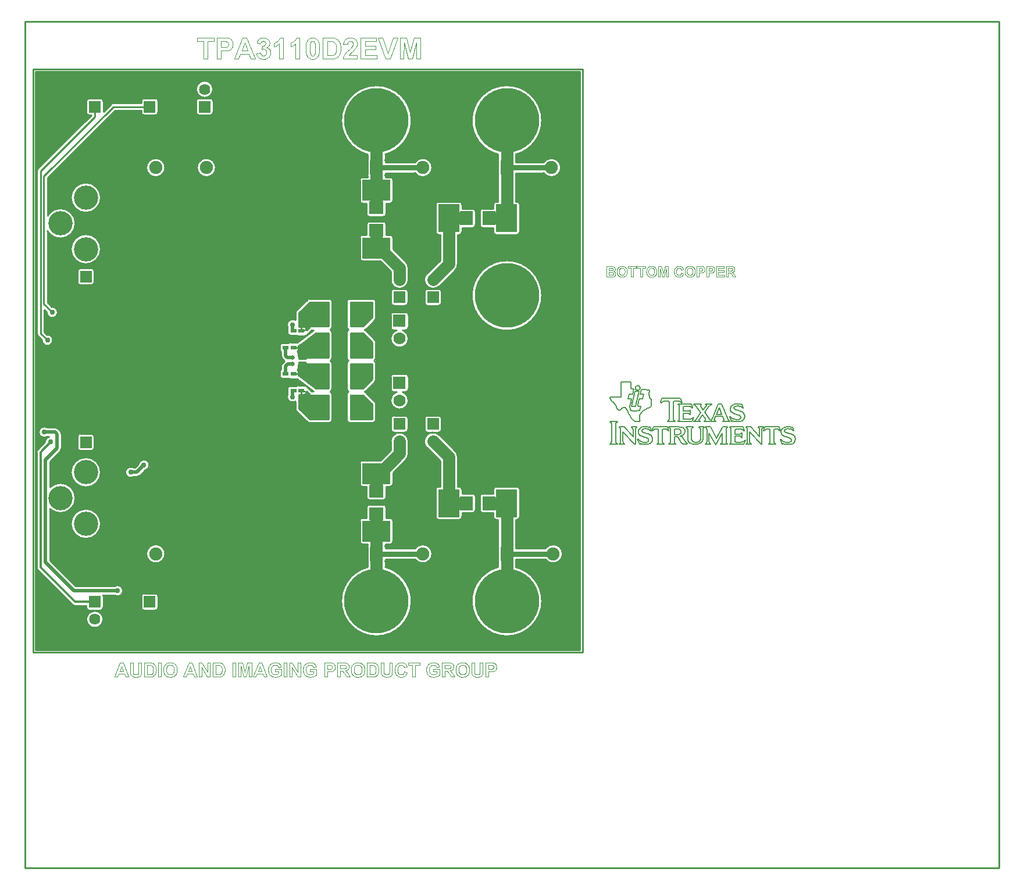
<source format=gbr>
*
G04 Job   : X:\EvmBoards\TPA3110D2\TPA3110D2EVM\PCB_Layout\TPA3110D2EVM.pcb*
G04 User  : DTA0209011:a0209011*
G04 Layer : BottomCopper.gbr*
G04 Date  : Thu Mar 12 13:10:41 2009*
G04 Mentor Graphics Example Gerber Output Definition*
%ICAS*%
%MOIN*%
%FSLAX24Y24*%
%OFA0.0000B0.0000*%
G90*
G74*
%AMVB_RECTANGLE*
21,1,$1,$2,0,0,$3*
%
%ADD12C,0.00394*%
%ADD13C,0.00591*%
%ADD11C,0.00984*%
%ADD10C,0.01000*%
%ADD15C,0.01181*%
%ADD19C,0.01300*%
%ADD18C,0.01400*%
%ADD14C,0.01969*%
%ADD71C,0.02500*%
%ADD17C,0.02953*%
%ADD70C,0.03000*%
%ADD20C,0.04000*%
%ADD26C,0.06400*%
%ADD16C,0.06890*%
%ADD30C,0.07000*%
%ADD27C,0.07500*%
%ADD29C,0.13900*%
%ADD72C,0.19000*%
%ADD28C,0.37000*%
%ADD25VB_RECTANGLE,0.06400X0.06400X180.00000*%
%ADD31VB_RECTANGLE,0.07000X0.07000X270.00000*%
%ADD73VB_RECTANGLE,0.03400X0.02300X0.00000*%
%ADD22VB_RECTANGLE,0.07100X0.07900X0.00000*%
%ADD21VB_RECTANGLE,0.07100X0.07900X270.00000*%
%ADD24VB_RECTANGLE,0.11811X0.15748X0.00000*%
%ADD23VB_RECTANGLE,0.11811X0.15748X270.00000*%
%ADD32VB_RECTANGLE,0.14000X0.07000X270.00000*%
G01*
G54D10*
X31496D01*
Y33465*
X0*
Y0*
X12348Y14932D03*
Y15232D03*
Y15532D03*
Y15832D03*
Y16132D03*
Y16432D03*
Y16732D03*
Y17032D03*
Y17332D03*
Y17632D03*
Y17932D03*
Y18232D03*
Y18532D03*
X12648Y14932D03*
Y15232D03*
Y15532D03*
Y15832D03*
Y16132D03*
Y16432D03*
Y16732D03*
Y17032D03*
Y17332D03*
Y17632D03*
Y17932D03*
Y18232D03*
Y18532D03*
X12948Y14932D03*
Y15232D03*
Y15532D03*
Y15832D03*
Y16132D03*
Y16432D03*
Y16732D03*
Y17032D03*
Y17332D03*
Y17632D03*
Y17932D03*
Y18232D03*
Y18532D03*
G54D11*
X-443Y-12352D02*
X55364D01*
Y36171*
X-443*
Y-12352*
X148Y148D02*
X31348D01*
Y33317*
X148*
Y148*
X177Y33317D02*
Y148D01*
X266D02*
Y4720D01*
Y11649D02*
Y18173D01*
Y27743D02*
Y33317D01*
X354Y4631D02*
Y148D01*
Y12522D02*
Y11737D01*
Y18080D02*
Y12754D01*
Y33317D02*
Y27836D01*
X443Y148D02*
Y4542D01*
Y11826D02*
Y12397D01*
Y12879D02*
Y17991D01*
Y27924D02*
Y33317D01*
X531Y4453D02*
Y148D01*
Y12343D02*
Y11915D01*
Y17797D02*
Y12932D01*
Y33317D02*
Y28013D01*
X620Y148D02*
Y4365D01*
Y12003D02*
Y12322D01*
Y12954D02*
Y17673D01*
Y28102D02*
Y33317D01*
X709Y4276D02*
Y148D01*
Y12326D02*
Y12183D01*
Y17619D02*
Y12950D01*
Y19595D02*
Y18338D01*
Y33317D02*
Y28190D01*
X797Y148D02*
Y4188D01*
Y12919D02*
Y17597D01*
Y18249D02*
Y19421D01*
Y28279D02*
Y33317D01*
X886Y4099D02*
Y148D01*
Y17602D02*
Y12904D01*
Y19276D02*
Y18225D01*
Y24088D02*
Y20031D01*
Y27263D02*
Y25125D01*
Y33317D02*
Y28367D01*
X974Y148D02*
Y4011D01*
Y5277D02*
Y8239D01*
Y9477D02*
Y10953D01*
Y12904D02*
Y17633D01*
Y18194D02*
Y19217D01*
Y19942D02*
Y23987D01*
Y25225D02*
Y27351D01*
Y28456D02*
Y33317D01*
X1063Y3922D02*
Y148D01*
Y8164D02*
Y5189D01*
Y11041D02*
Y9552D01*
Y17702D02*
Y12904D01*
Y19193D02*
Y18125D01*
Y23912D02*
Y19853D01*
Y27440D02*
Y25300D01*
Y33317D02*
Y28544D01*
X1152Y148D02*
Y3833D01*
Y5100D02*
Y8107D01*
Y9610D02*
Y11130D01*
Y12904D02*
Y19194D01*
Y19821D02*
Y23855D01*
Y25358D02*
Y27528D01*
Y28633D02*
Y33317D01*
X1240Y3745D02*
Y148D01*
Y8064D02*
Y5012D01*
Y11219D02*
Y9653D01*
Y19222D02*
Y12904D01*
Y23812D02*
Y19794D01*
Y27617D02*
Y25401D01*
Y33317D02*
Y28722D01*
X1329Y148D02*
Y3656D01*
Y4923D02*
Y8032D01*
Y9685D02*
Y11307D01*
Y12894D02*
Y19286D01*
Y19730D02*
Y23780D01*
Y25433D02*
Y27706D01*
Y28810D02*
Y33317D01*
X1417Y3568D02*
Y148D01*
Y8010D02*
Y4834D01*
Y11396D02*
Y9706D01*
Y19469D02*
Y12852D01*
Y23758D02*
Y19547D01*
Y27794D02*
Y25454D01*
Y33317D02*
Y28899D01*
X1506Y148D02*
Y3479D01*
Y4746D02*
Y7999D01*
Y9718D02*
Y11484D01*
Y12768D02*
Y23747D01*
Y25466D02*
Y27883D01*
Y28987D02*
Y33317D01*
X1594Y3390D02*
Y148D01*
Y7996D02*
Y4657D01*
Y11578D02*
Y9720D01*
Y23744D02*
Y12674D01*
Y27971D02*
Y25468D01*
Y33317D02*
Y29076D01*
X1683Y148D02*
Y3302D01*
Y4569D02*
Y8003D01*
Y9714D02*
Y23751D01*
Y25462D02*
Y28060D01*
Y29164D02*
Y33317D01*
X1772Y3213D02*
Y148D01*
Y8019D02*
Y4480D01*
Y23767D02*
Y9698D01*
Y28148D02*
Y25446D01*
Y33317D02*
Y29253D01*
X1860Y148D02*
Y3125D01*
Y4392D02*
Y8045D01*
Y9672D02*
Y23793D01*
Y25420D02*
Y28237D01*
Y29342D02*
Y33317D01*
X1949Y3036D02*
Y148D01*
Y8081D02*
Y4303D01*
Y23829D02*
Y9635D01*
Y28326D02*
Y25383D01*
Y33317D02*
Y29430D01*
X2037Y148D02*
Y2948D01*
Y4214D02*
Y8131D01*
Y9586D02*
Y23879D01*
Y25334D02*
Y28414D01*
Y29519D02*
Y33317D01*
X2126Y2859D02*
Y148D01*
Y8195D02*
Y4126D01*
Y23943D02*
Y9521D01*
Y28503D02*
Y25269D01*
Y33317D02*
Y29607D01*
X2215Y148D02*
Y2770D01*
Y4037D02*
Y7106D01*
Y7658D02*
Y8280D01*
Y9436D02*
Y10059D01*
Y10611D02*
Y22854D01*
Y23406D02*
Y24028D01*
Y25184D02*
Y25807D01*
Y26359D02*
Y28591D01*
Y29696D02*
Y33317D01*
X2303Y2700D02*
Y148D01*
Y6920D02*
Y3949D01*
Y8397D02*
Y7844D01*
Y9873D02*
Y9320D01*
Y22668D02*
Y10796D01*
Y24145D02*
Y23592D01*
Y25621D02*
Y25068D01*
Y28680D02*
Y26544D01*
Y33317D02*
Y29785D01*
X2392Y148D02*
Y2677D01*
Y3860D02*
Y6804D01*
Y7960D02*
Y8582D01*
Y9134D02*
Y9756D01*
Y10913D02*
Y22552D01*
Y23708D02*
Y24330D01*
Y24882D02*
Y25504D01*
Y26661D02*
Y28769D01*
Y29873D02*
Y33317D01*
X2480Y2677D02*
Y148D01*
Y6719D02*
Y3809D01*
Y9671D02*
Y8045D01*
Y22467D02*
Y10998D01*
Y25420D02*
Y23793D01*
Y28857D02*
Y26746D01*
Y33317D02*
Y29962D01*
X2569Y148D02*
Y2677D01*
Y3809D02*
Y6654D01*
Y8110D02*
Y9607D01*
Y11062D02*
Y11650D01*
Y12465D02*
Y21148D01*
Y21963D02*
Y22402D01*
Y23858D02*
Y25355D01*
Y26810D02*
Y28946D01*
Y30050D02*
Y33317D01*
X2657Y2677D02*
Y148D01*
Y6605D02*
Y3809D01*
Y9558D02*
Y8159D01*
Y11579D02*
Y11112D01*
Y21077D02*
Y12535D01*
Y22353D02*
Y22033D01*
Y25306D02*
Y23907D01*
Y29034D02*
Y26860D01*
Y33317D02*
Y30139D01*
X2746Y148D02*
Y2677D01*
Y3809D02*
Y6568D01*
Y8196D02*
Y9521D01*
Y11148D02*
Y11570D01*
Y12544D02*
Y21068D01*
Y22042D02*
Y22316D01*
Y23944D02*
Y25269D01*
Y26896D02*
Y29123D01*
Y30227D02*
Y33317D01*
X2835Y2677D02*
Y148D01*
Y6542D02*
Y3809D01*
Y9495D02*
Y8221D01*
Y11570D02*
Y11174D01*
Y21068D02*
Y12544D01*
Y22290D02*
Y22042D01*
Y25243D02*
Y23969D01*
Y29211D02*
Y26922D01*
Y33317D02*
Y30316D01*
X2923Y148D02*
Y2677D01*
Y3809D02*
Y6526D01*
Y8237D02*
Y9479D01*
Y11190D02*
Y11570D01*
Y12544D02*
Y21068D01*
Y22042D02*
Y22274D01*
Y23985D02*
Y25227D01*
Y26938D02*
Y29300D01*
Y30405D02*
Y33317D01*
X3012Y2677D02*
Y148D01*
Y6520D02*
Y3809D01*
Y9473D02*
Y8244D01*
Y11570D02*
Y11197D01*
Y21068D02*
Y12544D01*
Y22268D02*
Y22042D01*
Y25221D02*
Y23992D01*
Y29389D02*
Y26945D01*
Y33317D02*
Y30493D01*
X3100Y148D02*
Y1700D01*
Y2107D02*
Y2470D01*
Y3809D02*
Y6522D01*
Y8241D02*
Y9475D01*
Y11194D02*
Y11570D01*
Y12544D02*
Y21068D01*
Y22042D02*
Y22270D01*
Y23989D02*
Y25223D01*
Y26942D02*
Y29477D01*
Y30582D02*
Y30866D01*
Y31733D02*
Y33317D01*
X3189Y1569D02*
Y148D01*
Y2420D02*
Y2238D01*
Y6534D02*
Y3809D01*
Y9487D02*
Y8230D01*
Y11570D02*
Y11182D01*
Y21068D02*
Y12544D01*
Y22282D02*
Y22042D01*
Y25235D02*
Y23978D01*
Y29566D02*
Y26930D01*
Y30815D02*
Y30670D01*
Y33317D02*
Y31783D01*
X3278Y148D02*
Y1495D01*
Y2312D02*
Y2416D01*
Y3809D02*
Y6555D01*
Y8208D02*
Y9508D01*
Y11161D02*
Y11570D01*
Y12544D02*
Y21068D01*
Y22042D02*
Y22303D01*
Y23956D02*
Y25256D01*
Y26909D02*
Y29654D01*
Y30759D02*
Y30812D01*
Y31787D02*
Y33317D01*
X3351Y11570D02*
G03X3519Y11737J167D01*
G01Y12377*
G03X3351Y12544I168*
G01X2711*
G03X2544Y12377J167*
G01Y11737*
G03X2711Y11570I167*
G01X3351*
Y21068D02*
G03X3519Y21235J167D01*
G01Y21875*
G03X3351Y22042I168*
G01X2711*
G03X2544Y21875J167*
G01Y21235*
G03X2711Y21068I167*
G01X3351*
X3366Y1450D02*
Y148D01*
Y2416D02*
Y2358D01*
Y6587D02*
Y3809D01*
Y9540D02*
Y8177D01*
Y11570D02*
Y11129D01*
Y21068D02*
Y12544D01*
Y22335D02*
Y22042D01*
Y25288D02*
Y23925D01*
Y29743D02*
Y26877D01*
Y33317D02*
Y31787D01*
X3455Y148D02*
Y1424D01*
Y3809D02*
Y6631D01*
Y8133D02*
Y9583D01*
Y11086D02*
Y11605D01*
Y12509D02*
Y21103D01*
Y22007D02*
Y22379D01*
Y23881D02*
Y25331D01*
Y26834D02*
Y29832D01*
Y31787D02*
Y33317D01*
X3543Y1416D02*
Y148D01*
Y6688D02*
Y3809D01*
Y9641D02*
Y8076D01*
Y22436D02*
Y11029D01*
Y25389D02*
Y23824D01*
Y29920D02*
Y26777D01*
Y31299D02*
Y30719D01*
X443Y27618*
Y18297*
X827Y17913*
X3543Y33317D02*
Y31787D01*
X3632Y148D02*
Y1424D01*
Y3809D02*
Y6763D01*
Y8001D02*
Y9716D01*
Y10954D02*
Y22511D01*
Y23749D02*
Y25464D01*
Y26702D02*
Y30009D01*
Y31787D02*
Y33317D01*
X3720Y1450D02*
Y148D01*
Y2416D02*
Y2358D01*
Y6863D02*
Y3809D01*
Y9816D02*
Y7900D01*
Y22611D02*
Y10853D01*
Y25564D02*
Y23648D01*
Y30097D02*
Y26601D01*
Y33317D02*
Y31787D01*
X3809Y148D02*
Y1495D01*
Y2312D02*
Y2416D01*
Y3809D02*
Y7009D01*
Y7755D02*
Y9962D01*
Y10707D02*
Y22757D01*
Y23503D02*
Y25710D01*
Y26456D02*
Y30186D01*
Y31787D02*
Y33317D01*
X3894Y7382D02*
G03X3031Y8244I863D01*
X2169Y7382J862*
X3031Y6520I862*
X3894Y7382J862*
G01Y10335D02*
G03X3031Y11197I863D01*
X2169Y10335J862*
X3031Y9472I862*
X3894Y10335J863*
G01Y23130D02*
G03X3031Y23992I863D01*
X2169Y23130J862*
X3031Y22268I862*
X3894Y23130J862*
G01Y26083D02*
G03X3031Y26945I863D01*
X2169Y26083J862*
X3031Y25220I862*
X3894Y26083J863*
G01X3898Y1569D02*
Y148D01*
Y2420D02*
Y2238D01*
Y30274D02*
Y3809D01*
Y33317D02*
Y31783D01*
X3986Y148D02*
Y1700D01*
Y2107D02*
Y2470D01*
Y3809D02*
Y30363D01*
Y31733D02*
Y33317D01*
X4031Y1904D02*
G03X3543Y2391I488D01*
X3056Y1904J487*
X3543Y1416I487*
X4031Y1904J488*
G01X4075Y3278D02*
Y148D01*
Y30452D02*
Y3809D01*
Y33317D02*
Y31064D01*
X4163Y148D02*
Y3278D01*
Y3809D02*
Y30540D01*
Y31153D02*
Y33317D01*
X4252Y3278D02*
Y148D01*
Y30629D02*
Y3809D01*
Y33317D02*
Y31241D01*
X4341Y148D02*
Y3278D01*
Y3809D02*
Y30717D01*
Y31330D02*
Y33317D01*
X4429Y3278D02*
Y148D01*
Y30806D02*
Y3809D01*
Y33317D02*
Y31418D01*
X4518Y148D02*
Y3278D01*
Y3809D02*
Y30895D01*
Y31492D02*
Y33317D01*
X4606Y3278D02*
Y148D01*
Y30983D02*
Y3809D01*
Y33317D02*
Y31516D01*
X4669Y3278D02*
G03X4843Y3226I174J265D01*
X5160Y3543J317*
X4843Y3861I317*
X4669Y3809J318*
G01X2443*
X974Y5277*
Y8239*
G03X1575Y7996I601J619*
X2437Y8858J862*
X1575Y9721I862*
X974Y9477J863*
G01Y10953*
X1566Y11544*
G03X1644Y11732I188J188*
G01Y12520*
G03X1566Y12708I266*
G01X1448Y12825*
G03X1260Y12904I188J187*
G01X823*
G03X650Y12955I173J266*
X332Y12638J317*
X650Y12320I318*
X823Y12372J318*
G01X917*
G03X687Y12070I87J305*
G01X273Y11656*
G03X207Y11496I160J160*
G01Y4872*
G03X273Y4712I226*
G01X2242Y2743*
G03X2402Y2677I160J161*
G01X3056*
Y2584*
G03X3223Y2416I167*
G01X3863*
G03X4031Y2584J168*
G01Y3224*
G03X4022Y3278I168*
G01X4669*
X4695Y148D02*
Y3262D01*
Y3824D02*
Y31072D01*
Y31516D02*
Y33317D01*
X4783Y3232D02*
Y148D01*
Y31083D02*
Y3855D01*
Y33317D02*
Y31516D01*
X4872Y148D02*
Y3227D01*
Y3859D02*
Y31083D01*
Y31516D02*
Y33317D01*
X4961Y3249D02*
Y148D01*
Y31083D02*
Y3838D01*
Y33317D02*
Y31516D01*
X5049Y148D02*
Y3303D01*
Y3784D02*
Y31083D01*
Y31516D02*
Y33317D01*
X5138Y3427D02*
Y148D01*
Y31083D02*
Y3660D01*
Y33317D02*
Y31516D01*
X5226Y148D02*
Y31083D01*
Y31516D02*
Y33317D01*
X5315Y10218D02*
Y148D01*
Y31083D02*
Y10451D01*
Y33317D02*
Y31516D01*
X5404Y148D02*
Y10094D01*
Y10575D02*
Y31083D01*
Y31516D02*
Y33317D01*
X5492Y10040D02*
Y148D01*
Y31083D02*
Y10629D01*
Y33317D02*
Y31516D01*
X5581Y148D02*
Y10019D01*
Y10651D02*
Y31083D01*
Y31516D02*
Y33317D01*
X5669Y10023D02*
Y148D01*
Y31083D02*
Y10646D01*
Y33317D02*
Y31516D01*
X5758Y148D02*
Y10054D01*
Y10616D02*
Y31083D01*
Y31516D02*
Y33317D01*
X5846Y10069D02*
Y148D01*
Y31083D02*
Y10612D01*
Y33317D02*
Y31516D01*
X5935Y148D02*
Y10069D01*
Y10701D02*
Y31083D01*
Y31516D02*
Y33317D01*
X6024Y10081D02*
Y148D01*
Y31083D02*
Y10789D01*
Y33317D02*
Y31516D01*
X6112Y148D02*
Y10128D01*
Y10948D02*
Y31083D01*
Y31516D02*
Y33317D01*
X6201Y10215D02*
Y148D01*
Y31083D02*
Y11024D01*
Y33317D02*
Y31516D01*
X6289Y148D02*
Y2439D01*
Y3369D02*
Y10303D01*
Y11058D02*
Y30834D01*
Y31764D02*
Y33317D01*
X6378Y2416D02*
Y148D01*
Y10392D02*
Y3391D01*
Y30812D02*
Y11065D01*
Y33317D02*
Y31787D01*
X6424Y10437D02*
G03X6676Y10748I66J311D01*
X6358Y11065I318*
X6048Y10813J317*
G01X5835Y10600*
X5784*
G03X5610Y10652I174J265*
X5293Y10335J317*
X5610Y10017I317*
X5784Y10069J318*
G01X5945*
G03X6133Y10147J266*
G01X6424Y10437*
X6467Y148D02*
Y2416D01*
Y3391D02*
Y10450D01*
Y11046D02*
Y30812D01*
Y31787D02*
Y33317D01*
X6555Y2416D02*
Y148D01*
Y5411D02*
Y3391D01*
Y10499D02*
Y5907D01*
Y27557D02*
Y10997D01*
Y30812D02*
Y28053D01*
Y33317D02*
Y31787D01*
X6644Y148D02*
Y2416D01*
Y3391D02*
Y5286D01*
Y6032D02*
Y10609D01*
Y10887D02*
Y27432D01*
Y28178D02*
Y30812D01*
Y31787D02*
Y33317D01*
X6693Y31299D02*
X4616D01*
X620Y27303*
Y19990*
X1102Y19508*
X6732Y2416D02*
Y148D01*
Y5211D02*
Y3391D01*
Y27357D02*
Y6108D01*
Y30812D02*
Y28253D01*
Y33317D02*
Y31787D01*
X6821Y148D02*
Y2416D01*
Y3391D02*
Y5162D01*
Y6157D02*
Y27308D01*
Y28302D02*
Y30812D01*
Y31787D02*
Y33317D01*
X6909Y2416D02*
Y148D01*
Y5132D02*
Y3391D01*
Y27278D02*
Y6186D01*
Y30812D02*
Y28332D01*
Y33317D02*
Y31787D01*
X6998Y148D02*
Y2416D01*
Y3391D02*
Y5119D01*
Y6200D02*
Y27264D01*
Y28346D02*
Y30812D01*
Y31787D02*
Y33317D01*
X7013Y2416D02*
G03X7180Y2584J168D01*
G01Y3224*
G03X7013Y3391I167*
G01X6373*
G03X6206Y3224J167*
G01Y2584*
G03X6373Y2416I167*
G01X7013*
Y30812D02*
G03X7180Y30979J167D01*
G01Y31619*
G03X7013Y31787I167*
G01X6373*
G03X6206Y31619J168*
G01Y31516*
X4616*
G03X4463Y31452J217*
G01X4031Y31020*
Y31619*
G03X3863Y31787I168*
G01X3223*
G03X3056Y31619J168*
G01Y30979*
G03X3223Y30812I167*
G01X3327*
Y30808*
X290Y27771*
G03X226Y27618I153J153*
G01Y18297*
G03X290Y18144I217*
G01X510Y17924*
G03X509Y17913I317J11*
X827Y17596I318*
X1144Y17913J317*
X827Y18231I317*
X816J318*
G01X659Y18387*
Y19645*
X785Y19519*
G03Y19508I317J11*
X1102Y19191I317*
X1420Y19508J317*
X1102Y19825I318*
X1091J317*
G01X837Y20080*
Y24161*
G03X1575Y23744I738J445*
X2437Y24606J862*
X1575Y25469I862*
X837Y25052J863*
G01Y27213*
X4706Y31083*
X6206*
Y30979*
G03X6373Y30812I167*
G01X7013*
X7087Y2433D02*
Y148D01*
Y5119D02*
Y3374D01*
Y27265D02*
Y6200D01*
Y30829D02*
Y28345D01*
Y33317D02*
Y31769D01*
X7175Y148D02*
Y2543D01*
Y3264D02*
Y5135D01*
Y6184D02*
Y27281D01*
Y28330D02*
Y30938D01*
Y31660D02*
Y33317D01*
X7264Y5167D02*
Y148D01*
Y27312D02*
Y6152D01*
Y33317D02*
Y28298D01*
X7352Y148D02*
Y5218D01*
Y6101D02*
Y27364D01*
Y28247D02*
Y33317D01*
X7441Y5297D02*
Y148D01*
Y27443D02*
Y6022D01*
Y33317D02*
Y28167D01*
X7530Y148D02*
Y5432D01*
Y5887D02*
Y27577D01*
Y28033D02*
Y33317D01*
X7580Y5659D02*
G03X7037Y6202I543D01*
X6495Y5659J543*
X7037Y5117I542*
X7580Y5659J542*
G01Y27805D02*
G03X7037Y28347I543D01*
X6495Y27805J542*
X7037Y27263I542*
X7580Y27805J542*
G01X7618Y33317D02*
Y148D01*
X7707D02*
Y33317D01*
X7795D02*
Y148D01*
X7884D02*
Y33317D01*
X7972D02*
Y148D01*
X8061D02*
Y33317D01*
X8150D02*
Y148D01*
X8238D02*
Y33317D01*
X8327D02*
Y148D01*
X8415D02*
Y33317D01*
X8504D02*
Y148D01*
X8593D02*
Y33317D01*
X8681D02*
Y148D01*
X8770D02*
Y33317D01*
X8858D02*
Y148D01*
X8947D02*
Y33317D01*
X9035D02*
Y148D01*
X9124D02*
Y33317D01*
X9213D02*
Y148D01*
X9301D02*
Y33317D01*
X9390Y30877D02*
Y148D01*
Y32119D02*
Y31721D01*
Y33317D02*
Y32479D01*
X9478Y148D02*
Y27522D01*
Y28088D02*
Y30818D01*
Y31781D02*
Y31975D01*
Y32623D02*
Y33317D01*
X9567Y27412D02*
Y148D01*
Y30812D02*
Y28198D01*
Y31897D02*
Y31787D01*
Y33317D02*
Y32701D01*
X9656Y148D02*
Y27344D01*
Y28266D02*
Y30812D01*
Y31787D02*
Y31849D01*
Y32749D02*
Y33317D01*
X9744Y27300D02*
Y148D01*
Y30812D02*
Y28310D01*
Y33317D02*
Y32776D01*
X9833Y148D02*
Y27274D01*
Y28337D02*
Y30812D01*
Y32786D02*
Y33317D01*
X9921Y27263D02*
Y148D01*
Y30812D02*
Y28347D01*
Y33317D02*
Y32780D01*
X10010Y148D02*
Y27267D01*
Y28343D02*
Y30812D01*
Y31787D02*
Y31842D01*
Y32757D02*
Y33317D01*
X10098Y27286D02*
Y148D01*
Y30812D02*
Y28324D01*
Y31884D02*
Y31787D01*
Y33317D02*
Y32714D01*
X10163Y30812D02*
G03X10330Y30979J167D01*
G01Y31619*
G03X10163Y31787I167*
G01X9523*
G03X9355Y31619J168*
G01Y30979*
G03X9523Y30812I168*
G01X10163*
X10187Y148D02*
Y27322D01*
Y28288D02*
Y30814D01*
Y31785D02*
Y31955D01*
Y32644D02*
Y33317D01*
X10276Y27378D02*
Y148D01*
Y30856D02*
Y28232D01*
Y32076D02*
Y31743D01*
Y33317D02*
Y32523D01*
X10330Y32299D02*
G03X9843Y32787I487D01*
X9355Y32299J488*
X9843Y31812I488*
X10330Y32299J487*
G01X10364Y148D02*
Y27466D01*
Y28144D02*
Y33317D01*
X10453Y27626D02*
Y148D01*
Y33317D02*
Y27984D01*
X10483Y27805D02*
G03X9941Y28347I542D01*
X9399Y27805J542*
X9941Y27263I542*
X10483Y27805J542*
G01X10541Y148D02*
Y33317D01*
X10630D02*
Y148D01*
X10719D02*
Y33317D01*
X10807D02*
Y148D01*
X10896D02*
Y33317D01*
X10984D02*
Y148D01*
X11073D02*
Y33317D01*
X11161D02*
Y148D01*
X11250D02*
Y33317D01*
X11339D02*
Y148D01*
X11427D02*
Y33317D01*
X11516D02*
Y148D01*
X11604D02*
Y33317D01*
X11693D02*
Y148D01*
X11781D02*
Y33317D01*
X11870D02*
Y148D01*
X11959D02*
Y33317D01*
X12047D02*
Y148D01*
X12136D02*
Y33317D01*
X12224D02*
Y148D01*
X12313D02*
Y33317D01*
X12402D02*
Y148D01*
X12490D02*
Y33317D01*
X12579D02*
Y148D01*
X12667D02*
Y33317D01*
X12756D02*
Y148D01*
X12844D02*
Y33317D01*
X12933D02*
Y148D01*
X13022D02*
Y33317D01*
X13110D02*
Y148D01*
X13199D02*
Y33317D01*
X13287D02*
Y148D01*
X13376D02*
Y33317D01*
X13465D02*
Y148D01*
X13553D02*
Y33317D01*
X13642D02*
Y148D01*
X13730D02*
Y33317D01*
X13819D02*
Y148D01*
X13907D02*
Y33317D01*
X13996D02*
Y148D01*
X14085D02*
Y33317D01*
X14173Y15780D02*
Y148D01*
Y17276D02*
Y16189D01*
Y33317D02*
Y17685D01*
X14262Y148D02*
Y15710D01*
Y16557D02*
Y16879D01*
Y17754D02*
Y33317D01*
X14350Y15702D02*
Y148D01*
Y16780D02*
Y16655D01*
Y33317D02*
Y17763D01*
X14439Y148D02*
Y15702D01*
Y17763D02*
Y33317D01*
X14528Y15702D02*
Y148D01*
Y33317D02*
Y17763D01*
X14616Y148D02*
Y14492D01*
Y15214D02*
Y15702D01*
Y17763D02*
Y18250D01*
Y18973D02*
Y33317D01*
X14705Y14402D02*
Y148D01*
Y15690D02*
Y15284D01*
Y18181D02*
Y17775D01*
Y33317D02*
Y19062D01*
X14793Y148D02*
Y14361D01*
Y15292D02*
Y15679D01*
Y17785D02*
Y18172D01*
Y19104D02*
Y33317D01*
X14882Y14348D02*
Y148D01*
Y15679D02*
Y15292D01*
Y18172D02*
Y17785D01*
Y33317D02*
Y19117D01*
X14945Y15984D02*
X15223D01*
X14945Y17480D02*
X15223D01*
X14970Y148D02*
Y14361D01*
Y15292D02*
Y15679D01*
Y17785D02*
Y18172D01*
Y19104D02*
Y33317D01*
X15059Y13898D02*
Y148D01*
Y15679D02*
Y15292D01*
Y18172D02*
Y17785D01*
Y33317D02*
Y19567D01*
X15148Y148D02*
Y13799D01*
Y15314D02*
Y15679D01*
Y17785D02*
Y18151D01*
Y19666D02*
Y33317D01*
X15236Y13710D02*
Y148D01*
Y15615D02*
Y15325D01*
Y16570D02*
Y15886D01*
Y17579D02*
Y16894D01*
Y18140D02*
Y17849D01*
Y33317D02*
Y19754D01*
X15325Y148D02*
Y13622D01*
Y13928D02*
Y14787D01*
Y15325D02*
Y15549D01*
Y15819D02*
Y16634D01*
Y16850D02*
Y17645D01*
Y17916D02*
Y18140D01*
Y18678D02*
Y19537D01*
Y19843D02*
Y33317D01*
X15387Y15010D02*
Y14787D01*
Y15010D02*
X15666Y14961D01*
X15387Y18455D02*
Y18678D01*
Y18455D02*
X15666Y18504D01*
X15413Y13533D02*
Y148D01*
Y14787D02*
Y13839D01*
Y15482D02*
Y15325D01*
Y16634D02*
Y15753D01*
Y17712D02*
Y16850D01*
Y18140D02*
Y17982D01*
Y19625D02*
Y18678D01*
Y33317D02*
Y19932D01*
X15502Y148D02*
Y13444D01*
Y13751D02*
Y14787D01*
Y15325D02*
Y15416D01*
Y15687D02*
Y16634D01*
Y16850D02*
Y17778D01*
Y18049D02*
Y18140D01*
Y18678D02*
Y19714D01*
Y20020D02*
Y33317D01*
X15591Y13356D02*
Y148D01*
Y14792D02*
Y13662D01*
Y16623D02*
Y15620D01*
Y17844D02*
Y16850D01*
Y19802D02*
Y18673D01*
Y33317D02*
Y20109D01*
X15679Y148D02*
Y13267D01*
Y13574D02*
Y14960D01*
Y15554D02*
Y16540D01*
Y16925D02*
Y17911D01*
Y18505D02*
Y19891D01*
Y20197D02*
Y33317D01*
X15768Y13189D02*
Y148D01*
Y14871D02*
Y13485D01*
Y16535D02*
Y15487D01*
Y17977D02*
Y16929D01*
Y19980D02*
Y18593D01*
Y33317D02*
Y20276D01*
X15856Y148D02*
Y13169D01*
Y13396D02*
Y14783D01*
Y15089D02*
Y15150D01*
Y15421D02*
Y16535D01*
Y16929D02*
Y18044D01*
Y18314D02*
Y18376D01*
Y18682D02*
Y20068D01*
Y20295D02*
Y33317D01*
X15945Y13169D02*
Y148D01*
Y14764D02*
Y13386D01*
Y15084D02*
Y15000D01*
Y16535D02*
Y15354D01*
Y18110D02*
Y16929D01*
Y18464D02*
Y18381D01*
Y20079D02*
Y18701D01*
Y33317D02*
Y20295D01*
X16033Y148D02*
Y13169D01*
Y13386D02*
Y14764D01*
Y15288D02*
Y16535D01*
Y16929D02*
Y18177D01*
Y18701D02*
Y20079D01*
Y20295D02*
Y33317D01*
X16122Y13169D02*
Y148D01*
Y14764D02*
Y13386D01*
Y16535D02*
Y15221D01*
Y18243D02*
Y16929D01*
Y20079D02*
Y18701D01*
Y33317D02*
Y20295D01*
X16211Y148D02*
Y13169D01*
Y13386D02*
Y14764D01*
Y15157D02*
Y16535D01*
Y16929D02*
Y18307D01*
Y18701D02*
Y20079D01*
Y20295D02*
Y33317D01*
X16299Y13169D02*
Y148D01*
Y14764D02*
Y13386D01*
Y16535D02*
Y15157D01*
Y18307D02*
Y16929D01*
Y20079D02*
Y18701D01*
Y33317D02*
Y20295D01*
X16388Y148D02*
Y13169D01*
Y13386D02*
Y14764D01*
Y15157D02*
Y16535D01*
Y16929D02*
Y18307D01*
Y18701D02*
Y20079D01*
Y20295D02*
Y33317D01*
X16476Y13169D02*
Y148D01*
Y14764D02*
Y13386D01*
Y16535D02*
Y15157D01*
Y18307D02*
Y16929D01*
Y20079D02*
Y18701D01*
Y33317D02*
Y20295D01*
X16565Y148D02*
Y13169D01*
Y13386D02*
Y14764D01*
Y15157D02*
Y16535D01*
Y16929D02*
Y18307D01*
Y18701D02*
Y20079D01*
Y20295D02*
Y33317D01*
X16654Y13169D02*
Y148D01*
Y14764D02*
Y13386D01*
Y16535D02*
Y15157D01*
Y18307D02*
Y16929D01*
Y20079D02*
Y18701D01*
Y33317D02*
Y20295D01*
X16742Y148D02*
Y13169D01*
Y13386D02*
Y14764D01*
Y15157D02*
Y16535D01*
Y16929D02*
Y18307D01*
Y18701D02*
Y20079D01*
Y20295D02*
Y33317D01*
X16831Y13169D02*
Y148D01*
Y14764D02*
Y13386D01*
Y16535D02*
Y15157D01*
Y18307D02*
Y16929D01*
Y20079D02*
Y18701D01*
Y33317D02*
Y20295D01*
X16919Y148D02*
Y13169D01*
Y13386D02*
Y14764D01*
Y15157D02*
Y16535D01*
Y16929D02*
Y18307D01*
Y18701D02*
Y20079D01*
Y20295D02*
Y33317D01*
X16929Y13386D02*
X15867D01*
X15256Y13997*
Y14787*
X15557*
G03X15666Y14895J108*
G01Y14973*
X15861Y14778*
G03X15896Y14764I35J35*
G01X16929*
Y13386*
Y15157D02*
X16207D01*
X15236Y15886*
G03X15223Y15893I29J40*
G01Y16099*
G03X15168Y16194I108*
G01X15248Y16634*
X15580*
X15664Y16550*
G03X15699Y16535I35J35*
G01X16929*
Y15157*
Y16929D02*
X15699D01*
G03X15664Y16915J49*
G01X15600Y16850*
X15244*
X15168Y17271*
G03X15223Y17365I53J94*
G01Y17572*
G03X15236Y17579I16J46*
G01X16207Y18307*
X16929*
Y16929*
Y18701D02*
X15896D01*
G03X15861Y18686J49*
G01X15666Y18491*
Y18570*
G03X15557Y18678I109*
G01X15256*
Y19468*
X15867Y20079*
X16929*
Y18701*
X17008Y13172D02*
Y148D01*
Y33317D02*
Y20293D01*
X17057Y18504D02*
G03X17146Y18652I79J148D01*
G01Y20128*
G03X16978Y20295I168*
G01X15846*
G03X15728Y20246J167*
G01X15088Y19607*
G03X15039Y19488I119J119*
G01Y19075*
G03X14882Y19117I157J276*
X14565Y18799J318*
X14606Y18642I317*
X14590Y18570I151J72*
G01Y18340*
G03X14757Y18172I167*
G01X15097*
G03X15107Y18173J168*
X15207Y18140I100J134*
G01X15551*
G03X15669Y18189J167*
G01X15965Y18484*
X16083*
X15151Y17785*
X14764*
G03X14677Y17761J167*
X14655Y17763I22J166*
G01X14315*
G03X14147Y17595J168*
G01Y17365*
G03X14222Y17226I168*
G01Y17018*
G03X14301Y16830I266*
G01X14389Y16741*
G03X14414Y16719I188J188*
G01X14301Y16605*
G03X14222Y16417I187J188*
G01Y16239*
G03X14147Y16099I93J140*
G01Y15869*
G03X14315Y15702I168*
G01X14655*
G03X14677Y15703J167*
X14764Y15679I87J143*
G01X15151*
X16083Y14980*
X15965*
X15669Y15276*
G03X15551Y15325I118J119*
G01X15207*
G03X15107Y15292J168*
X15097I10J167*
G01X14757*
G03X14590Y15125J167*
G01Y14895*
G03X14606Y14823I167*
X14565Y14665I276J158*
X14882Y14348I317*
X15039Y14390J317*
G01Y13976*
G03X15088Y13858I168*
G01X15728Y13218*
G03X15846Y13169I118J119*
G01X16978*
G03X17146Y13337J168*
G01Y14813*
G03X17057Y14961I168*
X17146Y15108I79J147*
G01Y16585*
G03X17057Y16732I168*
X17146Y16880I79J148*
G01Y18356*
G03X17057Y18504I168*
G01X17096Y148D02*
Y13218D01*
Y14932D02*
Y14990D01*
Y16703D02*
Y16761D01*
Y18475D02*
Y18533D01*
Y20246D02*
Y33317D01*
X17185D02*
Y148D01*
X17274D02*
Y33317D01*
X17362D02*
Y148D01*
X17451D02*
Y33317D01*
X17539D02*
Y148D01*
X17628D02*
Y33317D01*
X17717Y2512D02*
Y148D01*
Y30071D02*
Y3394D01*
Y33317D02*
Y30953D01*
X17805Y148D02*
Y2221D01*
Y3685D02*
Y29780D01*
Y31244D02*
Y33317D01*
X17894Y2025D02*
Y148D01*
Y29584D02*
Y3880D01*
Y33317D02*
Y31440D01*
X17982Y148D02*
Y1871D01*
Y4035D02*
Y29430D01*
Y31594D02*
Y33317D01*
X18071Y1743D02*
Y148D01*
Y13195D02*
Y4163D01*
Y29302D02*
Y20270D01*
Y33317D02*
Y31722D01*
X18159Y148D02*
Y1633D01*
Y4273D02*
Y13169D01*
Y20295D02*
Y29192D01*
Y31832D02*
Y33317D01*
X18248Y1537D02*
Y148D01*
Y13169D02*
Y4369D01*
Y14764D02*
Y13386D01*
Y16535D02*
Y15157D01*
Y18307D02*
Y16929D01*
Y20079D02*
Y18701D01*
Y29096D02*
Y20295D01*
Y33317D02*
Y31928D01*
X18337Y148D02*
Y1452D01*
Y4453D02*
Y13169D01*
Y13386D02*
Y14764D01*
Y15157D02*
Y16535D01*
Y16929D02*
Y18307D01*
Y18701D02*
Y20079D01*
Y20295D02*
Y29011D01*
Y32012D02*
Y33317D01*
X18425Y1377D02*
Y148D01*
Y13169D02*
Y4528D01*
Y14764D02*
Y13386D01*
Y16535D02*
Y15157D01*
Y18307D02*
Y16929D01*
Y20079D02*
Y18701D01*
Y28936D02*
Y20295D01*
Y33317D02*
Y32087D01*
X18514Y148D02*
Y1310D01*
Y4595D02*
Y13169D01*
Y13386D02*
Y14764D01*
Y15157D02*
Y16535D01*
Y16929D02*
Y18307D01*
Y18701D02*
Y20079D01*
Y20295D02*
Y28869D01*
Y32154D02*
Y33317D01*
X18602Y1251D02*
Y148D01*
Y13169D02*
Y4655D01*
Y14764D02*
Y13386D01*
Y16535D02*
Y15157D01*
Y18307D02*
Y16929D01*
Y20079D02*
Y18701D01*
Y28810D02*
Y20295D01*
Y33317D02*
Y32214D01*
X18691Y148D02*
Y1197D01*
Y4708D02*
Y13169D01*
Y13386D02*
Y14764D01*
Y15157D02*
Y16535D01*
Y16929D02*
Y18307D01*
Y18701D02*
Y20079D01*
Y20295D02*
Y28756D01*
Y32267D02*
Y33317D01*
X18780Y1150D02*
Y148D01*
Y6250D02*
Y4755D01*
Y9557D02*
Y7668D01*
Y13169D02*
Y10975D01*
Y14764D02*
Y13386D01*
Y16535D02*
Y15157D01*
Y18307D02*
Y16929D01*
Y20079D02*
Y18701D01*
Y22490D02*
Y20295D01*
Y25797D02*
Y23908D01*
Y28709D02*
Y27215D01*
Y33317D02*
Y32314D01*
X18868Y148D02*
Y1108D01*
Y4797D02*
Y6203D01*
Y7714D02*
Y9511D01*
Y11021D02*
Y13169D01*
Y13386D02*
Y14764D01*
Y15157D02*
Y16535D01*
Y16929D02*
Y18307D01*
Y18701D02*
Y20079D01*
Y20295D02*
Y22444D01*
Y23954D02*
Y25751D01*
Y27261D02*
Y28667D01*
Y32356D02*
Y33317D01*
X18957Y1072D02*
Y148D01*
Y6201D02*
Y4834D01*
Y9508D02*
Y7717D01*
Y13169D02*
Y11024D01*
Y14734D02*
Y13386D01*
Y16535D02*
Y15188D01*
Y18277D02*
Y16929D01*
Y20079D02*
Y18731D01*
Y22441D02*
Y20295D01*
Y25748D02*
Y23957D01*
Y28631D02*
Y27264D01*
Y33317D02*
Y32393D01*
X19045Y148D02*
Y1040D01*
Y4866D02*
Y6201D01*
Y7717D02*
Y9508D01*
Y11024D02*
Y13169D01*
Y13386D02*
Y14645D01*
Y15276D02*
Y16535D01*
Y16929D02*
Y18188D01*
Y18820D02*
Y20079D01*
Y20295D02*
Y22441D01*
Y23957D02*
Y25748D01*
Y27264D02*
Y28599D01*
Y32425D02*
Y33317D01*
X19134Y1012D02*
Y148D01*
Y6201D02*
Y4893D01*
Y8847D02*
Y8377D01*
Y13169D02*
Y11024D01*
Y14556D02*
Y13386D01*
Y15059D02*
Y14863D01*
Y16535D02*
Y15365D01*
Y18100D02*
Y16929D01*
Y18602D02*
Y18406D01*
Y20079D02*
Y18908D01*
Y22441D02*
Y20295D01*
Y25087D02*
Y24617D01*
Y28571D02*
Y27264D01*
Y33317D02*
Y32452D01*
X19222Y148D02*
Y989D01*
Y8470D02*
Y8754D01*
Y11024D02*
Y13169D01*
Y13386D02*
Y14468D01*
Y14774D02*
Y15147D01*
Y15453D02*
Y16535D01*
Y16929D02*
Y18011D01*
Y18317D02*
Y18691D01*
Y18997D02*
Y20079D01*
Y20295D02*
Y22441D01*
Y24710D02*
Y24994D01*
Y32475D02*
Y33317D01*
X19311Y970D02*
Y148D01*
Y8740D02*
Y8485D01*
Y13169D02*
Y11024D01*
Y14379D02*
Y13386D01*
Y15236D02*
Y14685D01*
Y16535D02*
Y15542D01*
Y17923D02*
Y16929D01*
Y18779D02*
Y18229D01*
Y20079D02*
Y19085D01*
Y22441D02*
Y20295D01*
Y24980D02*
Y24725D01*
Y33317D02*
Y32494D01*
X19400Y148D02*
Y956D01*
Y8485D02*
Y8740D01*
Y11024D02*
Y13169D01*
Y13386D02*
Y14291D01*
Y14597D02*
Y15324D01*
Y15631D02*
Y16535D01*
Y16929D02*
Y17834D01*
Y18140D02*
Y18868D01*
Y19174D02*
Y20079D01*
Y20295D02*
Y22441D01*
Y24725D02*
Y24980D01*
Y32509D02*
Y33317D01*
X19439Y13386D02*
X18209D01*
Y14764*
X18926*
X19439Y14251*
Y13386*
Y15670D02*
X18926Y15157D01*
X18209*
Y16535*
X19439*
Y15670*
Y16929D02*
X18209D01*
Y18307*
X18926*
X19439Y17795*
Y16929*
Y19213D02*
X18926Y18701D01*
X18209*
Y20079*
X19439*
Y19213*
X19488Y945D02*
Y148D01*
Y8740D02*
Y8485D01*
Y13169D02*
Y11024D01*
Y15413D02*
Y14508D01*
Y18956D02*
Y18052D01*
Y22441D02*
Y20295D01*
Y24980D02*
Y24725D01*
Y33317D02*
Y32520D01*
X19577Y148D02*
Y938D01*
Y8485D02*
Y8740D01*
Y11024D02*
Y13195D01*
Y14420D02*
Y15502D01*
Y17963D02*
Y19045D01*
Y20270D02*
Y22441D01*
Y24725D02*
Y24980D01*
Y32526D02*
Y33317D01*
X19607Y19075D02*
G03X19656Y19193I119J118D01*
G01Y20128*
G03X19488Y20295I168*
G01X18159*
G03X17992Y20128J167*
G01Y18652*
G03X18081Y18504I167*
X17992Y18356I78J148*
G01Y16880*
G03X18081Y16732I167*
X17992Y16585I78J147*
G01Y15108*
G03X18081Y14961I167*
X17992Y14813I78J148*
G01Y13337*
G03X18159Y13169I167*
G01X19488*
G03X19656Y13337J168*
G01Y14272*
G03X19607Y14390I168*
G01X19065Y14931*
G03X19026Y14961I118J118*
X19065Y14990I79J147*
G01X19607Y15531*
G03X19656Y15650I119J119*
G01Y16585*
G03X19567Y16732I168*
X19656Y16880I79J148*
G01Y17815*
G03X19607Y17933I168*
G01X19065Y18475*
G03X19026Y18504I118J119*
X19065Y18533I79J148*
G01X19607Y19075*
X19665Y936D02*
Y148D01*
Y8740D02*
Y8485D01*
Y22441D02*
Y11024D01*
Y24980D02*
Y24725D01*
Y33317D02*
Y32529D01*
X19754Y148D02*
Y937D01*
Y8485D02*
Y8740D01*
Y11024D02*
Y22441D01*
Y24725D02*
Y24980D01*
Y32528D02*
Y33317D01*
X19843Y942D02*
Y148D01*
Y8740D02*
Y8485D01*
Y22441D02*
Y11024D01*
Y24980D02*
Y24725D01*
Y33317D02*
Y32523D01*
X19931Y148D02*
Y950D01*
Y8485D02*
Y8740D01*
Y11049D02*
Y22406D01*
Y24725D02*
Y24980D01*
Y32514D02*
Y33317D01*
X20020Y963D02*
Y148D01*
Y8740D02*
Y8485D01*
Y22318D02*
Y11137D01*
Y24980D02*
Y24725D01*
Y33317D02*
Y32501D01*
X20108Y148D02*
Y980D01*
Y8482D02*
Y8742D01*
Y11226D02*
Y22229D01*
Y24722D02*
Y24982D01*
Y32484D02*
Y33317D01*
X20197Y1001D02*
Y148D01*
Y5205D02*
Y4904D01*
Y8787D02*
Y8437D01*
Y22140D02*
Y11314D01*
Y25028D02*
Y24677D01*
Y27351D02*
Y27264D01*
Y28560D02*
Y28260D01*
Y33317D02*
Y32463D01*
X20285Y148D02*
Y1027D01*
Y4879D02*
Y5344D01*
Y5974D02*
Y6201D01*
Y7717D02*
Y9508D01*
Y11403D02*
Y22052D01*
Y23957D02*
Y25748D01*
Y27264D02*
Y27490D01*
Y28120D02*
Y28586D01*
Y32438D02*
Y33317D01*
X20374Y1057D02*
Y148D01*
Y5344D02*
Y4849D01*
Y6201D02*
Y5974D01*
Y9508D02*
Y7717D01*
Y21963D02*
Y11492D01*
Y25748D02*
Y23957D01*
Y27490D02*
Y27264D01*
Y28616D02*
Y28120D01*
Y33317D02*
Y32408D01*
X20463Y148D02*
Y1091D01*
Y4814D02*
Y5344D01*
Y5974D02*
Y6201D01*
Y7717D02*
Y9508D01*
Y11580D02*
Y21875D01*
Y23957D02*
Y25748D01*
Y27264D02*
Y27490D01*
Y28120D02*
Y28650D01*
Y32373D02*
Y33317D01*
X20502Y21374D02*
G03X21014Y20862I512D01*
X21526Y21374J512*
G01Y22047*
G03X21376Y22409I512*
G01X20640Y23145*
Y23789*
G03X20472Y23957I168*
G01X20247*
Y24557*
G03X20080Y24725I167*
G01X19290*
G03X19123Y24557J168*
G01Y23957*
X18898*
G03X18730Y23789J168*
G01Y22608*
G03X18898Y22441I168*
G01X19896*
X20502Y21835*
Y21374*
X20551Y1131D02*
Y148D01*
Y5344D02*
Y4775D01*
Y6220D02*
Y5974D01*
Y9528D02*
Y7697D01*
Y12699D02*
Y12325D01*
Y14229D02*
Y13514D01*
Y14987D02*
Y14692D01*
Y17772D02*
Y15934D01*
Y18530D02*
Y18236D01*
Y19966D02*
Y19478D01*
Y21155D02*
Y20782D01*
Y25768D02*
Y23937D01*
Y27490D02*
Y27244D01*
Y28690D02*
Y28120D01*
Y33317D02*
Y32334D01*
X20640Y148D02*
Y1176D01*
Y4730D02*
Y5344D01*
Y5974D02*
Y10310D01*
Y12456D02*
Y12628D01*
Y13585D02*
Y14103D01*
Y14818D02*
Y14945D01*
Y15976D02*
Y17647D01*
Y18361D02*
Y18488D01*
Y19520D02*
Y19896D01*
Y20852D02*
Y21025D01*
Y23145D02*
Y27490D01*
Y28120D02*
Y28735D01*
Y32289D02*
Y33317D01*
X20728Y1226D02*
Y148D01*
Y5344D02*
Y4679D01*
Y10398D02*
Y5974D01*
Y12619D02*
Y12531D01*
Y14029D02*
Y13594D01*
Y14943D02*
Y14892D01*
Y17572D02*
Y15978D01*
Y18487D02*
Y18435D01*
Y19887D02*
Y19521D01*
Y20949D02*
Y20861D01*
Y27490D02*
Y23056D01*
Y28785D02*
Y28120D01*
Y33317D02*
Y32238D01*
X20817Y148D02*
Y1283D01*
Y4623D02*
Y5344D01*
Y5974D02*
Y10487D01*
Y13594D02*
Y13982D01*
Y15978D02*
Y17526D01*
Y19521D02*
Y19887D01*
Y22968D02*
Y27490D01*
Y28120D02*
Y28842D01*
Y32182D02*
Y33317D01*
X20906Y1347D02*
Y148D01*
Y5344D02*
Y4559D01*
Y10575D02*
Y5974D01*
Y13955D02*
Y13594D01*
Y17498D02*
Y15978D01*
Y19887D02*
Y19521D01*
Y27490D02*
Y22879D01*
Y28906D02*
Y28120D01*
Y33317D02*
Y32118D01*
X20994Y148D02*
Y1418D01*
Y4488D02*
Y5344D01*
Y5974D02*
Y10664D01*
Y13594D02*
Y13944D01*
Y15978D02*
Y17487D01*
Y19521D02*
Y19887D01*
Y22791D02*
Y27490D01*
Y28120D02*
Y28977D01*
Y32047D02*
Y33317D01*
X21083Y1498D02*
Y148D01*
Y5344D02*
Y4407D01*
Y10753D02*
Y5974D01*
Y13948D02*
Y13594D01*
Y17491D02*
Y15978D01*
Y19887D02*
Y19521D01*
Y27490D02*
Y22702D01*
Y29057D02*
Y28120D01*
Y33317D02*
Y31967D01*
X21171Y148D02*
Y1589D01*
Y4317D02*
Y5344D01*
Y5974D02*
Y10841D01*
Y13594D02*
Y13968D01*
Y15978D02*
Y17511D01*
Y19521D02*
Y19887D01*
Y22614D02*
Y27490D01*
Y28120D02*
Y29148D01*
Y31876D02*
Y33317D01*
X21260Y1692D02*
Y148D01*
Y5344D02*
Y4214D01*
Y10930D02*
Y5974D01*
Y12619D02*
Y12555D01*
Y14006D02*
Y13594D01*
Y17549D02*
Y15978D01*
Y19887D02*
Y19521D01*
Y20925D02*
Y20861D01*
Y27490D02*
Y22525D01*
Y29251D02*
Y28120D01*
Y33317D02*
Y31773D01*
X21334Y12619D02*
G03X21501Y12786J167D01*
G01Y13426*
G03X21334Y13594I167*
G01X20694*
G03X20526Y13426J168*
G01Y12786*
G03X20694Y12619I168*
G01X21334*
Y19887D02*
G03X21501Y20054J167D01*
G01Y20694*
G03X21334Y20861I167*
G01X20694*
G03X20526Y20694J167*
G01Y20054*
G03X20694Y19887I168*
G01X21334*
X21348Y148D02*
Y1811D01*
Y4094D02*
Y5344D01*
Y5974D02*
Y11018D01*
Y12494D02*
Y12620D01*
Y13593D02*
Y14066D01*
Y14855D02*
Y14943D01*
Y15978D02*
Y17609D01*
Y18398D02*
Y18487D01*
Y19521D02*
Y19887D01*
Y20861D02*
Y20987D01*
Y22436D02*
Y27490D01*
Y28120D02*
Y29370D01*
Y31653D02*
Y33317D01*
X21364Y14943D02*
G03X21531Y15111J168D01*
G01Y15811*
G03X21364Y15978I167*
G01X20664*
G03X20496Y15811J167*
G01Y15111*
G03X20664Y14943I168*
G01X20828*
G03X20496Y14461I186J482*
X21014Y13943I518*
X21531Y14461J518*
X21200Y14943I517*
G01X21364*
Y18487D02*
G03X21531Y18654J167D01*
G01Y19354*
G03X21364Y19521I167*
G01X20664*
G03X20496Y19354J167*
G01Y18654*
G03X20664Y18487I168*
G01X20828*
G03X20496Y18004I186J483*
X21014Y17487I518*
X21531Y18004J517*
X21200Y18487I517*
G01X21364*
X21376Y11045D02*
G03X21526Y11407I362J362D01*
G01Y12106*
G03X21014Y12618I512*
X20502Y12106J512*
G01Y11619*
X19906Y11024*
X18898*
G03X18730Y10856J168*
G01Y9675*
G03X18898Y9508I168*
G01X19123*
Y8907*
G03X19290Y8740I167*
G01X20080*
G03X20247Y8907J167*
G01Y9508*
X20472*
G03X20640Y9675J167*
G01Y10310*
X21376Y11045*
X21437Y1953D02*
Y148D01*
Y5344D02*
Y3953D01*
Y11120D02*
Y5974D01*
Y12655D02*
Y12394D01*
Y14163D02*
Y13558D01*
Y14960D02*
Y14758D01*
Y17706D02*
Y15961D01*
Y18503D02*
Y18301D01*
Y19922D02*
Y19504D01*
Y21086D02*
Y20826D01*
Y27490D02*
Y22335D01*
Y29512D02*
Y28120D01*
Y33317D02*
Y31512D01*
X21526Y148D02*
Y2127D01*
Y3779D02*
Y5344D01*
Y5974D02*
Y14385D01*
Y14536D02*
Y15068D01*
Y15853D02*
Y17929D01*
Y18079D02*
Y18611D01*
Y19397D02*
Y27490D01*
Y28120D02*
Y29686D01*
Y31338D02*
Y33317D01*
X21614Y2363D02*
Y148D01*
Y5344D02*
Y3543D01*
Y27490D02*
Y5974D01*
Y29922D02*
Y28120D01*
Y33317D02*
Y31102D01*
X21703Y148D02*
Y5344D01*
Y5974D02*
Y27490D01*
Y28120D02*
Y33317D01*
X21791Y5344D02*
Y148D01*
Y27490D02*
Y5974D01*
Y33317D02*
Y28120D01*
X21880Y148D02*
Y5344D01*
Y5974D02*
Y27490D01*
Y28120D02*
Y33317D01*
X21901Y5344D02*
G03X22343Y5117I442J315D01*
X22885Y5659J542*
X22343Y6202I542*
X21901Y5974J543*
G01X20208*
Y6054*
G03X20197Y6113I168*
G01Y6201*
X20472*
G03X20640Y6368J167*
G01Y7549*
G03X20472Y7717I168*
G01X20247*
Y8317*
G03X20080Y8485I167*
G01X19290*
G03X19123Y8317J168*
G01Y7717*
X18898*
G03X18730Y7549J168*
G01Y6368*
G03X18898Y6201I168*
G01X19174*
Y6113*
G03X19163Y6054I156J59*
G01Y5264*
G03X19173Y5207I167*
G01Y4904*
G03X17668Y2953I512J1951*
X19685Y935I2017*
X21702Y2953J2018*
X20197Y4904I2017*
G01Y5205*
G03X20208Y5264I157J59*
G01Y5344*
X21901*
Y27490D02*
G03X22343Y27263I442J315D01*
X22885Y27805J542*
X22343Y28347I542*
X21901Y28120J542*
G01X20208*
Y28200*
G03X20197Y28260I168*
G01Y28560*
G03X21702Y30512I512J1952*
X19685Y32529I2017*
X17668Y30512J2017*
X19173Y28560I2017*
G01Y28257*
G03X19163Y28200I157J57*
G01Y27410*
G03X19173Y27353I167*
G01Y27264*
X18898*
G03X18730Y27096J168*
G01Y25915*
G03X18898Y25748I168*
G01X19123*
Y25147*
G03X19290Y24980I167*
G01X20080*
G03X20247Y25147J167*
G01Y25748*
X20472*
G03X20640Y25915J167*
G01Y27096*
G03X20472Y27264I168*
G01X20197*
Y27351*
G03X20208Y27410I157J59*
G01Y27490*
X21901*
X21969Y5267D02*
Y148D01*
Y27412D02*
Y6052D01*
Y33317D02*
Y28198D01*
X22057Y148D02*
Y5198D01*
Y6121D02*
Y27344D01*
Y28266D02*
Y33317D01*
X22146Y5154D02*
Y148D01*
Y27300D02*
Y6165D01*
Y33317D02*
Y28310D01*
X22234Y148D02*
Y5128D01*
Y6191D02*
Y27274D01*
Y28337D02*
Y33317D01*
X22323Y5117D02*
Y148D01*
Y27263D02*
Y6201D01*
Y33317D02*
Y28347D01*
X22411Y148D02*
Y5122D01*
Y6197D02*
Y27267D01*
Y28343D02*
Y33317D01*
X22500Y5140D02*
Y148D01*
Y11834D02*
Y6178D01*
Y12663D02*
Y12379D01*
Y19931D02*
Y13550D01*
Y21105D02*
Y20817D01*
Y27286D02*
Y21651D01*
Y33317D02*
Y28324D01*
X22589Y148D02*
Y5176D01*
Y6143D02*
Y11727D01*
Y12485D02*
Y12621D01*
Y13592D02*
Y19888D01*
Y20860D02*
Y20999D01*
Y21757D02*
Y27322D01*
Y28288D02*
Y33317D01*
X22677Y5233D02*
Y148D01*
Y11638D02*
Y6086D01*
Y12619D02*
Y12550D01*
Y19887D02*
Y13594D01*
Y20935D02*
Y20861D01*
Y27378D02*
Y21846D01*
Y33317D02*
Y28232D01*
X22766Y148D02*
Y5320D01*
Y5999D02*
Y11550D01*
Y13594D02*
Y19887D01*
Y21934D02*
Y27466D01*
Y28144D02*
Y33317D01*
X22854Y5480D02*
Y148D01*
Y11461D02*
Y5839D01*
Y19887D02*
Y13594D01*
Y27626D02*
Y22023D01*
Y33317D02*
Y27984D01*
X22933Y21374D02*
Y21378D01*
X22943Y148D02*
Y11373D01*
Y13594D02*
Y19887D01*
Y22112D02*
Y33317D01*
X23031Y11284D02*
Y148D01*
Y19887D02*
Y13594D01*
Y33317D02*
Y22200D01*
X23120Y148D02*
Y7668D01*
Y9458D02*
Y11195D01*
Y13594D02*
Y19887D01*
Y22289D02*
Y24006D01*
Y25797D02*
Y33317D01*
X23209Y7613D02*
Y148D01*
Y11107D02*
Y9513D01*
Y12619D02*
Y12538D01*
Y19887D02*
Y13594D01*
Y20947D02*
Y20861D01*
Y23952D02*
Y22377D01*
Y33317D02*
Y25852D01*
X23253Y12619D02*
G03X23420Y12786J167D01*
G01Y13426*
G03X23253Y13594I167*
G01X22613*
G03X22446Y13426J168*
G01Y12786*
G03X22613Y12619I167*
G01X23253*
Y19887D02*
G03X23420Y20054J167D01*
G01Y20694*
G03X23253Y20861I167*
G01X22613*
G03X22446Y20694J167*
G01Y20054*
G03X22613Y19887I167*
G01X23253*
X23297Y148D02*
Y7608D01*
Y9518D02*
Y11018D01*
Y12466D02*
Y12625D01*
Y13588D02*
Y19893D01*
Y20855D02*
Y21018D01*
Y22466D02*
Y23947D01*
Y25856D02*
Y33317D01*
X23386Y7608D02*
Y148D01*
Y12684D02*
Y12377D01*
Y19952D02*
Y13528D01*
Y21107D02*
Y20796D01*
Y33317D02*
Y25856D01*
X23474Y148D02*
Y7608D01*
Y12289D02*
Y21195D01*
Y25856D02*
Y33317D01*
X23563Y7608D02*
Y148D01*
Y21284D02*
Y12200D01*
Y33317D02*
Y25856D01*
X23652Y148D02*
Y7608D01*
Y12112D02*
Y21373D01*
Y25856D02*
Y33317D01*
X23740Y7608D02*
Y148D01*
Y21461D02*
Y12023D01*
Y33317D02*
Y25856D01*
X23829Y148D02*
Y7608D01*
Y11934D02*
Y21550D01*
Y25856D02*
Y33317D01*
X23917Y7608D02*
Y148D01*
Y21638D02*
Y11846D01*
Y33317D02*
Y25856D01*
X24006Y148D02*
Y7608D01*
Y11757D02*
Y21727D01*
Y25856D02*
Y33317D01*
X24094Y7608D02*
Y148D01*
Y21816D02*
Y11669D01*
Y33317D02*
Y25856D01*
X24183Y148D02*
Y7608D01*
Y11580D02*
Y21904D01*
Y25856D02*
Y33317D01*
X24272Y7608D02*
Y148D01*
Y22011D02*
Y11474D01*
Y33317D02*
Y25856D01*
X24360Y148D02*
Y7608D01*
Y9518D02*
Y23947D01*
Y25856D02*
Y33317D01*
X24449Y7609D02*
Y148D01*
Y23948D02*
Y9517D01*
Y33317D02*
Y25855D01*
X24537Y148D02*
Y7648D01*
Y9478D02*
Y23987D01*
Y25817D02*
Y33317D01*
X24626Y8001D02*
Y148D01*
Y24339D02*
Y9125D01*
Y33317D02*
Y25464D01*
X24715Y148D02*
Y8001D01*
Y9125D02*
Y24339D01*
Y25464D02*
Y33317D01*
X24803Y8001D02*
Y148D01*
Y24339D02*
Y9125D01*
Y33317D02*
Y25464D01*
X24892Y148D02*
Y8001D01*
Y9125D02*
Y24339D01*
Y25464D02*
Y33317D01*
X24980Y8001D02*
Y148D01*
Y24339D02*
Y9125D01*
Y33317D02*
Y25464D01*
X25069Y148D02*
Y8001D01*
Y9125D02*
Y24339D01*
Y25464D02*
Y33317D01*
X25157Y2758D02*
Y148D01*
Y8001D02*
Y3148D01*
Y20277D02*
Y9125D01*
Y24339D02*
Y20667D01*
Y30317D02*
Y25464D01*
Y33317D02*
Y30707D01*
X25197Y8001D02*
G03X25364Y8168J167D01*
G01Y8958*
G03X25197Y9125I167*
G01X24596*
Y9350*
G03X24429Y9518I167*
G01X24350*
Y11201*
G03X24200Y11563I511*
G01X23295Y12468*
G03X22933Y12618I362J362*
X22421Y12106J512*
X22571Y11744I512*
G01X23327Y10989*
Y9518*
X23248*
G03X23081Y9350J168*
G01Y7776*
G03X23248Y7608I167*
G01X24429*
G03X24596Y7776J168*
G01Y8001*
X25197*
Y24339D02*
G03X25364Y24507J168D01*
G01Y25297*
G03X25197Y25464I167*
G01X24596*
Y25689*
G03X24429Y25856I167*
G01X23248*
G03X23081Y25689J167*
G01Y24114*
G03X23248Y23947I167*
G01X23327*
Y22495*
X22571Y21740*
G03X22421Y21378I362J362*
X22933Y20866I512*
X23295Y21016J512*
G01X24200Y21921*
G03X24350Y22283I361J362*
G01Y23947*
X24429*
G03X24596Y24114J167*
G01Y24339*
X25197*
X25246Y148D02*
Y2332D01*
Y3574D02*
Y8008D01*
Y9118D02*
Y19851D01*
Y21094D02*
Y24347D01*
Y25457D02*
Y29891D01*
Y31133D02*
Y33317D01*
X25335Y2105D02*
Y148D01*
Y8073D02*
Y3800D01*
Y19625D02*
Y9053D01*
Y24411D02*
Y21320D01*
Y29664D02*
Y25392D01*
Y33317D02*
Y31359D01*
X25423Y148D02*
Y1936D01*
Y3970D02*
Y19455D01*
Y21490D02*
Y29495D01*
Y31529D02*
Y33317D01*
X25512Y1797D02*
Y148D01*
Y19317D02*
Y4108D01*
Y29356D02*
Y21628D01*
Y33317D02*
Y31667D01*
X25600Y148D02*
Y1680D01*
Y4226D02*
Y19199D01*
Y21745D02*
Y29239D01*
Y31785D02*
Y33317D01*
X25689Y1578D02*
Y148D01*
Y8032D02*
Y4327D01*
Y19098D02*
Y9094D01*
Y24371D02*
Y21847D01*
Y29137D02*
Y25432D01*
Y33317D02*
Y31887D01*
X25778Y148D02*
Y1489D01*
Y4417D02*
Y8001D01*
Y9125D02*
Y19008D01*
Y21937D02*
Y24340D01*
Y25464D02*
Y29048D01*
Y31976D02*
Y33317D01*
X25866Y1410D02*
Y148D01*
Y8001D02*
Y4496D01*
Y18929D02*
Y9125D01*
Y24339D02*
Y22016D01*
Y28969D02*
Y25464D01*
Y33317D02*
Y32055D01*
X25955Y148D02*
Y1339D01*
Y4566D02*
Y8001D01*
Y9125D02*
Y18859D01*
Y22086D02*
Y24339D01*
Y25464D02*
Y28898D01*
Y32125D02*
Y33317D01*
X26043Y1276D02*
Y148D01*
Y8001D02*
Y4629D01*
Y18796D02*
Y9125D01*
Y24339D02*
Y22149D01*
Y28835D02*
Y25464D01*
Y33317D02*
Y32188D01*
X26132Y148D02*
Y1220D01*
Y4685D02*
Y8001D01*
Y9125D02*
Y18740D01*
Y22205D02*
Y24339D01*
Y25464D02*
Y28779D01*
Y32244D02*
Y33317D01*
X26220Y1170D02*
Y148D01*
Y8001D02*
Y4735D01*
Y18690D02*
Y9125D01*
Y24339D02*
Y22255D01*
Y28729D02*
Y25464D01*
Y33317D02*
Y32294D01*
X26309Y148D02*
Y1126D01*
Y4779D02*
Y8001D01*
Y9125D02*
Y18646D01*
Y22299D02*
Y24339D01*
Y25464D02*
Y28685D01*
Y32338D02*
Y33317D01*
X26398Y1087D02*
Y148D01*
Y7719D02*
Y4818D01*
Y18607D02*
Y9407D01*
Y24058D02*
Y22338D01*
Y28646D02*
Y25746D01*
Y33317D02*
Y32377D01*
X26486Y148D02*
Y1053D01*
Y4852D02*
Y7623D01*
Y9503D02*
Y18573D01*
Y22372D02*
Y23962D01*
Y25841D02*
Y28612D01*
Y32411D02*
Y33317D01*
X26575Y1024D02*
Y148D01*
Y7608D02*
Y4882D01*
Y18543D02*
Y9518D01*
Y23947D02*
Y22401D01*
Y28583D02*
Y25856D01*
Y33317D02*
Y32441D01*
X26663Y148D02*
Y999D01*
Y9518D02*
Y18519D01*
Y22426D02*
Y23947D01*
Y32466D02*
Y33317D01*
X26752Y978D02*
Y148D01*
Y18498D02*
Y9518D01*
Y23947D02*
Y22447D01*
Y33317D02*
Y32486D01*
X26841Y148D02*
Y962D01*
Y9518D02*
Y18481D01*
Y22463D02*
Y23947D01*
Y32503D02*
Y33317D01*
X26929Y949D02*
Y148D01*
Y18469D02*
Y9518D01*
Y23947D02*
Y22476D01*
Y33317D02*
Y32515D01*
X27018Y148D02*
Y941D01*
Y9518D02*
Y18461D01*
Y22484D02*
Y23947D01*
Y32524D02*
Y33317D01*
X27106Y936D02*
Y148D01*
Y18456D02*
Y9518D01*
Y23947D02*
Y22489D01*
Y33317D02*
Y32528D01*
X27195Y148D02*
Y936D01*
Y9518D02*
Y18455D01*
Y22490D02*
Y23947D01*
Y32529D02*
Y33317D01*
X27283Y939D02*
Y148D01*
Y18459D02*
Y9518D01*
Y23947D02*
Y22486D01*
Y33317D02*
Y32526D01*
X27372Y148D02*
Y946D01*
Y9518D02*
Y18466D01*
Y22479D02*
Y23947D01*
Y32519D02*
Y33317D01*
X27461Y957D02*
Y148D01*
Y18477D02*
Y9518D01*
Y23947D02*
Y22468D01*
Y33317D02*
Y32507D01*
X27549Y148D02*
Y972D01*
Y9518D02*
Y18492D01*
Y22453D02*
Y23947D01*
Y32492D02*
Y33317D01*
X27638Y992D02*
Y148D01*
Y18511D02*
Y9518D01*
Y23947D02*
Y22434D01*
Y33317D02*
Y32473D01*
X27726Y148D02*
Y1015D01*
Y4890D02*
Y5344D01*
Y5974D02*
Y7608D01*
Y9518D02*
Y18535D01*
Y22410D02*
Y23947D01*
Y25856D02*
Y27490D01*
Y28120D02*
Y28574D01*
Y32450D02*
Y33317D01*
X27815Y1043D02*
Y148D01*
Y5344D02*
Y4863D01*
Y7628D02*
Y5974D01*
Y18563D02*
Y9498D01*
Y23967D02*
Y22382D01*
Y27490D02*
Y25837D01*
Y28602D02*
Y28120D01*
Y33317D02*
Y32422D01*
X27904Y148D02*
Y1075D01*
Y4830D02*
Y5344D01*
Y5974D02*
Y18595D01*
Y22350D02*
Y27490D01*
Y28120D02*
Y28634D01*
Y32389D02*
Y33317D01*
X27992Y1113D02*
Y148D01*
Y5344D02*
Y4793D01*
Y18632D02*
Y5974D01*
Y27490D02*
Y22313D01*
Y28672D02*
Y28120D01*
Y33317D02*
Y32352D01*
X28081Y148D02*
Y1155D01*
Y4750D02*
Y5344D01*
Y5974D02*
Y18675D01*
Y22270D02*
Y27490D01*
Y28120D02*
Y28714D01*
Y32310D02*
Y33317D01*
X28169Y1203D02*
Y148D01*
Y5344D02*
Y4703D01*
Y18723D02*
Y5974D01*
Y27490D02*
Y22222D01*
Y28762D02*
Y28120D01*
Y33317D02*
Y32262D01*
X28258Y148D02*
Y1257D01*
Y4649D02*
Y5344D01*
Y5974D02*
Y18777D01*
Y22168D02*
Y27490D01*
Y28120D02*
Y28816D01*
Y32208D02*
Y33317D01*
X28346Y1317D02*
Y148D01*
Y5344D02*
Y4588D01*
Y18837D02*
Y5974D01*
Y27490D02*
Y22108D01*
Y28876D02*
Y28120D01*
Y33317D02*
Y32147D01*
X28435Y148D02*
Y1385D01*
Y4520D02*
Y5344D01*
Y5974D02*
Y18905D01*
Y22040D02*
Y27490D01*
Y28120D02*
Y28944D01*
Y32079D02*
Y33317D01*
X28524Y1461D02*
Y148D01*
Y5344D02*
Y4444D01*
Y18981D02*
Y5974D01*
Y27490D02*
Y21964D01*
Y29020D02*
Y28120D01*
Y33317D02*
Y32003D01*
X28612Y148D02*
Y1547D01*
Y4359D02*
Y5344D01*
Y5974D02*
Y19067D01*
Y21878D02*
Y27490D01*
Y28120D02*
Y29106D01*
Y31918D02*
Y33317D01*
X28701Y1644D02*
Y148D01*
Y5344D02*
Y4261D01*
Y19164D02*
Y5974D01*
Y27490D02*
Y21781D01*
Y29203D02*
Y28120D01*
Y33317D02*
Y31820D01*
X28789Y148D02*
Y1756D01*
Y4149D02*
Y5344D01*
Y5974D02*
Y19276D01*
Y21669D02*
Y27490D01*
Y28120D02*
Y29315D01*
Y31709D02*
Y33317D01*
X28878Y1887D02*
Y148D01*
Y5344D02*
Y4019D01*
Y19406D02*
Y5974D01*
Y27490D02*
Y21539D01*
Y29446D02*
Y28120D01*
Y33317D02*
Y31578D01*
X28967Y148D02*
Y2044D01*
Y3861D02*
Y5344D01*
Y5974D02*
Y19564D01*
Y21381D02*
Y27490D01*
Y28120D02*
Y29603D01*
Y31420D02*
Y33317D01*
X29055Y2247D02*
Y148D01*
Y5344D02*
Y3659D01*
Y19766D02*
Y5974D01*
Y27490D02*
Y21178D01*
Y29806D02*
Y28120D01*
Y33317D02*
Y31218D01*
X29144Y148D02*
Y2558D01*
Y3347D02*
Y5344D01*
Y5974D02*
Y20078D01*
Y20867D02*
Y27490D01*
Y28120D02*
Y30117D01*
Y30906D02*
Y33317D01*
X29183Y20472D02*
G03X27165Y22490I2018D01*
X25148Y20472J2018*
X27165Y18455I2017*
X29183Y20472J2017*
G01X29232Y5344D02*
Y148D01*
Y27490D02*
Y5974D01*
Y33317D02*
Y28120D01*
X29283Y27490D02*
G03X29724Y27263I441J315D01*
X30267Y27805J542*
X29724Y28347I543*
X29283Y28120J542*
G01X27688*
Y28200*
G03X27677Y28260I167*
G01Y28560*
G03X29183Y30512I512J1952*
X27165Y32529I2018*
X25148Y30512J2017*
X26654Y28560I2017*
G01Y28257*
G03X26643Y28200I157J57*
G01Y27410*
G03X26654Y27352I168*
G01Y25856*
X26555*
G03X26388Y25689J167*
G01Y25464*
X25787*
G03X25620Y25297J167*
G01Y24507*
G03X25787Y24339I167*
G01X26388*
Y24114*
G03X26555Y23947I167*
G01X27736*
G03X27904Y24114J167*
G01Y25689*
G03X27736Y25856I168*
G01X27678*
Y27352*
G03X27688Y27410I157J58*
G01Y27490*
X29283*
X29321Y148D02*
Y5344D01*
Y5974D02*
Y27443D01*
Y28167D02*
Y33317D01*
X29381Y5344D02*
G03X29823Y5117I442J315D01*
X30365Y5659J542*
X29823Y6202I542*
X29381Y5974J543*
G01X27688*
Y6054*
G03X27678Y6113I167*
G01Y7608*
X27736*
G03X27904Y7776J168*
G01Y9350*
G03X27736Y9518I168*
G01X26555*
G03X26388Y9350J168*
G01Y9125*
X25787*
G03X25620Y8958J167*
G01Y8168*
G03X25787Y8001I167*
G01X26388*
Y7776*
G03X26555Y7608I167*
G01X26654*
Y6113*
G03X26643Y6054I157J59*
G01Y5264*
G03X26654Y5207I168*
G01Y4904*
G03X25148Y2953I511J1951*
X27165Y935I2017*
X29183Y2953J2018*
X27677Y4904I2018*
G01Y5205*
G03X27688Y5264I156J59*
G01Y5344*
X29381*
X29409Y5308D02*
Y148D01*
Y27364D02*
Y6010D01*
Y33317D02*
Y28247D01*
X29498Y148D02*
Y5225D01*
Y6094D02*
Y27312D01*
Y28298D02*
Y33317D01*
X29587Y5171D02*
Y148D01*
Y27281D02*
Y6148D01*
Y33317D02*
Y28330D01*
X29675Y148D02*
Y5138D01*
Y6181D02*
Y27265D01*
Y28345D02*
Y33317D01*
X29764Y5120D02*
Y148D01*
Y27264D02*
Y6199D01*
Y33317D02*
Y28346D01*
X29852Y148D02*
Y5118D01*
Y6201D02*
Y27278D01*
Y28332D02*
Y33317D01*
X29941Y5130D02*
Y148D01*
Y27308D02*
Y6189D01*
Y33317D02*
Y28302D01*
X30030Y148D02*
Y5158D01*
Y6161D02*
Y27357D01*
Y28253D02*
Y33317D01*
X30118Y5205D02*
Y148D01*
Y27432D02*
Y6114D01*
Y33317D02*
Y28178D01*
X30207Y148D02*
Y5276D01*
Y6043D02*
Y27557D01*
Y28053D02*
Y33317D01*
X30295Y5393D02*
Y148D01*
Y33317D02*
Y5926D01*
X30384Y148D02*
Y33317D01*
X30472D02*
Y148D01*
X30561D02*
Y33317D01*
X30650D02*
Y148D01*
X30738D02*
Y33317D01*
X30827D02*
Y148D01*
X30915D02*
Y33317D01*
X31004D02*
Y148D01*
X31093D02*
Y33317D01*
X31181D02*
Y148D01*
X31270D02*
Y33317D01*
G54D12*
X5187Y-1073D02*
X5076Y-775D01*
X4967Y-1073*
X5187*
X5487Y-1392D02*
X5309D01*
X5239Y-1209*
X4917*
X4850Y-1392*
X4678*
X4991Y-587*
X5165*
X5487Y-1392*
X5572Y-587D02*
X5735D01*
Y-1023*
Y-1047*
Y-1070*
Y-1090*
X5736Y-1108*
X5737Y-1124*
X5738Y-1137*
X5739Y-1148*
X5741Y-1157*
X5744Y-1169*
X5748Y-1180*
X5753Y-1191*
X5758Y-1202*
X5765Y-1211*
X5772Y-1220*
X5781Y-1228*
X5791Y-1236*
X5801Y-1243*
X5812Y-1250*
X5824Y-1254*
X5836Y-1259*
X5850Y-1262*
X5865Y-1265*
X5880*
X5897Y-1266*
X5914Y-1265*
X5930*
X5944Y-1262*
X5957Y-1259*
X5970Y-1255*
X5982Y-1250*
X5992Y-1245*
X6001Y-1238*
X6009Y-1231*
X6017Y-1223*
X6024Y-1215*
X6029Y-1206*
X6034Y-1198*
X6038Y-1188*
X6041Y-1179*
X6043Y-1169*
X6045Y-1157*
X6046Y-1145*
X6048Y-1130*
X6049Y-1114*
X6050Y-1096*
Y-1076*
Y-1055*
Y-1031*
Y-587*
X6213*
Y-1009*
Y-1045*
Y-1077*
X6212Y-1106*
X6210Y-1133*
X6208Y-1157*
X6206Y-1180*
X6203Y-1198*
X6200Y-1214*
X6192Y-1243*
X6182Y-1269*
X6168Y-1294*
X6152Y-1316*
X6132Y-1335*
X6110Y-1353*
X6085Y-1368*
X6057Y-1381*
X6042Y-1387*
X6025Y-1392*
X6007Y-1396*
X5989Y-1399*
X5969Y-1402*
X5948Y-1404*
X5925Y-1406*
X5902*
X5874*
X5848Y-1404*
X5824Y-1402*
X5801Y-1399*
X5780Y-1395*
X5761Y-1391*
X5743Y-1385*
X5728Y-1379*
X5699Y-1365*
X5674Y-1348*
X5652Y-1330*
X5633Y-1309*
X5617Y-1288*
X5605Y-1266*
X5594Y-1243*
X5587Y-1220*
X5583Y-1202*
X5580Y-1182*
X5578Y-1159*
X5576Y-1135*
X5574Y-1108*
X5572Y-1080*
Y-1049*
Y-1017*
Y-587*
X6384D02*
X6682D01*
X6706*
X6729*
X6750Y-589*
X6770Y-591*
X6789Y-593*
X6806Y-595*
X6821Y-598*
X6835Y-602*
X6853Y-608*
X6869Y-614*
X6885Y-622*
X6901Y-631*
X6916Y-641*
X6930Y-652*
X6943Y-664*
X6957Y-676*
X6980Y-705*
X7001Y-735*
X7019Y-769*
X7034Y-807*
X7039Y-827*
X7045Y-847*
X7050Y-870*
X7054Y-893*
X7056Y-917*
X7058Y-943*
X7060Y-969*
Y-997*
Y-1021*
X7058Y-1045*
X7057Y-1068*
X7054Y-1090*
X7050Y-1111*
X7046Y-1131*
X7041Y-1150*
X7035Y-1169*
X7027Y-1190*
X7018Y-1210*
X7009Y-1230*
X6998Y-1248*
X6987Y-1265*
X6976Y-1282*
X6962Y-1297*
X6949Y-1311*
X6938Y-1321*
X6926Y-1331*
X6913Y-1339*
X6899Y-1347*
X6884Y-1355*
X6869Y-1362*
X6852Y-1369*
X6835Y-1375*
X6820Y-1379*
X6806Y-1383*
X6789Y-1386*
X6772Y-1388*
X6753Y-1390*
X6733Y-1391*
X6713Y-1392*
X6691*
X6384*
Y-587*
X6547Y-723D02*
Y-1256D01*
X6669*
X6685*
X6701Y-1255*
X6715*
X6728Y-1254*
X6739Y-1253*
X6750Y-1252*
X6759Y-1250*
X6767Y-1248*
X6787Y-1243*
X6803Y-1235*
X6819Y-1226*
X6833Y-1215*
X6839Y-1209*
X6846Y-1201*
X6851Y-1193*
X6857Y-1183*
X6862Y-1173*
X6867Y-1162*
X6872Y-1150*
X6876Y-1137*
X6880Y-1123*
X6883Y-1108*
X6886Y-1091*
X6888Y-1073*
X6890Y-1054*
X6891Y-1034*
X6892Y-1013*
Y-990*
Y-967*
X6891Y-946*
X6890Y-926*
X6888Y-907*
X6886Y-890*
X6883Y-874*
X6880Y-860*
X6876Y-846*
X6867Y-823*
X6856Y-802*
X6843Y-784*
X6829Y-769*
X6813Y-756*
X6796Y-745*
X6776Y-737*
X6754Y-731*
X6745Y-729*
X6733Y-728*
X6719Y-726*
X6704Y-725*
X6686Y-724*
X6666*
X6644Y-723*
X6620*
X6547*
X7193Y-1392D02*
Y-587D01*
X7356*
Y-1392*
X7193*
X7477Y-994D02*
X7478Y-965D01*
X7480Y-935*
X7483Y-908*
X7487Y-881*
X7491Y-856*
X7498Y-832*
X7506Y-809*
X7514Y-788*
X7529Y-758*
X7546Y-730*
X7567Y-703*
X7589Y-678*
X7601Y-666*
X7613Y-655*
X7626Y-645*
X7639Y-635*
X7665Y-619*
X7693Y-605*
X7713Y-598*
X7732Y-591*
X7753Y-586*
X7774Y-581*
X7796Y-578*
X7819Y-576*
X7843Y-574*
X7867Y-573*
X7889Y-574*
X7910Y-575*
X7931Y-577*
X7952Y-580*
X7972Y-584*
X7991Y-589*
X8009Y-594*
X8028Y-601*
X8045Y-608*
X8062Y-617*
X8078Y-625*
X8094Y-635*
X8109Y-646*
X8124Y-657*
X8139Y-670*
X8152Y-683*
X8165Y-698*
X8177Y-713*
X8188Y-728*
X8199Y-744*
X8209Y-761*
X8217Y-779*
X8225Y-797*
X8232Y-816*
X8239Y-835*
X8244Y-855*
X8249Y-876*
X8253Y-898*
X8255Y-920*
X8257Y-943*
X8259Y-966*
Y-991*
Y-1014*
X8257Y-1038*
X8255Y-1061*
X8253Y-1083*
X8249Y-1104*
X8244Y-1124*
X8239Y-1145*
X8232Y-1165*
X8225Y-1183*
X8217Y-1201*
X8209Y-1218*
X8199Y-1235*
X8189Y-1251*
X8178Y-1267*
X8166Y-1281*
X8153Y-1295*
X8139Y-1309*
X8125Y-1321*
X8111Y-1333*
X8095Y-1343*
X8080Y-1354*
X8063Y-1362*
X8046Y-1371*
X8029Y-1378*
X8011Y-1384*
X7992Y-1390*
X7973Y-1394*
X7954Y-1398*
X7933Y-1402*
X7913Y-1404*
X7891Y-1405*
X7869Y-1406*
X7847Y-1405*
X7825Y-1404*
X7805Y-1402*
X7784Y-1398*
X7764Y-1394*
X7745Y-1390*
X7726Y-1384*
X7708Y-1378*
X7691Y-1371*
X7673Y-1363*
X7657Y-1354*
X7641Y-1344*
X7626Y-1333*
X7611Y-1322*
X7597Y-1309*
X7583Y-1296*
X7570Y-1282*
X7558Y-1268*
X7547Y-1252*
X7537Y-1236*
X7528Y-1220*
X7519Y-1202*
X7511Y-1184*
X7504Y-1166*
X7498Y-1146*
X7492Y-1127*
X7487Y-1106*
X7483Y-1085*
X7481Y-1064*
X7479Y-1041*
X7478Y-1018*
X7477Y-994*
X7645Y-989D02*
X7646Y-1022D01*
X7649Y-1053*
X7654Y-1082*
X7661Y-1109*
X7669Y-1134*
X7680Y-1157*
X7694Y-1177*
X7708Y-1196*
X7724Y-1213*
X7742Y-1227*
X7761Y-1239*
X7780Y-1249*
X7801Y-1257*
X7822Y-1261*
X7845Y-1265*
X7869Y-1266*
X7893Y-1265*
X7916Y-1262*
X7937Y-1257*
X7957Y-1249*
X7977Y-1239*
X7995Y-1227*
X8013Y-1213*
X8029Y-1196*
X8043Y-1178*
X8056Y-1157*
X8067Y-1134*
X8076Y-1109*
X8083Y-1082*
X8087Y-1052*
X8091Y-1020*
Y-987*
Y-954*
X8087Y-922*
X8083Y-893*
X8076Y-866*
X8068Y-842*
X8057Y-819*
X8045Y-798*
X8031Y-780*
X8015Y-765*
X7998Y-751*
X7980Y-739*
X7960Y-730*
X7939Y-722*
X7917Y-717*
X7894Y-713*
X7869*
X7844*
X7821Y-717*
X7799Y-722*
X7778Y-730*
X7758Y-739*
X7740Y-751*
X7723Y-765*
X7706Y-781*
X7692Y-800*
X7680Y-820*
X7669Y-843*
X7661Y-868*
X7654Y-894*
X7649Y-924*
X7646Y-955*
X7645Y-989*
X9126Y-1073D02*
X9015Y-775D01*
X8906Y-1073*
X9126*
X9425Y-1392D02*
X9248D01*
X9178Y-1209*
X8856*
X8789Y-1392*
X8617*
X8930Y-587*
X9103*
X9425Y-1392*
X9512D02*
Y-587D01*
X9669*
X10002Y-1128*
Y-587*
X10152*
Y-1392*
X9990*
X9662Y-862*
Y-1392*
X9512*
X9770Y34044D02*
Y35048D01*
X9411*
Y35252*
X10372*
Y35048*
X10014*
Y34044*
X9770*
X10323Y-587D02*
X10620D01*
X10645*
X10668*
X10689Y-589*
X10709Y-591*
X10728Y-593*
X10744Y-595*
X10760Y-598*
X10773Y-602*
X10791Y-608*
X10808Y-614*
X10824Y-622*
X10839Y-631*
X10854Y-641*
X10869Y-652*
X10882Y-664*
X10895Y-676*
X10919Y-705*
X10939Y-735*
X10957Y-769*
X10972Y-807*
X10978Y-827*
X10983Y-847*
X10988Y-870*
X10992Y-893*
X10994Y-917*
X10997Y-943*
X10998Y-969*
Y-997*
Y-1021*
X10997Y-1045*
X10995Y-1068*
X10992Y-1090*
X10989Y-1111*
X10984Y-1131*
X10980Y-1150*
X10974Y-1169*
X10965Y-1190*
X10957Y-1210*
X10947Y-1230*
X10937Y-1248*
X10926Y-1265*
X10914Y-1282*
X10901Y-1297*
X10887Y-1311*
X10876Y-1321*
X10865Y-1331*
X10851Y-1339*
X10838Y-1347*
X10823Y-1355*
X10807Y-1362*
X10791Y-1369*
X10773Y-1375*
X10759Y-1379*
X10744Y-1383*
X10728Y-1386*
X10710Y-1388*
X10691Y-1390*
X10672Y-1391*
X10651Y-1392*
X10629*
X10323*
Y-587*
X10486Y-723D02*
Y-1256D01*
X10607*
X10624*
X10639Y-1255*
X10654*
X10666Y-1254*
X10678Y-1253*
X10688Y-1252*
X10698Y-1250*
X10706Y-1248*
X10725Y-1243*
X10742Y-1235*
X10757Y-1226*
X10772Y-1215*
X10778Y-1209*
X10784Y-1201*
X10790Y-1193*
X10795Y-1183*
X10801Y-1173*
X10806Y-1162*
X10810Y-1150*
X10814Y-1137*
X10818Y-1123*
X10821Y-1108*
X10824Y-1091*
X10827Y-1073*
X10828Y-1054*
X10830Y-1034*
X10831Y-1013*
Y-990*
Y-967*
X10830Y-946*
X10828Y-926*
X10827Y-907*
X10824Y-890*
X10821Y-874*
X10818Y-860*
X10814Y-846*
X10806Y-823*
X10794Y-802*
X10782Y-784*
X10768Y-769*
X10752Y-756*
X10735Y-745*
X10714Y-737*
X10693Y-731*
X10683Y-729*
X10672Y-728*
X10657Y-726*
X10643Y-725*
X10624Y-724*
X10605*
X10583Y-723*
X10559*
X10486*
X10528Y34044D02*
Y35252D01*
X10919*
X10946*
X10972*
X10997Y35251*
X11020*
X11043Y35250*
X11063*
X11083Y35248*
X11102Y35247*
X11120Y35246*
X11136Y35245*
X11150Y35244*
X11165Y35241*
X11178Y35240*
X11189Y35238*
X11199Y35235*
X11208Y35234*
X11233Y35226*
X11258Y35217*
X11281Y35205*
X11304Y35191*
X11324Y35175*
X11344Y35157*
X11364Y35137*
X11382Y35115*
X11398Y35091*
X11413Y35067*
X11424Y35039*
X11434Y35011*
X11442Y34981*
X11447Y34950*
X11450Y34915*
X11452Y34880*
Y34853*
X11449Y34827*
X11446Y34802*
X11442Y34778*
X11436Y34755*
X11429Y34733*
X11421Y34712*
X11411Y34693*
X11390Y34657*
X11365Y34626*
X11338Y34598*
X11309Y34574*
X11278Y34554*
X11246Y34539*
X11215Y34526*
X11183Y34517*
X11160Y34513*
X11135Y34509*
X11107Y34507*
X11076Y34504*
X11044Y34502*
X11009Y34501*
X10971Y34500*
X10931*
X10772*
Y34044*
X10528*
X10772Y35048D02*
Y34704D01*
X10905*
X10939*
X10971Y34705*
X10999Y34706*
X11025Y34709*
X11048Y34711*
X11067Y34715*
X11083Y34718*
X11097Y34723*
X11120Y34733*
X11140Y34748*
X11157Y34763*
X11173Y34782*
X11185Y34803*
X11193Y34826*
X11199Y34850*
X11200Y34876*
Y34893*
X11198Y34908*
X11194Y34922*
X11191Y34937*
X11185Y34950*
X11179Y34963*
X11170Y34974*
X11161Y34985*
X11141Y35005*
X11119Y35020*
X11093Y35032*
X11064Y35039*
X11052Y35042*
X11037Y35043*
X11019Y35044*
X10999Y35045*
X10976Y35046*
X10950*
X10921Y35048*
X10889*
X10772*
X11444Y-1392D02*
Y-587D01*
X11607*
Y-1392*
X11444*
X11760D02*
Y-587D01*
X12004*
X12149Y-1136*
X12292Y-587*
X12536*
Y-1392*
X12386*
Y-758*
X12226Y-1392*
X12069*
X11911Y-758*
X11910Y-1392*
X11760*
X12294Y34522D02*
X12127Y34970D01*
X11963Y34522*
X12294*
X12743Y34044D02*
X12477D01*
X12372Y34318*
X11889*
X11788Y34044*
X11530*
X12000Y35252*
X12259*
X12743Y34044*
X12812Y34365D02*
X13037Y34392D01*
X13040Y34371*
X13044Y34352*
X13050Y34333*
X13057Y34317*
X13064Y34301*
X13073Y34286*
X13083Y34273*
X13094Y34261*
X13106Y34250*
X13119Y34241*
X13132Y34234*
X13146Y34227*
X13161Y34222*
X13176Y34219*
X13191Y34217*
X13208Y34216*
X13226Y34217*
X13242Y34220*
X13259Y34223*
X13274Y34229*
X13289Y34237*
X13304Y34247*
X13317Y34257*
X13330Y34270*
X13340Y34285*
X13351Y34300*
X13359Y34317*
X13366Y34334*
X13371Y34353*
X13374Y34373*
X13377Y34394*
X13378Y34417*
X13377Y34438*
X13376Y34458*
X13371Y34477*
X13366Y34495*
X13360Y34511*
X13352Y34527*
X13343Y34541*
X13331Y34555*
X13319Y34567*
X13306Y34578*
X13293Y34586*
X13279Y34593*
X13265Y34599*
X13249Y34602*
X13234Y34605*
X13217Y34606*
X13194Y34605*
X13169Y34601*
X13141Y34596*
X13111Y34588*
X13137Y34777*
X13159*
X13181Y34778*
X13201Y34782*
X13220Y34785*
X13236Y34791*
X13253Y34800*
X13267Y34808*
X13280Y34817*
X13292Y34829*
X13301Y34841*
X13311Y34854*
X13318Y34868*
X13322Y34883*
X13326Y34899*
X13328Y34915*
X13330Y34933*
X13327Y34961*
X13320Y34987*
X13309Y35011*
X13293Y35030*
X13274Y35046*
X13250Y35057*
X13226Y35064*
X13196Y35067*
X13182Y35065*
X13168Y35064*
X13155Y35061*
X13142Y35056*
X13129Y35050*
X13117Y35043*
X13106Y35035*
X13094Y35025*
X13076Y35002*
X13061Y34974*
X13051Y34941*
X13044Y34905*
X12830Y34941*
X12836Y34967*
X12843Y34993*
X12850Y35017*
X12858Y35039*
X12867Y35061*
X12876Y35081*
X12887Y35100*
X12897Y35116*
X12922Y35147*
X12952Y35174*
X12985Y35199*
X13022Y35219*
X13064Y35235*
X13107Y35247*
X13155Y35254*
X13203Y35257*
X13244Y35256*
X13285Y35250*
X13321Y35241*
X13357Y35230*
X13390Y35214*
X13422Y35195*
X13450Y35173*
X13477Y35148*
X13497Y35126*
X13515Y35102*
X13529Y35078*
X13541Y35054*
X13550Y35028*
X13557Y35002*
X13561Y34974*
X13562Y34947*
X13561Y34927*
X13560Y34908*
X13556Y34889*
X13552Y34872*
X13546Y34854*
X13537Y34836*
X13529Y34820*
X13519Y34804*
X13507Y34788*
X13494Y34774*
X13480Y34758*
X13464Y34744*
X13448Y34731*
X13429Y34718*
X13409Y34705*
X13389Y34693*
X13413Y34686*
X13437Y34678*
X13459Y34669*
X13481Y34657*
X13501Y34644*
X13520Y34628*
X13537Y34612*
X13554Y34593*
X13568Y34574*
X13581Y34553*
X13592Y34530*
X13600Y34508*
X13607Y34484*
X13612Y34459*
X13614Y34433*
X13615Y34406*
X13613Y34367*
X13608Y34330*
X13599Y34294*
X13586Y34259*
X13570Y34226*
X13550Y34195*
X13527Y34164*
X13500Y34136*
X13469Y34109*
X13437Y34086*
X13404Y34067*
X13369Y34052*
X13332Y34039*
X13293Y34031*
X13252Y34025*
X13210Y34024*
X13170Y34025*
X13131Y34030*
X13094Y34037*
X13059Y34047*
X13026Y34060*
X12995Y34077*
X12966Y34096*
X12937Y34118*
X12911Y34143*
X12889Y34169*
X12869Y34197*
X12852Y34227*
X12838Y34259*
X12826Y34292*
X12818Y34327*
X12812Y34365*
X13126Y-1073D02*
X13015Y-775D01*
X12906Y-1073*
X13126*
X13425Y-1392D02*
X13248D01*
X13178Y-1209*
X12856*
X12789Y-1392*
X12617*
X12930Y-587*
X13103*
X13425Y-1392*
X13886Y-1097D02*
Y-961D01*
X14236*
Y-1280*
X14223Y-1293*
X14208Y-1305*
X14191Y-1316*
X14174Y-1328*
X14154Y-1338*
X14134Y-1348*
X14112Y-1358*
X14088Y-1368*
X14064Y-1376*
X14039Y-1384*
X14015Y-1391*
X13991Y-1396*
X13966Y-1400*
X13941Y-1403*
X13917Y-1405*
X13891Y-1406*
X13861Y-1405*
X13831Y-1402*
X13802Y-1398*
X13773Y-1392*
X13746Y-1385*
X13720Y-1376*
X13695Y-1365*
X13671Y-1353*
X13649Y-1339*
X13628Y-1324*
X13607Y-1306*
X13589Y-1288*
X13572Y-1269*
X13557Y-1247*
X13543Y-1225*
X13530Y-1201*
X13519Y-1176*
X13509Y-1150*
X13502Y-1124*
X13494Y-1098*
X13489Y-1071*
X13486Y-1043*
X13483Y-1016*
Y-987*
Y-956*
X13486Y-926*
X13490Y-896*
X13496Y-868*
X13503Y-840*
X13513Y-814*
X13523Y-788*
X13535Y-763*
X13550Y-739*
X13565Y-717*
X13582Y-696*
X13601Y-677*
X13620Y-659*
X13643Y-643*
X13665Y-627*
X13690Y-613*
X13710Y-604*
X13731Y-596*
X13754Y-589*
X13777Y-583*
X13802Y-579*
X13828Y-576*
X13854Y-574*
X13883Y-573*
X13920Y-574*
X13954Y-577*
X13987Y-582*
X14017Y-589*
X14045Y-598*
X14071Y-609*
X14095Y-622*
X14117Y-636*
X14138Y-653*
X14156Y-671*
X14172Y-691*
X14187Y-712*
X14199Y-735*
X14210Y-758*
X14219Y-784*
X14226Y-811*
X14065Y-841*
X14060Y-827*
X14054Y-813*
X14047Y-800*
X14040Y-788*
X14031Y-776*
X14022Y-766*
X14012Y-756*
X14001Y-747*
X13988Y-739*
X13976Y-732*
X13962Y-726*
X13947Y-721*
X13932Y-717*
X13917Y-715*
X13900Y-713*
X13883*
X13857*
X13832Y-717*
X13809Y-722*
X13787Y-730*
X13767Y-739*
X13747Y-750*
X13730Y-765*
X13713Y-780*
X13698Y-798*
X13686Y-818*
X13675Y-840*
X13666Y-864*
X13659Y-890*
X13654Y-918*
X13651Y-948*
X13650Y-980*
X13651Y-1015*
X13654Y-1047*
X13659Y-1077*
X13666Y-1106*
X13676Y-1131*
X13687Y-1154*
X13699Y-1176*
X13714Y-1194*
X13731Y-1212*
X13749Y-1226*
X13768Y-1239*
X13787Y-1248*
X13809Y-1256*
X13832Y-1261*
X13856Y-1265*
X13881Y-1266*
X13906Y-1265*
X13932Y-1261*
X13957Y-1255*
X13983Y-1246*
X14009Y-1236*
X14031Y-1224*
X14053Y-1212*
X14072Y-1198*
Y-1097*
X13886*
X14351Y34044D02*
X14120D01*
Y34917*
X14088Y34887*
X14054Y34861*
X14018Y34836*
X13981Y34813*
X13944Y34791*
X13904Y34772*
X13863Y34756*
X13821Y34741*
Y34951*
X13843Y34959*
X13867Y34969*
X13891Y34980*
X13915Y34993*
X13940Y35009*
X13966Y35025*
X13991Y35043*
X14018Y35063*
X14043Y35084*
X14067Y35107*
X14088Y35129*
X14108Y35153*
X14124Y35178*
X14140Y35204*
X14153Y35230*
X14163Y35257*
X14351*
Y34044*
X14382Y-1392D02*
Y-587D01*
X14545*
Y-1392*
X14382*
X14700D02*
Y-587D01*
X14857*
X15190Y-1128*
Y-587*
X15340*
Y-1392*
X15178*
X14850Y-862*
Y-1392*
X14700*
X15290Y34044D02*
X15059D01*
Y34917*
X15027Y34887*
X14993Y34861*
X14957Y34836*
X14920Y34813*
X14883Y34791*
X14843Y34772*
X14802Y34756*
X14760Y34741*
Y34951*
X14782Y34959*
X14806Y34969*
X14830Y34980*
X14854Y34993*
X14879Y35009*
X14905Y35025*
X14930Y35043*
X14957Y35063*
X14982Y35084*
X15006Y35107*
X15027Y35129*
X15047Y35153*
X15063Y35178*
X15079Y35204*
X15092Y35230*
X15102Y35257*
X15290*
Y34044*
X15887Y-1097D02*
Y-961D01*
X16237*
Y-1280*
X16224Y-1293*
X16209Y-1305*
X16192Y-1316*
X16175Y-1328*
X16155Y-1338*
X16135Y-1348*
X16113Y-1358*
X16089Y-1368*
X16065Y-1376*
X16040Y-1384*
X16016Y-1391*
X15991Y-1396*
X15967Y-1400*
X15942Y-1403*
X15917Y-1405*
X15892Y-1406*
X15861Y-1405*
X15831Y-1402*
X15802Y-1398*
X15774Y-1392*
X15747Y-1385*
X15721Y-1376*
X15696Y-1365*
X15672Y-1353*
X15650Y-1339*
X15628Y-1324*
X15608Y-1306*
X15590Y-1288*
X15572Y-1269*
X15557Y-1247*
X15543Y-1225*
X15531Y-1201*
X15520Y-1176*
X15510Y-1150*
X15502Y-1124*
X15495Y-1098*
X15490Y-1071*
X15487Y-1043*
X15484Y-1016*
X15483Y-987*
X15484Y-956*
X15487Y-926*
X15491Y-896*
X15497Y-868*
X15504Y-840*
X15513Y-814*
X15524Y-788*
X15536Y-763*
X15550Y-739*
X15565Y-717*
X15583Y-696*
X15602Y-677*
X15621Y-659*
X15643Y-643*
X15666Y-627*
X15691Y-613*
X15711Y-604*
X15731Y-596*
X15754Y-589*
X15778Y-583*
X15802Y-579*
X15828Y-576*
X15855Y-574*
X15883Y-573*
X15920Y-574*
X15954Y-577*
X15987Y-582*
X16017Y-589*
X16046Y-598*
X16072Y-609*
X16096Y-622*
X16118Y-636*
X16139Y-653*
X16157Y-671*
X16173Y-691*
X16187Y-712*
X16200Y-735*
X16211Y-758*
X16220Y-784*
X16227Y-811*
X16065Y-841*
X16061Y-827*
X16055Y-813*
X16048Y-800*
X16041Y-788*
X16032Y-776*
X16023Y-766*
X16013Y-756*
X16002Y-747*
X15989Y-739*
X15976Y-732*
X15963Y-726*
X15948Y-721*
X15933Y-717*
X15917Y-715*
X15901Y-713*
X15883*
X15857*
X15833Y-717*
X15810Y-722*
X15788Y-730*
X15768Y-739*
X15748Y-750*
X15731Y-765*
X15714Y-780*
X15699Y-798*
X15687Y-818*
X15676Y-840*
X15667Y-864*
X15660Y-890*
X15655Y-918*
X15652Y-948*
X15651Y-980*
X15652Y-1015*
X15655Y-1047*
X15660Y-1077*
X15667Y-1106*
X15676Y-1131*
X15687Y-1154*
X15700Y-1176*
X15715Y-1194*
X15731Y-1212*
X15750Y-1226*
X15769Y-1239*
X15788Y-1248*
X15810Y-1256*
X15833Y-1261*
X15857Y-1265*
X15882Y-1266*
X15907Y-1265*
X15933Y-1261*
X15958Y-1255*
X15984Y-1246*
X16009Y-1236*
X16032Y-1224*
X16054Y-1212*
X16072Y-1198*
Y-1097*
X15887*
X16030Y35064D02*
X16008Y35063D01*
X15989Y35057*
X15970Y35049*
X15954Y35037*
X15946Y35030*
X15939Y35022*
X15931Y35011*
X15924Y35000*
X15919Y34987*
X15913Y34973*
X15907Y34958*
X15902Y34941*
X15897Y34918*
X15891Y34889*
X15888Y34857*
X15884Y34821*
X15882Y34782*
X15880Y34738*
X15878Y34691*
Y34640*
Y34588*
X15880Y34542*
X15882Y34500*
X15884Y34461*
X15887Y34426*
X15890Y34396*
X15895Y34370*
X15900Y34348*
X15906Y34330*
X15911Y34312*
X15917Y34296*
X15924Y34282*
X15931Y34269*
X15939Y34259*
X15946Y34249*
X15954Y34242*
X15970Y34230*
X15989Y34222*
X16008Y34217*
X16030Y34216*
X16050Y34217*
X16069Y34223*
X16087Y34231*
X16104Y34243*
X16112Y34250*
X16120Y34259*
X16128Y34269*
X16133Y34280*
X16139Y34293*
X16145Y34307*
X16151Y34322*
X16156Y34339*
X16161Y34363*
X16167Y34391*
X16170Y34423*
X16174Y34458*
X16176Y34497*
X16178Y34541*
X16180Y34588*
Y34640*
Y34691*
X16178Y34737*
X16176Y34780*
X16174Y34819*
X16171Y34853*
X16168Y34883*
X16163Y34909*
X16158Y34931*
X16152Y34950*
X16146Y34967*
X16141Y34984*
X16133Y34997*
X16126Y35010*
X16119Y35020*
X16112Y35030*
X16104Y35037*
X16087Y35049*
X16069Y35057*
X16050Y35063*
X16030Y35064*
Y35257D02*
X16072Y35254D01*
X16112Y35248*
X16150Y35239*
X16185Y35225*
X16219Y35208*
X16249Y35186*
X16278Y35161*
X16304Y35131*
X16318Y35113*
X16332Y35091*
X16344Y35069*
X16356Y35045*
X16366Y35019*
X16376Y34993*
X16384Y34964*
X16392Y34934*
X16399Y34902*
X16405Y34869*
X16410Y34835*
X16415Y34800*
X16418Y34762*
X16419Y34723*
X16422Y34681*
Y34640*
Y34598*
X16419Y34557*
X16417Y34517*
X16415Y34481*
X16410Y34444*
X16405Y34410*
X16399Y34377*
X16392Y34345*
X16384Y34315*
X16376Y34287*
X16365Y34260*
X16354Y34234*
X16344Y34210*
X16331Y34188*
X16318Y34167*
X16302Y34148*
X16278Y34118*
X16249Y34093*
X16219Y34072*
X16185Y34054*
X16150Y34041*
X16112Y34031*
X16072Y34026*
X16030Y34024*
X15986Y34026*
X15944Y34032*
X15907Y34043*
X15870Y34058*
X15835Y34077*
X15803Y34099*
X15772Y34128*
X15745Y34159*
X15731Y34177*
X15719Y34196*
X15707Y34217*
X15698Y34240*
X15687Y34265*
X15679Y34291*
X15670Y34318*
X15663Y34347*
X15657Y34379*
X15652Y34411*
X15647Y34445*
X15643Y34482*
X15640Y34520*
X15637Y34559*
X15636Y34600*
Y34643*
Y34684*
X15639Y34724*
X15641Y34763*
X15643Y34801*
X15648Y34836*
X15653Y34870*
X15659Y34904*
X15666Y34935*
X15674Y34965*
X15682Y34993*
X15693Y35020*
X15704Y35046*
X15714Y35070*
X15727Y35093*
X15740Y35114*
X15756Y35133*
X15780Y35162*
X15809Y35187*
X15839Y35208*
X15872Y35226*
X15908Y35239*
X15946Y35248*
X15986Y35254*
X16030Y35257*
X16626Y35252D02*
X17072D01*
X17109*
X17143Y35251*
X17175Y35248*
X17205Y35246*
X17233Y35243*
X17258Y35239*
X17281Y35234*
X17302Y35228*
X17329Y35220*
X17354Y35211*
X17377Y35199*
X17401Y35186*
X17423Y35170*
X17444Y35154*
X17465Y35136*
X17485Y35117*
X17520Y35075*
X17551Y35029*
X17578Y34978*
X17600Y34921*
X17609Y34892*
X17617Y34861*
X17624Y34827*
X17630Y34793*
X17633Y34756*
X17637Y34718*
X17639Y34678*
Y34637*
Y34600*
X17637Y34565*
X17635Y34530*
X17630Y34497*
X17625Y34465*
X17618Y34436*
X17611Y34406*
X17603Y34379*
X17590Y34347*
X17577Y34317*
X17563Y34287*
X17547Y34260*
X17531Y34234*
X17513Y34209*
X17493Y34187*
X17473Y34165*
X17456Y34150*
X17439Y34136*
X17419Y34123*
X17398Y34111*
X17376Y34099*
X17352Y34089*
X17328Y34078*
X17302Y34070*
X17280Y34064*
X17258Y34058*
X17233Y34053*
X17207Y34050*
X17179Y34047*
X17149Y34045*
X17119Y34044*
X17085*
X16626*
Y35252*
X16701Y-1392D02*
Y-587D01*
X16961*
X16980*
X16997*
X17013*
X17029*
X17044Y-588*
X17057*
X17071Y-589*
X17083Y-590*
X17095Y-591*
X17106*
X17116Y-592*
X17125Y-594*
X17134*
X17142Y-596*
X17148Y-598*
X17154*
X17171Y-604*
X17187Y-610*
X17203Y-618*
X17218Y-628*
X17231Y-638*
X17245Y-650*
X17258Y-663*
X17270Y-678*
X17281Y-694*
X17291Y-710*
X17298Y-728*
X17305Y-747*
X17310Y-767*
X17313Y-788*
X17316Y-811*
X17317Y-835*
Y-853*
X17315Y-870*
X17313Y-887*
X17310Y-902*
X17306Y-918*
X17302Y-932*
X17296Y-946*
X17290Y-959*
X17276Y-983*
X17259Y-1004*
X17241Y-1023*
X17221Y-1039*
X17201Y-1052*
X17180Y-1062*
X17159Y-1071*
X17138Y-1076*
X17122Y-1080*
X17106Y-1082*
X17087Y-1083*
X17066Y-1085*
X17045Y-1087*
X17021*
X16996Y-1088*
X16969*
X16864*
Y-1392*
X16701*
X16864Y-723D02*
Y-952D01*
X16952*
X16975*
X16996Y-951*
X17015Y-950*
X17032Y-949*
X17047Y-947*
X17060Y-945*
X17071Y-943*
X17080Y-939*
X17095Y-932*
X17109Y-923*
X17120Y-913*
X17131Y-900*
X17139Y-886*
X17144Y-871*
X17148Y-854*
X17149Y-837*
Y-826*
X17147Y-816*
X17145Y-806*
X17143Y-797*
X17139Y-788*
X17135Y-780*
X17129Y-772*
X17123Y-765*
X17109Y-751*
X17094Y-741*
X17077Y-733*
X17058Y-728*
X17050Y-727*
X17040Y-726*
X17028Y-725*
X17015Y-724*
X16999*
X16982*
X16963Y-723*
X16942*
X16864*
X16870Y35048D02*
Y34248D01*
X17052*
X17077*
X17101Y34249*
X17122*
X17141Y34250*
X17159Y34253*
X17174Y34254*
X17188Y34256*
X17200Y34260*
X17230Y34268*
X17254Y34280*
X17278Y34293*
X17299Y34309*
X17309Y34319*
X17318Y34331*
X17326Y34343*
X17335Y34357*
X17343Y34372*
X17350Y34389*
X17357Y34406*
X17363Y34426*
X17369Y34448*
X17374Y34470*
X17378Y34495*
X17382Y34522*
X17384Y34550*
X17387Y34581*
X17388Y34613*
Y34647*
Y34681*
X17387Y34713*
X17384Y34743*
X17382Y34771*
X17378Y34797*
X17374Y34821*
X17369Y34842*
X17363Y34862*
X17350Y34898*
X17333Y34928*
X17315Y34956*
X17293Y34979*
X17270Y34998*
X17244Y35015*
X17213Y35026*
X17181Y35036*
X17167Y35038*
X17149Y35041*
X17128Y35043*
X17106Y35044*
X17078Y35046*
X17049*
X17016Y35048*
X16980*
X16870*
X17451Y-1392D02*
Y-587D01*
X17793*
X17824*
X17854Y-588*
X17880Y-590*
X17905Y-592*
X17927Y-595*
X17947Y-599*
X17965Y-603*
X17981Y-609*
X17995Y-614*
X18009Y-621*
X18021Y-629*
X18033Y-639*
X18045Y-649*
X18055Y-660*
X18065Y-672*
X18074Y-686*
X18083Y-700*
X18090Y-714*
X18096Y-729*
X18101Y-745*
X18105Y-761*
X18107Y-778*
X18109Y-795*
Y-813*
Y-835*
X18106Y-856*
X18102Y-876*
X18096Y-895*
X18089Y-913*
X18080Y-931*
X18069Y-947*
X18057Y-962*
X18043Y-976*
X18027Y-989*
X18009Y-1001*
X17990Y-1010*
X17969Y-1019*
X17947Y-1026*
X17923Y-1032*
X17898Y-1037*
X17923Y-1053*
X17946Y-1069*
X17966Y-1087*
X17984Y-1105*
X17993Y-1114*
X18003Y-1126*
X18013Y-1140*
X18024Y-1155*
X18036Y-1172*
X18049Y-1191*
X18062Y-1213*
X18076Y-1235*
X18175Y-1392*
X17980*
X17864Y-1217*
X17848Y-1194*
X17835Y-1174*
X17822Y-1156*
X17811Y-1140*
X17801Y-1127*
X17792Y-1115*
X17784Y-1106*
X17778Y-1098*
X17766Y-1087*
X17754Y-1078*
X17742Y-1071*
X17729Y-1065*
X17722Y-1063*
X17714Y-1061*
X17706Y-1060*
X17695Y-1058*
X17685Y-1057*
X17673*
X17661Y-1056*
X17647*
X17614*
Y-1392*
X17451*
X17614Y-928D02*
X17734D01*
X17762*
X17787Y-927*
X17809Y-926*
X17829Y-925*
X17846Y-924*
X17860Y-922*
X17871Y-920*
X17880Y-918*
X17894Y-912*
X17906Y-904*
X17917Y-894*
X17925Y-883*
X17932Y-871*
X17938Y-857*
X17941Y-840*
X17942Y-823*
X17940Y-804*
X17936Y-787*
X17930Y-771*
X17920Y-757*
X17908Y-746*
X17894Y-737*
X17878Y-730*
X17859Y-726*
X17853Y-725*
X17844Y-724*
X17833*
X17820*
X17804*
X17785Y-723*
X17764*
X17741*
X17614*
Y-928*
X18230Y-994D02*
X18231Y-965D01*
X18232Y-935*
X18235Y-908*
X18239Y-881*
X18244Y-856*
X18250Y-832*
X18258Y-809*
X18267Y-788*
X18282Y-758*
X18299Y-730*
X18320Y-703*
X18342Y-678*
X18354Y-666*
X18366Y-655*
X18379Y-645*
X18391Y-635*
X18418Y-619*
X18446Y-605*
X18465Y-598*
X18485Y-591*
X18506Y-586*
X18527Y-581*
X18549Y-578*
X18572Y-576*
X18595Y-574*
X18620Y-573*
X18642Y-574*
X18663Y-575*
X18684Y-577*
X18705Y-580*
X18724Y-584*
X18743Y-589*
X18762Y-594*
X18780Y-601*
X18798Y-608*
X18815Y-617*
X18831Y-625*
X18847Y-635*
X18862Y-646*
X18877Y-657*
X18891Y-670*
X18905Y-683*
X18918Y-698*
X18930Y-713*
X18941Y-728*
X18952Y-744*
X18961Y-761*
X18970Y-779*
X18978Y-797*
X18985Y-816*
X18991Y-835*
X18997Y-855*
X19002Y-876*
X19006Y-898*
X19008Y-920*
X19010Y-943*
X19012Y-966*
Y-991*
Y-1014*
X19010Y-1038*
X19008Y-1061*
X19006Y-1083*
X19002Y-1104*
X18997Y-1124*
X18991Y-1145*
X18985Y-1165*
X18978Y-1183*
X18970Y-1201*
X18961Y-1218*
X18952Y-1235*
X18942Y-1251*
X18931Y-1267*
X18919Y-1281*
X18906Y-1295*
X18892Y-1309*
X18878Y-1321*
X18864Y-1333*
X18848Y-1343*
X18832Y-1354*
X18816Y-1362*
X18799Y-1371*
X18782Y-1378*
X18764Y-1384*
X18745Y-1390*
X18726Y-1394*
X18706Y-1398*
X18686Y-1402*
X18665Y-1404*
X18644Y-1405*
X18622Y-1406*
X18600Y-1405*
X18578Y-1404*
X18557Y-1402*
X18537Y-1398*
X18517Y-1394*
X18498Y-1390*
X18479Y-1384*
X18461Y-1378*
X18443Y-1371*
X18426Y-1363*
X18409Y-1354*
X18394Y-1344*
X18379Y-1333*
X18364Y-1322*
X18350Y-1309*
X18336Y-1296*
X18323Y-1282*
X18311Y-1268*
X18300Y-1252*
X18290Y-1236*
X18280Y-1220*
X18272Y-1202*
X18264Y-1184*
X18257Y-1166*
X18250Y-1146*
X18245Y-1127*
X18240Y-1106*
X18236Y-1085*
X18234Y-1064*
X18231Y-1041*
Y-1018*
X18230Y-994*
X18398Y-989D02*
Y-1022D01*
X18402Y-1053*
X18406Y-1082*
X18413Y-1109*
X18422Y-1134*
X18433Y-1157*
X18446Y-1177*
X18461Y-1196*
X18477Y-1213*
X18494Y-1227*
X18513Y-1239*
X18533Y-1249*
X18554Y-1257*
X18575Y-1261*
X18598Y-1265*
X18622Y-1266*
X18646Y-1265*
X18669Y-1262*
X18690Y-1257*
X18710Y-1249*
X18730Y-1239*
X18748Y-1227*
X18765Y-1213*
X18782Y-1196*
X18796Y-1178*
X18809Y-1157*
X18820Y-1134*
X18828Y-1109*
X18835Y-1082*
X18840Y-1052*
X18843Y-1020*
X18844Y-987*
X18843Y-954*
X18840Y-922*
X18835Y-893*
X18829Y-866*
X18820Y-842*
X18810Y-819*
X18798Y-798*
X18783Y-780*
X18768Y-765*
X18750Y-751*
X18732Y-739*
X18713Y-730*
X18691Y-722*
X18669Y-717*
X18646Y-713*
X18622*
X18597*
X18574Y-717*
X18552Y-722*
X18531Y-730*
X18511Y-739*
X18493Y-751*
X18476Y-765*
X18459Y-781*
X18445Y-800*
X18432Y-820*
X18422Y-843*
X18413Y-868*
X18406Y-894*
X18402Y-924*
X18398Y-955*
Y-989*
X18577Y34259D02*
Y34044D01*
X17766*
X17770Y34074*
X17775Y34104*
X17783Y34133*
X17792Y34162*
X17802Y34191*
X17815Y34220*
X17830Y34247*
X17845Y34275*
X17864Y34304*
X17886Y34333*
X17912Y34366*
X17943Y34402*
X17977Y34439*
X18016Y34478*
X18059Y34520*
X18105Y34565*
X18143Y34599*
X18176Y34631*
X18205Y34660*
X18231Y34686*
X18254Y34710*
X18271Y34730*
X18285Y34748*
X18297Y34762*
X18308Y34780*
X18317Y34797*
X18326Y34815*
X18333Y34833*
X18337Y34850*
X18342Y34868*
X18343Y34886*
X18344Y34904*
X18343Y34922*
X18342Y34940*
X18339Y34957*
X18334Y34972*
X18328Y34986*
X18321Y34999*
X18313Y35011*
X18303Y35023*
X18293Y35032*
X18281Y35041*
X18268Y35048*
X18254Y35054*
X18238Y35058*
X18223Y35062*
X18206Y35063*
X18187Y35064*
X18171Y35063*
X18153Y35062*
X18138Y35058*
X18122Y35054*
X18109Y35046*
X18096Y35039*
X18083Y35031*
X18073Y35020*
X18062Y35009*
X18054Y34994*
X18046Y34979*
X18039Y34963*
X18034Y34943*
X18029Y34922*
X18026Y34900*
X18023Y34875*
X17793Y34899*
X17800Y34945*
X17808Y34987*
X17821Y35026*
X17835Y35063*
X17853Y35095*
X17873Y35124*
X17897Y35150*
X17923Y35173*
X17950Y35193*
X17980Y35209*
X18011Y35224*
X18044Y35235*
X18080Y35245*
X18117Y35252*
X18154Y35256*
X18194Y35257*
X18237Y35256*
X18278Y35251*
X18317Y35243*
X18354Y35232*
X18388Y35219*
X18419Y35202*
X18448Y35182*
X18476Y35160*
X18499Y35135*
X18519Y35109*
X18537Y35081*
X18551Y35052*
X18563Y35022*
X18571Y34989*
X18576Y34956*
X18577Y34920*
X18575Y34880*
X18570Y34841*
X18561Y34802*
X18548Y34765*
X18531Y34728*
X18510Y34690*
X18485Y34651*
X18456Y34611*
X18444Y34596*
X18430Y34581*
X18414Y34563*
X18396Y34546*
X18376Y34526*
X18354Y34503*
X18330Y34481*
X18303Y34456*
X18277Y34432*
X18254Y34410*
X18232Y34391*
X18213Y34373*
X18198Y34357*
X18184Y34344*
X18173Y34332*
X18165Y34322*
X18151Y34306*
X18138Y34291*
X18127Y34274*
X18117Y34259*
X18577*
X18786Y34044D02*
Y35252D01*
X19680*
Y35048*
X19031*
Y34780*
X19635*
Y34575*
X19031*
Y34248*
X19704*
Y34044*
X18786*
X19138Y-587D02*
X19435D01*
X19460*
X19483*
X19504Y-589*
X19524Y-591*
X19543Y-593*
X19559Y-595*
X19575Y-598*
X19588Y-602*
X19606Y-608*
X19623Y-614*
X19639Y-622*
X19654Y-631*
X19669Y-641*
X19683Y-652*
X19697Y-664*
X19710Y-676*
X19734Y-705*
X19754Y-735*
X19772Y-769*
X19787Y-807*
X19793Y-827*
X19798Y-847*
X19803Y-870*
X19807Y-893*
X19809Y-917*
X19812Y-943*
X19813Y-969*
Y-997*
Y-1021*
X19812Y-1045*
X19810Y-1068*
X19807Y-1090*
X19804Y-1111*
X19799Y-1131*
X19794Y-1150*
X19789Y-1169*
X19780Y-1190*
X19772Y-1210*
X19762Y-1230*
X19752Y-1248*
X19741Y-1265*
X19729Y-1282*
X19716Y-1297*
X19702Y-1311*
X19691Y-1321*
X19680Y-1331*
X19666Y-1339*
X19653Y-1347*
X19638Y-1355*
X19622Y-1362*
X19606Y-1369*
X19588Y-1375*
X19574Y-1379*
X19559Y-1383*
X19543Y-1386*
X19525Y-1388*
X19506Y-1390*
X19487Y-1391*
X19466Y-1392*
X19444*
X19138*
Y-587*
X19301Y-723D02*
Y-1256D01*
X19422*
X19439*
X19454Y-1255*
X19469*
X19481Y-1254*
X19493Y-1253*
X19503Y-1252*
X19513Y-1250*
X19520Y-1248*
X19540Y-1243*
X19557Y-1235*
X19572Y-1226*
X19587Y-1215*
X19593Y-1209*
X19599Y-1201*
X19605Y-1193*
X19610Y-1183*
X19616Y-1173*
X19620Y-1162*
X19625Y-1150*
X19629Y-1137*
X19633Y-1123*
X19636Y-1108*
X19639Y-1091*
X19642Y-1073*
X19643Y-1054*
X19645Y-1034*
X19646Y-1013*
Y-990*
Y-967*
X19645Y-946*
X19643Y-926*
X19642Y-907*
X19639Y-890*
X19636Y-874*
X19633Y-860*
X19629Y-846*
X19620Y-823*
X19609Y-802*
X19597Y-784*
X19583Y-769*
X19567Y-756*
X19550Y-745*
X19529Y-737*
X19508Y-731*
X19498Y-729*
X19487Y-728*
X19472Y-726*
X19457Y-725*
X19439Y-724*
X19420*
X19398Y-723*
X19374*
X19301*
X19950Y-587D02*
X20113D01*
Y-1023*
Y-1047*
X20114Y-1070*
Y-1090*
X20115Y-1108*
X20116Y-1124*
X20117Y-1137*
X20118Y-1148*
X20120Y-1157*
X20123Y-1169*
X20127Y-1180*
X20131Y-1191*
X20137Y-1202*
X20143Y-1211*
X20151Y-1220*
X20160Y-1228*
X20169Y-1236*
X20180Y-1243*
X20191Y-1250*
X20202Y-1254*
X20215Y-1259*
X20229Y-1262*
X20244Y-1265*
X20259*
X20276Y-1266*
X20293Y-1265*
X20309*
X20323Y-1262*
X20336Y-1259*
X20349Y-1255*
X20361Y-1250*
X20371Y-1245*
X20380Y-1238*
X20388Y-1231*
X20396Y-1223*
X20402Y-1215*
X20408Y-1206*
X20413Y-1198*
X20417Y-1188*
X20420Y-1179*
X20422Y-1169*
X20424Y-1157*
X20425Y-1145*
X20427Y-1130*
X20428Y-1114*
Y-1096*
Y-1076*
X20429Y-1055*
Y-1031*
Y-587*
X20592*
Y-1009*
Y-1045*
X20591Y-1077*
Y-1106*
X20589Y-1133*
X20587Y-1157*
X20585Y-1180*
X20582Y-1198*
X20579Y-1214*
X20571Y-1243*
X20561Y-1269*
X20546Y-1294*
X20531Y-1316*
X20511Y-1335*
X20489Y-1353*
X20464Y-1368*
X20435Y-1381*
X20420Y-1387*
X20404Y-1392*
X20386Y-1396*
X20368Y-1399*
X20347Y-1402*
X20327Y-1404*
X20304Y-1406*
X20281*
X20253*
X20227Y-1404*
X20202Y-1402*
X20180Y-1399*
X20158Y-1395*
X20139Y-1391*
X20122Y-1385*
X20106Y-1379*
X20078Y-1365*
X20053Y-1348*
X20031Y-1330*
X20012Y-1309*
X19996Y-1288*
X19983Y-1266*
X19973Y-1243*
X19966Y-1220*
X19962Y-1202*
X19959Y-1182*
X19957Y-1159*
X19954Y-1135*
X19953Y-1108*
X19951Y-1080*
X19950Y-1049*
Y-1017*
Y-587*
X20219Y34044D02*
X19788Y35252D01*
X20052*
X20358Y34358*
X20652Y35252*
X20912*
X20482Y34044*
X20219*
X21034D02*
Y35252D01*
X21400*
X21617Y34428*
X21832Y35252*
X22198*
Y34044*
X21973*
Y34994*
X21733Y34044*
X21498*
X21261Y34994*
X21259Y34044*
X21034*
X21280Y-1094D02*
X21437Y-1145D01*
X21428Y-1177*
X21416Y-1207*
X21403Y-1235*
X21389Y-1260*
X21373Y-1283*
X21356Y-1305*
X21337Y-1324*
X21317Y-1342*
X21294Y-1357*
X21272Y-1369*
X21246Y-1380*
X21220Y-1390*
X21194Y-1397*
X21165Y-1402*
X21134Y-1405*
X21102Y-1406*
X21083Y-1405*
X21063Y-1404*
X21044Y-1402*
X21026Y-1398*
X21008Y-1394*
X20991Y-1390*
X20973Y-1384*
X20957Y-1378*
X20940Y-1371*
X20924Y-1363*
X20909Y-1354*
X20894Y-1344*
X20880Y-1333*
X20865Y-1322*
X20852Y-1309*
X20839Y-1296*
X20826Y-1282*
X20814Y-1268*
X20804Y-1252*
X20794Y-1236*
X20784Y-1220*
X20776Y-1202*
X20769Y-1185*
X20761Y-1166*
X20755Y-1147*
X20750Y-1128*
X20746Y-1107*
X20742Y-1087*
X20739Y-1065*
X20737Y-1043*
X20736Y-1020*
X20735Y-997*
X20736Y-972*
X20737Y-948*
X20739Y-924*
X20742Y-902*
X20746Y-880*
X20750Y-858*
X20755Y-838*
X20761Y-818*
X20769Y-799*
X20776Y-780*
X20784Y-763*
X20794Y-746*
X20804Y-729*
X20815Y-713*
X20827Y-698*
X20839Y-684*
X20853Y-671*
X20866Y-658*
X20880Y-646*
X20895Y-636*
X20910Y-626*
X20926Y-617*
X20943Y-609*
X20959Y-601*
X20976Y-594*
X20994Y-589*
X21013Y-584*
X21031Y-580*
X21051Y-577*
X21071Y-575*
X21091Y-574*
X21113Y-573*
X21148Y-575*
X21183Y-579*
X21215Y-586*
X21246Y-595*
X21276Y-608*
X21302Y-623*
X21328Y-640*
X21352Y-661*
X21365Y-675*
X21378Y-690*
X21390Y-706*
X21400Y-724*
X21410Y-743*
X21419Y-764*
X21428Y-786*
X21435Y-809*
X21274Y-848*
X21270Y-833*
X21265Y-818*
X21259Y-805*
X21252Y-792*
X21244Y-780*
X21235Y-769*
X21225Y-758*
X21214Y-749*
X21203Y-740*
X21191Y-733*
X21178Y-727*
X21165Y-722*
X21150Y-718*
X21135Y-715*
X21120Y-713*
X21104*
X21083*
X21061Y-717*
X21042Y-722*
X21023Y-728*
X21006Y-738*
X20989Y-749*
X20973Y-761*
X20959Y-777*
X20946Y-794*
X20935Y-814*
X20925Y-836*
X20917Y-861*
X20911Y-888*
X20906Y-917*
X20904Y-950*
X20903Y-984*
X20904Y-1021*
X20906Y-1055*
X20911Y-1087*
X20917Y-1115*
X20924Y-1141*
X20934Y-1164*
X20945Y-1184*
X20958Y-1202*
X20972Y-1217*
X20987Y-1230*
X21004Y-1241*
X21021Y-1250*
X21039Y-1257*
X21059Y-1262*
X21080Y-1265*
X21101Y-1266*
X21117Y-1265*
X21132Y-1264*
X21147Y-1261*
X21161Y-1256*
X21175Y-1250*
X21188Y-1243*
X21201Y-1235*
X21213Y-1225*
X21224Y-1213*
X21234Y-1201*
X21244Y-1187*
X21253Y-1172*
X21261Y-1154*
X21268Y-1136*
X21274Y-1116*
X21280Y-1094*
X21759Y-1392D02*
Y-723D01*
X21520*
Y-587*
X22161*
Y-723*
X21922*
Y-1392*
X21759*
X22951Y-1097D02*
Y-961D01*
X23302*
Y-1280*
X23288Y-1293*
X23273Y-1305*
X23257Y-1316*
X23239Y-1328*
X23220Y-1338*
X23199Y-1348*
X23177Y-1358*
X23154Y-1368*
X23129Y-1376*
X23105Y-1384*
X23080Y-1391*
X23056Y-1396*
X23031Y-1400*
X23006Y-1403*
X22982Y-1405*
X22957Y-1406*
X22926Y-1405*
X22896Y-1402*
X22867Y-1398*
X22839Y-1392*
X22812Y-1385*
X22786Y-1376*
X22761Y-1365*
X22736Y-1353*
X22714Y-1339*
X22693Y-1324*
X22672Y-1306*
X22654Y-1288*
X22637Y-1269*
X22622Y-1247*
X22608Y-1225*
X22595Y-1201*
X22584Y-1176*
X22575Y-1150*
X22567Y-1124*
X22560Y-1098*
X22554Y-1071*
X22551Y-1043*
X22549Y-1016*
X22548Y-987*
X22549Y-956*
X22551Y-926*
X22555Y-896*
X22561Y-868*
X22569Y-840*
X22578Y-814*
X22588Y-788*
X22601Y-763*
X22615Y-739*
X22630Y-717*
X22647Y-696*
X22666Y-677*
X22686Y-659*
X22708Y-643*
X22731Y-627*
X22755Y-613*
X22776Y-604*
X22796Y-596*
X22819Y-589*
X22843Y-583*
X22867Y-579*
X22893Y-576*
X22920Y-574*
X22948Y-573*
X22985Y-574*
X23019Y-577*
X23052Y-582*
X23082Y-589*
X23110Y-598*
X23136Y-609*
X23161Y-622*
X23183Y-636*
X23203Y-653*
X23221Y-671*
X23238Y-691*
X23252Y-712*
X23265Y-735*
X23276Y-758*
X23284Y-784*
X23291Y-811*
X23130Y-841*
X23125Y-827*
X23120Y-813*
X23113Y-800*
X23106Y-788*
X23097Y-776*
X23087Y-766*
X23077Y-756*
X23066Y-747*
X23054Y-739*
X23041Y-732*
X23028Y-726*
X23013Y-721*
X22998Y-717*
X22982Y-715*
X22965Y-713*
X22948*
X22922*
X22898Y-717*
X22875Y-722*
X22853Y-730*
X22832Y-739*
X22813Y-750*
X22795Y-765*
X22779Y-780*
X22764Y-798*
X22751Y-818*
X22740Y-840*
X22731Y-864*
X22724Y-890*
X22720Y-918*
X22717Y-948*
X22716Y-980*
X22717Y-1015*
X22720Y-1047*
X22724Y-1077*
X22731Y-1106*
X22741Y-1131*
X22752Y-1154*
X22765Y-1176*
X22780Y-1194*
X22796Y-1212*
X22814Y-1226*
X22833Y-1239*
X22853Y-1248*
X22875Y-1256*
X22898Y-1261*
X22921Y-1265*
X22946Y-1266*
X22972Y-1265*
X22998Y-1261*
X23023Y-1255*
X23049Y-1246*
X23074Y-1236*
X23097Y-1224*
X23118Y-1212*
X23137Y-1198*
Y-1097*
X22951*
X23453Y-1392D02*
Y-587D01*
X23794*
X23826*
X23855Y-588*
X23882Y-590*
X23906Y-592*
X23928Y-595*
X23949Y-599*
X23967Y-603*
X23983Y-609*
X23997Y-614*
X24010Y-621*
X24023Y-629*
X24035Y-639*
X24046Y-649*
X24057Y-660*
X24067Y-672*
X24076Y-686*
X24084Y-700*
X24091Y-714*
X24098Y-729*
X24102Y-745*
X24106Y-761*
X24109Y-778*
X24110Y-795*
X24111Y-813*
X24110Y-835*
X24108Y-856*
X24104Y-876*
X24098Y-895*
X24091Y-913*
X24081Y-931*
X24070Y-947*
X24058Y-962*
X24044Y-976*
X24028Y-989*
X24010Y-1001*
X23991Y-1010*
X23971Y-1019*
X23949Y-1026*
X23924Y-1032*
X23899Y-1037*
X23924Y-1053*
X23947Y-1069*
X23968Y-1087*
X23986Y-1105*
X23994Y-1114*
X24005Y-1126*
X24015Y-1140*
X24026Y-1155*
X24038Y-1172*
X24050Y-1191*
X24064Y-1213*
X24078Y-1235*
X24176Y-1392*
X23982*
X23865Y-1217*
X23850Y-1194*
X23836Y-1174*
X23824Y-1156*
X23813Y-1140*
X23802Y-1127*
X23794Y-1115*
X23786Y-1106*
X23780Y-1098*
X23768Y-1087*
X23756Y-1078*
X23743Y-1071*
X23731Y-1065*
X23724Y-1063*
X23716Y-1061*
X23707Y-1060*
X23697Y-1058*
X23687Y-1057*
X23675*
X23662Y-1056*
X23649*
X23616*
Y-1392*
X23453*
X23616Y-928D02*
X23735D01*
X23764*
X23788Y-927*
X23811Y-926*
X23831Y-925*
X23847Y-924*
X23861Y-922*
X23872Y-920*
X23881Y-918*
X23895Y-912*
X23907Y-904*
X23918Y-894*
X23927Y-883*
X23934Y-871*
X23939Y-857*
X23943Y-840*
Y-823*
X23942Y-804*
X23938Y-787*
X23931Y-771*
X23922Y-757*
X23909Y-746*
X23895Y-737*
X23880Y-730*
X23861Y-726*
X23854Y-725*
X23846Y-724*
X23835*
X23821*
X23806*
X23787Y-723*
X23765*
X23743*
X23616*
Y-928*
X24231Y-994D02*
X24232Y-965D01*
X24234Y-935*
X24237Y-908*
X24241Y-881*
X24246Y-856*
X24252Y-832*
X24260Y-809*
X24269Y-788*
X24283Y-758*
X24301Y-730*
X24321Y-703*
X24343Y-678*
X24355Y-666*
X24368Y-655*
X24380Y-645*
X24393Y-635*
X24420Y-619*
X24447Y-605*
X24467Y-598*
X24487Y-591*
X24507Y-586*
X24528Y-581*
X24550Y-578*
X24573Y-576*
X24597Y-574*
X24621Y-573*
X24643Y-574*
X24665Y-575*
X24686Y-577*
X24706Y-580*
X24726Y-584*
X24745Y-589*
X24764Y-594*
X24782Y-601*
X24799Y-608*
X24817Y-617*
X24832Y-625*
X24849Y-635*
X24864Y-646*
X24879Y-657*
X24893Y-670*
X24906Y-683*
X24920Y-698*
X24931Y-713*
X24943Y-728*
X24954Y-744*
X24963Y-761*
X24972Y-779*
X24980Y-797*
X24987Y-816*
X24993Y-835*
X24998Y-855*
X25003Y-876*
X25007Y-898*
X25009Y-920*
X25012Y-943*
X25013Y-966*
Y-991*
Y-1014*
X25012Y-1038*
X25009Y-1061*
X25007Y-1083*
X25003Y-1104*
X24998Y-1124*
X24993Y-1145*
X24987Y-1165*
X24980Y-1183*
X24972Y-1201*
X24963Y-1218*
X24954Y-1235*
X24943Y-1251*
X24932Y-1267*
X24920Y-1281*
X24907Y-1295*
X24894Y-1309*
X24880Y-1321*
X24865Y-1333*
X24850Y-1343*
X24834Y-1354*
X24817Y-1362*
X24801Y-1371*
X24783Y-1378*
X24765Y-1384*
X24746Y-1390*
X24728Y-1394*
X24708Y-1398*
X24687Y-1402*
X24667Y-1404*
X24646Y-1405*
X24624Y-1406*
X24602Y-1405*
X24580Y-1404*
X24559Y-1402*
X24539Y-1398*
X24518Y-1394*
X24499Y-1390*
X24480Y-1384*
X24462Y-1378*
X24445Y-1371*
X24428Y-1363*
X24411Y-1354*
X24395Y-1344*
X24380Y-1333*
X24365Y-1322*
X24351Y-1309*
X24338Y-1296*
X24324Y-1282*
X24313Y-1268*
X24302Y-1252*
X24291Y-1236*
X24282Y-1220*
X24273Y-1202*
X24265Y-1184*
X24258Y-1166*
X24252Y-1146*
X24246Y-1127*
X24242Y-1106*
X24238Y-1085*
X24235Y-1064*
X24233Y-1041*
X24232Y-1018*
X24231Y-994*
X24399Y-989D02*
X24400Y-1022D01*
X24403Y-1053*
X24408Y-1082*
X24415Y-1109*
X24424Y-1134*
X24435Y-1157*
X24448Y-1177*
X24462Y-1196*
X24479Y-1213*
X24496Y-1227*
X24515Y-1239*
X24535Y-1249*
X24555Y-1257*
X24576Y-1261*
X24599Y-1265*
X24624Y-1266*
X24647Y-1265*
X24670Y-1262*
X24691Y-1257*
X24712Y-1249*
X24731Y-1239*
X24750Y-1227*
X24767Y-1213*
X24783Y-1196*
X24798Y-1178*
X24810Y-1157*
X24821Y-1134*
X24830Y-1109*
X24837Y-1082*
X24842Y-1052*
X24845Y-1020*
X24846Y-987*
X24845Y-954*
X24842Y-922*
X24837Y-893*
X24831Y-866*
X24822Y-842*
X24812Y-819*
X24799Y-798*
X24785Y-780*
X24769Y-765*
X24752Y-751*
X24734Y-739*
X24714Y-730*
X24693Y-722*
X24671Y-717*
X24648Y-713*
X24624*
X24598*
X24576Y-717*
X24554Y-722*
X24532Y-730*
X24513Y-739*
X24494Y-751*
X24477Y-765*
X24461Y-781*
X24446Y-800*
X24434Y-820*
X24424Y-843*
X24415Y-868*
X24408Y-894*
X24403Y-924*
X24400Y-955*
X24399Y-989*
X25139Y-587D02*
X25302D01*
Y-1023*
Y-1047*
X25303Y-1070*
Y-1090*
X25304Y-1108*
X25305Y-1124*
X25306Y-1137*
X25307Y-1148*
X25309Y-1157*
X25312Y-1169*
X25316Y-1180*
X25320Y-1191*
X25326Y-1202*
X25332Y-1211*
X25340Y-1220*
X25349Y-1228*
X25358Y-1236*
X25369Y-1243*
X25380Y-1250*
X25391Y-1254*
X25404Y-1259*
X25418Y-1262*
X25433Y-1265*
X25448*
X25465Y-1266*
X25482Y-1265*
X25498*
X25512Y-1262*
X25525Y-1259*
X25538Y-1255*
X25550Y-1250*
X25560Y-1245*
X25569Y-1238*
X25577Y-1231*
X25585Y-1223*
X25591Y-1215*
X25597Y-1206*
X25602Y-1198*
X25606Y-1188*
X25609Y-1179*
X25611Y-1169*
X25613Y-1157*
X25614Y-1145*
X25616Y-1130*
X25617Y-1114*
Y-1096*
Y-1076*
X25618Y-1055*
Y-1031*
Y-587*
X25781*
Y-1009*
Y-1045*
X25780Y-1077*
Y-1106*
X25778Y-1133*
X25776Y-1157*
X25774Y-1180*
X25771Y-1198*
X25768Y-1214*
X25760Y-1243*
X25750Y-1269*
X25735Y-1294*
X25720Y-1316*
X25700Y-1335*
X25678Y-1353*
X25653Y-1368*
X25624Y-1381*
X25609Y-1387*
X25593Y-1392*
X25575Y-1396*
X25557Y-1399*
X25536Y-1402*
X25516Y-1404*
X25493Y-1406*
X25470*
X25442*
X25416Y-1404*
X25391Y-1402*
X25369Y-1399*
X25347Y-1395*
X25328Y-1391*
X25311Y-1385*
X25295Y-1379*
X25267Y-1365*
X25242Y-1348*
X25220Y-1330*
X25201Y-1309*
X25185Y-1288*
X25172Y-1266*
X25162Y-1243*
X25155Y-1220*
X25151Y-1202*
X25148Y-1182*
X25146Y-1159*
X25143Y-1135*
X25142Y-1108*
X25140Y-1080*
X25139Y-1049*
Y-1017*
Y-587*
X25954Y-1392D02*
Y-587D01*
X26214*
X26232*
X26250*
X26266*
X26282*
X26297Y-588*
X26310*
X26324Y-589*
X26336Y-590*
X26348Y-591*
X26359*
X26369Y-592*
X26378Y-594*
X26387*
X26394Y-596*
X26401Y-598*
X26407*
X26424Y-604*
X26440Y-610*
X26456Y-618*
X26471Y-628*
X26484Y-638*
X26498Y-650*
X26511Y-663*
X26523Y-678*
X26534Y-694*
X26543Y-710*
X26551Y-728*
X26557Y-747*
X26563Y-767*
X26566Y-788*
X26569Y-811*
Y-835*
Y-853*
X26568Y-870*
X26565Y-887*
X26563Y-902*
X26559Y-918*
X26554Y-932*
X26549Y-946*
X26543Y-959*
X26528Y-983*
X26512Y-1004*
X26494Y-1023*
X26474Y-1039*
X26454Y-1052*
X26432Y-1062*
X26412Y-1071*
X26391Y-1076*
X26375Y-1080*
X26358Y-1082*
X26339Y-1083*
X26319Y-1085*
X26298Y-1087*
X26274*
X26249Y-1088*
X26222*
X26117*
Y-1392*
X25954*
X26117Y-723D02*
Y-952D01*
X26205*
X26228*
X26249Y-951*
X26268Y-950*
X26285Y-949*
X26300Y-947*
X26313Y-945*
X26324Y-943*
X26333Y-939*
X26348Y-932*
X26361Y-923*
X26373Y-913*
X26383Y-900*
X26391Y-886*
X26397Y-871*
X26401Y-854*
X26402Y-837*
Y-826*
X26400Y-816*
X26398Y-806*
X26395Y-797*
X26391Y-788*
X26387Y-780*
X26382Y-772*
X26376Y-765*
X26362Y-751*
X26347Y-741*
X26330Y-733*
X26311Y-728*
X26303Y-727*
X26293Y-726*
X26281Y-725*
X26268Y-724*
X26252*
X26235*
X26216Y-723*
X26194*
X26117*
X32887Y22149D02*
X33128D01*
X33146*
X33162Y22148*
X33177Y22147*
X33191*
X33204Y22146*
X33216Y22145*
X33226Y22144*
X33235Y22143*
X33252Y22139*
X33269Y22133*
X33284Y22126*
X33298Y22118*
X33312Y22107*
X33324Y22095*
X33335Y22082*
X33345Y22067*
X33353Y22051*
X33359Y22034*
X33362Y22016*
X33363Y21997*
Y21986*
X33362Y21976*
X33360Y21966*
X33357Y21956*
X33355Y21947*
X33350Y21937*
X33346Y21928*
X33340Y21919*
X33328Y21902*
X33314Y21888*
X33297Y21876*
X33279Y21866*
X33292Y21862*
X33304Y21856*
X33316Y21851*
X33327Y21844*
X33337Y21837*
X33347Y21829*
X33356Y21820*
X33363Y21811*
X33370Y21801*
X33376Y21791*
X33381Y21780*
X33386Y21769*
X33389Y21757*
X33391Y21745*
X33392Y21733*
X33393Y21720*
Y21710*
X33392Y21699*
X33390Y21689*
X33388Y21679*
X33385Y21669*
X33382Y21659*
X33378Y21650*
X33374Y21640*
X33363Y21621*
X33351Y21605*
X33337Y21590*
X33321Y21577*
X33304Y21567*
X33284Y21559*
X33263Y21552*
X33239Y21549*
X33235Y21548*
X33231*
X33225Y21547*
X33219*
X33212*
X33205Y21546*
X33196*
X33187*
X33178*
X33168*
X33157Y21545*
X33145*
X33133*
X33120Y21544*
X33106*
X33092*
X32887*
Y22149*
X33009Y21808D02*
Y21647D01*
X33122*
X33138*
X33152*
X33165*
X33176*
X33186Y21648*
X33194*
X33200Y21650*
X33206*
X33219Y21654*
X33231Y21659*
X33241Y21666*
X33250Y21674*
X33258Y21685*
X33263Y21697*
X33266Y21710*
X33267Y21726*
Y21739*
X33264Y21751*
X33259Y21762*
X33254Y21772*
X33246Y21781*
X33238Y21788*
X33228Y21795*
X33216Y21800*
X33209Y21802*
X33200Y21804*
X33189Y21805*
X33176Y21806*
X33162Y21807*
X33145Y21808*
X33128*
X33108*
X33009*
Y22048D02*
Y21909D01*
X33089*
X33106*
X33121*
X33135*
X33147*
X33157*
X33166Y21910*
X33173Y21911*
X33177*
X33192Y21914*
X33206Y21918*
X33217Y21924*
X33227Y21932*
X33235Y21942*
X33240Y21953*
X33244Y21966*
X33245Y21980*
X33244Y21993*
X33241Y22005*
X33236Y22016*
X33229Y22025*
X33220Y22033*
X33210Y22039*
X33197Y22044*
X33183Y22046*
X33178*
X33170Y22047*
X33160Y22048*
X33148*
X33134*
X33118*
X33099*
X33079*
X33009*
X33471Y21843D02*
Y21865D01*
X33473Y21887*
X33475Y21908*
X33478Y21928*
X33481Y21947*
X33486Y21964*
X33492Y21981*
X33499Y21997*
X33510Y22020*
X33523Y22041*
X33538Y22061*
X33555Y22080*
X33564Y22089*
X33573Y22097*
X33582Y22105*
X33592Y22112*
X33612Y22124*
X33633Y22135*
X33647Y22140*
X33662Y22145*
X33678Y22149*
X33694Y22153*
X33710Y22155*
X33727Y22157*
X33745Y22158*
X33763Y22159*
X33780Y22158*
X33796Y22157*
X33812Y22156*
X33827Y22153*
X33842Y22150*
X33856Y22147*
X33870Y22143*
X33884Y22138*
X33897Y22133*
X33910Y22126*
X33921Y22120*
X33934Y22112*
X33945Y22104*
X33956Y22095*
X33967Y22086*
X33977Y22076*
X33987Y22065*
X33996Y22054*
X34004Y22042*
X34012Y22031*
X34019Y22018*
X34026Y22005*
X34032Y21991*
X34037Y21977*
X34042Y21962*
X34046Y21947*
X34050Y21931*
X34053Y21915*
X34054Y21899*
X34056Y21882*
X34057Y21864*
Y21846*
Y21828*
X34056Y21810*
X34054Y21793*
X34053Y21777*
X34050Y21761*
X34046Y21745*
X34042Y21730*
X34037Y21715*
X34032Y21702*
X34026Y21688*
X34019Y21675*
X34012Y21662*
X34005Y21650*
X33996Y21638*
X33988Y21628*
X33978Y21617*
X33968Y21607*
X33957Y21598*
X33946Y21589*
X33934Y21581*
X33923Y21573*
X33910Y21567*
X33898Y21560*
X33885Y21555*
X33871Y21550*
X33857Y21546*
X33843Y21543*
X33828Y21540*
X33813Y21537*
X33797Y21536*
X33781Y21535*
X33765Y21534*
X33748Y21535*
X33732Y21536*
X33717Y21537*
X33701Y21540*
X33686Y21543*
X33672Y21546*
X33657Y21550*
X33644Y21555*
X33631Y21560*
X33618Y21566*
X33606Y21573*
X33594Y21581*
X33582Y21589*
X33571Y21597*
X33561Y21606*
X33551Y21617*
X33541Y21627*
X33532Y21638*
X33523Y21650*
X33516Y21661*
X33509Y21674*
X33502Y21687*
X33496Y21700*
X33491Y21714*
X33486Y21729*
X33482Y21744*
X33479Y21759*
X33476Y21775*
X33474Y21791*
X33472Y21808*
X33471Y21825*
Y21843*
X33597Y21847D02*
Y21822D01*
X33600Y21799*
X33603Y21777*
X33608Y21757*
X33615Y21738*
X33623Y21721*
X33633Y21706*
X33644Y21692*
X33656Y21679*
X33669Y21669*
X33683Y21660*
X33698Y21652*
X33714Y21646*
X33730Y21643*
X33747Y21640*
X33765Y21639*
X33783Y21640*
X33800Y21642*
X33816Y21646*
X33831Y21652*
X33846Y21660*
X33859Y21669*
X33872Y21679*
X33885Y21692*
X33895Y21705*
X33905Y21721*
X33913Y21738*
X33920Y21757*
X33925Y21777*
X33929Y21800*
X33931Y21823*
Y21849*
Y21873*
X33929Y21897*
X33925Y21919*
X33920Y21939*
X33914Y21957*
X33906Y21974*
X33897Y21990*
X33886Y22003*
X33874Y22015*
X33861Y22025*
X33848Y22034*
X33833Y22041*
X33817Y22047*
X33800Y22051*
X33783Y22054*
X33765*
X33746*
X33729Y22051*
X33712Y22047*
X33696Y22041*
X33682Y22034*
X33668Y22025*
X33655Y22015*
X33643Y22003*
X33632Y21989*
X33623Y21973*
X33615Y21957*
X33608Y21938*
X33603Y21918*
X33600Y21896*
X33597Y21872*
Y21847*
X34289Y21544D02*
Y22046D01*
X34110*
Y22149*
X34591*
Y22046*
X34412*
Y21544*
X34289*
X34805D02*
Y22046D01*
X34625*
Y22149*
X35106*
Y22046*
X34927*
Y21544*
X34805*
X35159Y21843D02*
Y21865D01*
X35160Y21887*
X35163Y21908*
X35166Y21928*
X35169Y21947*
X35174Y21964*
X35180Y21981*
X35186Y21997*
X35198Y22020*
X35211Y22041*
X35226Y22061*
X35243Y22080*
X35251Y22089*
X35261Y22097*
X35270Y22105*
X35280Y22112*
X35300Y22124*
X35320Y22135*
X35335Y22140*
X35350Y22145*
X35365Y22149*
X35381Y22153*
X35398Y22155*
X35415Y22157*
X35433Y22158*
X35451Y22159*
X35468Y22158*
X35483Y22157*
X35499Y22156*
X35515Y22153*
X35530Y22150*
X35544Y22147*
X35558Y22143*
X35571Y22138*
X35584Y22133*
X35597Y22126*
X35609Y22120*
X35622Y22112*
X35633Y22104*
X35644Y22095*
X35655Y22086*
X35665Y22076*
X35675Y22065*
X35684Y22054*
X35692Y22042*
X35700Y22031*
X35707Y22018*
X35714Y22005*
X35720Y21991*
X35725Y21977*
X35730Y21962*
X35734Y21947*
X35737Y21931*
X35740Y21915*
X35742Y21899*
X35744Y21882*
X35745Y21864*
Y21846*
Y21828*
X35744Y21810*
X35742Y21793*
X35740Y21777*
X35737Y21761*
X35734Y21745*
X35730Y21730*
X35725Y21715*
X35720Y21702*
X35714Y21688*
X35707Y21675*
X35700Y21662*
X35693Y21650*
X35684Y21638*
X35675Y21628*
X35665Y21617*
X35655Y21607*
X35645Y21598*
X35634Y21589*
X35622Y21581*
X35610Y21573*
X35598Y21567*
X35586Y21560*
X35573Y21555*
X35559Y21550*
X35545Y21546*
X35531Y21543*
X35516Y21540*
X35501Y21537*
X35485Y21536*
X35469Y21535*
X35453Y21534*
X35436Y21535*
X35420Y21536*
X35404Y21537*
X35389Y21540*
X35374Y21543*
X35359Y21546*
X35345Y21550*
X35332Y21555*
X35319Y21560*
X35306Y21566*
X35293Y21573*
X35281Y21581*
X35270Y21589*
X35259Y21597*
X35248Y21606*
X35238Y21617*
X35228Y21627*
X35219Y21638*
X35211Y21650*
X35204Y21661*
X35196Y21674*
X35190Y21687*
X35184Y21700*
X35179Y21714*
X35174Y21729*
X35170Y21744*
X35166Y21759*
X35163Y21775*
X35162Y21791*
X35160Y21808*
X35159Y21825*
Y21843*
X35284Y21847D02*
X35285Y21822D01*
X35287Y21799*
X35291Y21777*
X35296Y21757*
X35303Y21738*
X35311Y21721*
X35321Y21706*
X35332Y21692*
X35344Y21679*
X35357Y21669*
X35371Y21660*
X35386Y21652*
X35401Y21646*
X35417Y21643*
X35434Y21640*
X35453Y21639*
X35470Y21640*
X35488Y21642*
X35504Y21646*
X35519Y21652*
X35534Y21660*
X35547Y21669*
X35560Y21679*
X35573Y21692*
X35583Y21705*
X35593Y21721*
X35601Y21738*
X35607Y21757*
X35613Y21777*
X35616Y21800*
X35619Y21823*
Y21849*
Y21873*
X35616Y21897*
X35613Y21919*
X35608Y21939*
X35602Y21957*
X35594Y21974*
X35584Y21990*
X35574Y22003*
X35562Y22015*
X35549Y22025*
X35535Y22034*
X35521Y22041*
X35505Y22047*
X35488Y22051*
X35471Y22054*
X35453*
X35434*
X35417Y22051*
X35400Y22047*
X35384Y22041*
X35369Y22034*
X35356Y22025*
X35343Y22015*
X35331Y22003*
X35320Y21989*
X35310Y21973*
X35303Y21957*
X35296Y21938*
X35291Y21918*
X35287Y21896*
X35285Y21872*
X35284Y21847*
X35839Y21544D02*
Y22149D01*
X36022*
X36131Y21736*
X36238Y22149*
X36421*
Y21544*
X36308*
Y22020*
X36189Y21544*
X36071*
X35952Y22020*
Y21544*
X35839*
X37164Y21768D02*
X37282Y21730D01*
X37275Y21706*
X37266Y21683*
X37257Y21663*
X37246Y21644*
X37234Y21626*
X37221Y21610*
X37207Y21595*
X37192Y21582*
X37175Y21571*
X37158Y21562*
X37139Y21553*
X37120Y21546*
X37100Y21541*
X37078Y21537*
X37055Y21535*
X37031Y21534*
X37017Y21535*
X37002Y21536*
X36988Y21537*
X36974Y21540*
X36960Y21543*
X36947Y21546*
X36934Y21550*
X36922Y21555*
X36910Y21560*
X36898Y21566*
X36886Y21573*
X36875Y21581*
X36864Y21589*
X36854Y21597*
X36844Y21606*
X36833Y21617*
X36824Y21627*
X36815Y21638*
X36807Y21650*
X36800Y21661*
X36793Y21674*
X36786Y21687*
X36781Y21700*
X36776Y21714*
X36771Y21728*
X36767Y21743*
X36764Y21758*
X36761Y21774*
X36759Y21790*
X36757Y21807*
Y21824*
X36756Y21841*
X36757Y21860*
Y21878*
X36759Y21895*
X36761Y21912*
X36764Y21929*
X36767Y21945*
X36771Y21960*
X36776Y21975*
X36781Y21989*
X36787Y22003*
X36793Y22016*
X36800Y22029*
X36807Y22042*
X36816Y22054*
X36825Y22065*
X36834Y22075*
X36844Y22085*
X36854Y22095*
X36865Y22104*
X36876Y22111*
X36887Y22119*
X36899Y22126*
X36911Y22132*
X36924Y22138*
X36937Y22143*
X36950Y22147*
X36964Y22150*
X36978Y22153*
X36993Y22156*
X37008Y22157*
X37023Y22158*
X37039Y22159*
X37066Y22157*
X37092Y22155*
X37116Y22149*
X37139Y22142*
X37161Y22133*
X37181Y22121*
X37201Y22108*
X37219Y22093*
X37229Y22082*
X37238Y22071*
X37247Y22059*
X37255Y22046*
X37262Y22031*
X37269Y22016*
X37275Y21999*
X37281Y21981*
X37160Y21953*
X37157Y21964*
X37153Y21975*
X37149Y21985*
X37144Y21994*
X37138Y22003*
X37131Y22012*
X37123Y22020*
X37115Y22027*
X37107Y22033*
X37097Y22039*
X37088Y22044*
X37078Y22047*
X37067Y22050*
X37056Y22052*
X37045Y22054*
X37032*
X37017*
X37001Y22051*
X36986Y22047*
X36972Y22042*
X36959Y22035*
X36946Y22027*
X36934Y22018*
X36924Y22006*
X36914Y21993*
X36906Y21978*
X36898Y21961*
X36893Y21943*
X36888Y21922*
X36884Y21901*
X36882Y21876*
Y21850*
Y21823*
X36884Y21797*
X36888Y21774*
X36893Y21752*
X36898Y21733*
X36905Y21716*
X36913Y21700*
X36923Y21687*
X36934Y21676*
X36945Y21666*
X36957Y21658*
X36970Y21651*
X36984Y21645*
X36999Y21642*
X37014Y21640*
X37030Y21639*
X37042Y21640*
X37054Y21641*
X37065Y21643*
X37076Y21647*
X37086Y21651*
X37096Y21656*
X37105Y21663*
X37114Y21670*
X37122Y21679*
X37130Y21688*
X37138Y21698*
X37144Y21710*
X37150Y21723*
X37155Y21736*
X37160Y21752*
X37164Y21768*
X37362Y21843D02*
X37363Y21865D01*
X37364Y21887*
X37366Y21908*
X37369Y21928*
X37373Y21947*
X37377Y21964*
X37383Y21981*
X37390Y21997*
X37401Y22020*
X37414Y22041*
X37429Y22061*
X37446Y22080*
X37455Y22089*
X37464Y22097*
X37474Y22105*
X37483Y22112*
X37503Y22124*
X37524Y22135*
X37539Y22140*
X37553Y22145*
X37569Y22149*
X37585Y22153*
X37601Y22155*
X37618Y22157*
X37636Y22158*
X37654Y22159*
X37671Y22158*
X37687Y22157*
X37703Y22156*
X37718Y22153*
X37733Y22150*
X37747Y22147*
X37761Y22143*
X37775Y22138*
X37788Y22133*
X37801Y22126*
X37813Y22120*
X37825Y22112*
X37836Y22104*
X37847Y22095*
X37858Y22086*
X37868Y22076*
X37878Y22065*
X37887Y22054*
X37895Y22042*
X37904Y22031*
X37911Y22018*
X37917Y22005*
X37923Y21991*
X37928Y21977*
X37933Y21962*
X37937Y21947*
X37941Y21931*
X37944Y21915*
X37945Y21899*
X37947Y21882*
X37948Y21864*
Y21846*
Y21828*
X37947Y21810*
X37945Y21793*
X37944Y21777*
X37941Y21761*
X37937Y21745*
X37933Y21730*
X37928Y21715*
X37923Y21702*
X37917Y21688*
X37911Y21675*
X37904Y21662*
X37896Y21650*
X37888Y21638*
X37879Y21628*
X37869Y21617*
X37859Y21607*
X37848Y21598*
X37837Y21589*
X37826Y21581*
X37814Y21573*
X37801Y21567*
X37789Y21560*
X37776Y21555*
X37762Y21550*
X37748Y21546*
X37734Y21543*
X37719Y21540*
X37704Y21537*
X37689Y21536*
X37673Y21535*
X37656Y21534*
X37640Y21535*
X37623Y21536*
X37608Y21537*
X37592Y21540*
X37577Y21543*
X37563Y21546*
X37549Y21550*
X37535Y21555*
X37522Y21560*
X37509Y21566*
X37497Y21573*
X37485Y21581*
X37474Y21589*
X37462Y21597*
X37452Y21606*
X37442Y21617*
X37432Y21627*
X37423Y21638*
X37415Y21650*
X37407Y21661*
X37400Y21674*
X37393Y21687*
X37387Y21700*
X37382Y21714*
X37377Y21729*
X37373Y21744*
X37370Y21759*
X37367Y21775*
X37365Y21791*
X37363Y21808*
Y21825*
X37362Y21843*
X37488Y21847D02*
Y21822D01*
X37491Y21799*
X37494Y21777*
X37500Y21757*
X37506Y21738*
X37514Y21721*
X37524Y21706*
X37535Y21692*
X37547Y21679*
X37560Y21669*
X37575Y21660*
X37589Y21652*
X37605Y21646*
X37621Y21643*
X37638Y21640*
X37656Y21639*
X37674Y21640*
X37691Y21642*
X37707Y21646*
X37722Y21652*
X37737Y21660*
X37751Y21669*
X37764Y21679*
X37776Y21692*
X37787Y21705*
X37796Y21721*
X37804Y21738*
X37811Y21757*
X37816Y21777*
X37820Y21800*
X37822Y21823*
X37823Y21849*
X37822Y21873*
X37820Y21897*
X37816Y21919*
X37811Y21939*
X37805Y21957*
X37797Y21974*
X37788Y21990*
X37777Y22003*
X37765Y22015*
X37752Y22025*
X37739Y22034*
X37724Y22041*
X37708Y22047*
X37692Y22051*
X37674Y22054*
X37656*
X37637*
X37620Y22051*
X37604Y22047*
X37588Y22041*
X37573Y22034*
X37559Y22025*
X37546Y22015*
X37534Y22003*
X37523Y21989*
X37514Y21973*
X37506Y21957*
X37500Y21938*
X37494Y21918*
X37491Y21896*
X37488Y21872*
Y21847*
X38044Y21544D02*
Y22149D01*
X38240*
X38253*
X38266*
X38279Y22148*
X38290*
X38302Y22147*
X38312*
X38322*
X38331Y22146*
X38340*
X38348Y22145*
X38355Y22144*
X38362Y22143*
X38369*
X38375Y22142*
X38380Y22140*
X38384*
X38397Y22136*
X38409Y22131*
X38421Y22125*
X38432Y22118*
X38442Y22110*
X38452Y22101*
X38462Y22091*
X38471Y22080*
X38479Y22068*
X38486Y22056*
X38492Y22042*
X38497Y22028*
X38501Y22013*
X38504Y21997*
X38505Y21980*
X38506Y21963*
Y21949*
X38505Y21936*
X38503Y21924*
X38501Y21912*
X38498Y21900*
X38495Y21889*
X38491Y21879*
X38486Y21869*
X38475Y21851*
X38463Y21836*
X38449Y21821*
X38434Y21810*
X38419Y21800*
X38403Y21792*
X38388Y21785*
X38372Y21781*
X38360Y21779*
X38348Y21777*
X38333Y21776*
X38318Y21775*
X38302Y21774*
X38284Y21773*
X38266Y21772*
X38245*
X38166*
Y21544*
X38044*
X38166Y22046D02*
Y21875D01*
X38232*
X38250*
X38266*
X38280Y21876*
X38293Y21877*
X38304Y21878*
X38313Y21880*
X38322Y21882*
X38329Y21884*
X38340Y21889*
X38350Y21896*
X38359Y21904*
X38367Y21914*
X38372Y21924*
X38377Y21935*
X38380Y21948*
Y21961*
Y21969*
X38379Y21977*
X38377Y21984*
X38375Y21991*
X38372Y21997*
X38369Y22004*
X38365Y22010*
X38361Y22015*
X38351Y22025*
X38339Y22033*
X38326Y22039*
X38312Y22042*
X38306Y22044*
X38299*
X38290Y22045*
X38280*
X38268Y22046*
X38255*
X38241*
X38225*
X38166*
X38607Y21544D02*
Y22149D01*
X38802*
X38816*
X38829*
X38841Y22148*
X38853*
X38864Y22147*
X38874*
X38884*
X38894Y22146*
X38903*
X38911Y22145*
X38918Y22144*
X38925Y22143*
X38932*
X38938Y22142*
X38942Y22140*
X38947*
X38959Y22136*
X38972Y22131*
X38984Y22125*
X38995Y22118*
X39005Y22110*
X39015Y22101*
X39025Y22091*
X39034Y22080*
X39042Y22068*
X39049Y22056*
X39055Y22042*
X39060Y22028*
X39064Y22013*
X39066Y21997*
X39068Y21980*
X39069Y21963*
Y21949*
X39068Y21936*
X39066Y21924*
X39064Y21912*
X39061Y21900*
X39057Y21889*
X39053Y21879*
X39049Y21869*
X39038Y21851*
X39026Y21836*
X39012Y21821*
X38997Y21810*
X38982Y21800*
X38966Y21792*
X38951Y21785*
X38935Y21781*
X38923Y21779*
X38910Y21777*
X38896Y21776*
X38881Y21775*
X38865Y21774*
X38847Y21773*
X38828Y21772*
X38808*
X38729*
Y21544*
X38607*
X38729Y22046D02*
Y21875D01*
X38795*
X38812*
X38828*
X38843Y21876*
X38856Y21877*
X38867Y21878*
X38876Y21880*
X38884Y21882*
X38892Y21884*
X38903Y21889*
X38913Y21896*
X38922Y21904*
X38929Y21914*
X38935Y21924*
X38939Y21935*
X38942Y21948*
X38943Y21961*
Y21969*
X38942Y21977*
X38940Y21984*
X38938Y21991*
X38935Y21997*
X38932Y22004*
X38928Y22010*
X38923Y22015*
X38913Y22025*
X38902Y22033*
X38889Y22039*
X38875Y22042*
X38869Y22044*
X38861*
X38853Y22045*
X38843*
X38831Y22046*
X38818*
X38804*
X38788*
X38729*
X39170Y21544D02*
Y22149D01*
X39617*
Y22046*
X39292*
Y21912*
X39594*
Y21810*
X39292*
Y21647*
X39629*
Y21544*
X39170*
X39732D02*
Y22149D01*
X39989*
X40012*
X40034Y22147*
X40054Y22146*
X40073Y22144*
X40089Y22142*
X40105Y22139*
X40118Y22136*
X40130Y22132*
X40141Y22128*
X40151Y22123*
X40160Y22117*
X40169Y22110*
X40178Y22102*
X40185Y22094*
X40193Y22084*
X40200Y22074*
X40206Y22064*
X40211Y22053*
X40216Y22042*
X40220Y22030*
X40223Y22018*
X40224Y22005*
X40226Y21992*
Y21979*
Y21963*
X40224Y21947*
X40221Y21931*
X40216Y21917*
X40211Y21904*
X40204Y21891*
X40195Y21878*
X40187Y21867*
X40176Y21856*
X40164Y21847*
X40151Y21838*
X40136Y21831*
X40121Y21824*
X40105Y21819*
X40086Y21814*
X40067Y21811*
X40086Y21799*
X40103Y21787*
X40119Y21774*
X40132Y21760*
X40139Y21753*
X40146Y21744*
X40154Y21733*
X40162Y21722*
X40171Y21709*
X40181Y21695*
X40191Y21679*
X40201Y21662*
X40275Y21544*
X40129*
X40042Y21676*
X40030Y21693*
X40020Y21708*
X40011Y21722*
X40002Y21733*
X39995Y21744*
X39988Y21752*
X39982Y21759*
X39978Y21765*
X39969Y21773*
X39960Y21780*
X39950Y21785*
X39941Y21790*
X39936Y21791*
X39930Y21793*
X39923Y21794*
X39916Y21795*
X39908*
X39899Y21796*
X39890Y21797*
X39880*
X39855*
Y21544*
X39732*
X39855Y21893D02*
X39944D01*
X39966*
X39984Y21894*
X40001*
X40016Y21895*
X40028Y21896*
X40039Y21897*
X40047Y21899*
X40054Y21900*
X40064Y21905*
X40073Y21911*
X40081Y21918*
X40088Y21926*
X40093Y21935*
X40097Y21946*
X40100Y21958*
Y21971*
X40099Y21986*
X40096Y21999*
X40092Y22010*
X40084Y22020*
X40075Y22029*
X40064Y22036*
X40053Y22041*
X40038Y22044*
X40034Y22045*
X40027*
X40019Y22046*
X40009*
X39997*
X39983*
X39967*
X39950*
X39855*
Y21893*
G54D13*
X33162Y13102D02*
X33156Y13153D01*
X33140Y13194*
X33112Y13219*
X33071Y13231*
Y13260*
X33502*
Y13231*
X33461Y13216*
X33433Y13191*
X33414Y13153*
X33408Y13102*
Y12107*
X33414Y12057*
X33433Y12019*
X33461Y11991*
X33502Y11978*
Y11950*
X33071*
Y11978*
X33093Y11981*
X33112Y11991*
X33128Y12000*
X33140Y12016*
X33150Y12035*
X33156Y12057*
X33159Y12079*
X33162Y12107*
Y13102*
X34510Y14983D02*
X34743D01*
X34551Y14132*
X34324*
X34510Y14983*
X34529Y11937D02*
X34491D01*
X33824Y12646*
Y12107*
X33827Y12057*
X33846Y12019*
X33874Y11991*
X33912Y11978*
Y11950*
X33603*
Y11978*
X33641Y11994*
X33669Y12019*
X33685Y12060*
X33691Y12107*
Y12781*
X33685Y12831*
X33669Y12866*
X33641Y12894*
X33603Y12910*
Y12935*
X33887*
X34397Y12378*
Y12778*
X34391Y12828*
X34375Y12866*
X34346Y12894*
X34309Y12910*
Y12935*
X34617*
Y12910*
X34580Y12894*
X34551Y12866*
X34532Y12828*
X34529Y12778*
Y11937*
X34671Y15301D02*
X34699D01*
X34724Y15294*
X34746Y15285*
X34765Y15269*
X34778Y15254*
X34787Y15231*
X34794Y15206*
X34797Y15178*
X34794Y15146*
X34787Y15121*
X34778Y15099*
X34765Y15080*
X34746Y15068*
X34724Y15058*
X34699Y15052*
X34671Y15049*
X34639Y15052*
X34614Y15058*
X34592Y15068*
X34573Y15080*
X34557Y15099*
X34548Y15121*
X34542Y15146*
X34539Y15178*
X34542Y15206*
X34548Y15231*
X34557Y15254*
X34573Y15269*
X34592Y15285*
X34614Y15294*
X34639Y15301*
X34671*
X34872Y15083D02*
X34951D01*
X35024Y15080*
X35093Y15077*
X35153Y15071*
X35206Y15065*
X35254Y15055*
X35298Y15046*
X35332Y15033*
X35329Y14986*
Y14945*
X35326Y14907*
Y14879*
X35323Y14854*
Y14835*
Y14822*
Y14816*
Y14759*
X35329Y14709*
X35339Y14668*
X35351Y14630*
X35370Y14598*
X35392Y14576*
X35417Y14557*
X35449Y14545*
X35458Y14444*
Y14343*
X35452Y14271*
X35443Y14205*
X35433Y14142*
X35420Y14088*
X35339Y14057*
X35260Y14028*
X35200Y14000*
X35140Y13965*
X35077Y13931*
X35017Y13890*
X34957Y13843*
X34907Y13798*
X34863Y13748*
X34828Y13701*
X34800Y13650*
X34781Y13600*
X34769Y13550*
X34765Y13499*
X34769Y13436*
X34778Y13376*
X34791Y13326*
X34809Y13279*
X34772Y13257*
X34728Y13244*
X34683Y13241*
X34633*
X34576Y13247*
X34517Y13263*
X34463Y13288*
X34413Y13323*
X34362Y13367*
X34315Y13420*
X34268Y13480*
X34227Y13553*
X34145Y13723*
X34063Y13893*
X34041Y13931*
X34019Y13965*
X33997Y13994*
X33975Y14019*
X33953Y14038*
X33931Y14050*
X33906Y14057*
X33880Y14060*
X33846Y14057*
X33811Y14041*
X33776Y14016*
X33745Y13981*
X33713Y13943*
X33682Y13918*
X33654Y13902*
X33625Y13899*
X33603*
X33584Y13906*
X33562Y13915*
X33543Y13931*
X33524Y13946*
X33506Y13969*
X33487Y13994*
X33468Y14025*
X33452Y14060*
X33430Y14104*
X33405Y14157*
X33373Y14217*
X33367Y14230*
X33357Y14243*
X33342Y14261*
X33323Y14283*
X33301Y14306*
X33276Y14334*
X33244Y14365*
X33213Y14400*
X33184Y14428*
X33159Y14457*
X33137Y14485*
X33118Y14517*
X33106Y14548*
X33093Y14580*
X33087Y14611*
X33080Y14646*
X33704*
Y15531*
X34290*
Y15159*
X34312Y15140*
X34340Y15128*
X34381Y15115*
X34428Y15106*
X34365Y14809*
X34176*
X34113Y14545*
X34302*
X34236Y14220*
X34224Y14154*
X34217Y14094*
Y14044*
X34227Y13997*
X34239Y13959*
X34258Y13928*
X34280Y13899*
X34306Y13874*
X34334Y13858*
X34369Y13846*
X34409Y13836*
X34450*
X34526Y13839*
X34605Y13852*
X34687Y13871*
X34769Y13899*
X34828Y14129*
X34809Y14126*
X34787Y14123*
X34759Y14120*
X34724*
X34696Y14126*
X34677Y14139*
X34671Y14164*
X34674Y14198*
X34753Y14545*
X34942*
X34998Y14809*
X34809*
X34872Y15083*
X35093Y12954D02*
X35150Y12951D01*
X35203Y12945*
X35260Y12932*
X35313Y12917*
X35329*
X35335Y12923*
X35345Y12942*
X35351Y12948*
X35367Y12954*
X35439Y12715*
X35411Y12706*
X35383Y12737*
X35351Y12762*
X35320Y12784*
X35282Y12803*
X35241Y12819*
X35200Y12828*
X35156Y12835*
X35106*
X35061*
X35020Y12828*
X34986Y12819*
X34957Y12806*
X34935Y12787*
X34923Y12769*
X34913Y12743*
X34910Y12715*
Y12696*
X34920Y12680*
X34932Y12665*
X34948Y12649*
X34970Y12633*
X34998Y12620*
X35030Y12608*
X35068Y12598*
X35124Y12580*
X35175Y12564*
X35222Y12548*
X35260Y12535*
X35294Y12526*
X35323Y12513*
X35342Y12507*
X35357Y12498*
X35395Y12476*
X35427Y12450*
X35455Y12422*
X35477Y12391*
X35493Y12359*
X35506Y12321*
X35515Y12283*
Y12243*
Y12205*
X35509Y12170*
X35502Y12139*
X35490Y12110*
X35474Y12082*
X35455Y12057*
X35436Y12035*
X35411Y12013*
X35383Y11997*
X35351Y11981*
X35317Y11969*
X35279Y11956*
X35238Y11946*
X35194Y11943*
X35146Y11937*
X35093*
X35030Y11940*
X34964Y11946*
X34894Y11956*
X34822Y11972*
X34813Y11975*
X34803Y11972*
X34797Y11962*
X34791Y11950*
X34781Y11943*
X34762Y11937*
X34658Y12224*
X34690Y12236*
X34728Y12195*
X34769Y12157*
X34809Y12126*
X34857Y12101*
X34907Y12079*
X34961Y12066*
X35017Y12057*
X35077Y12054*
X35128Y12057*
X35172Y12063*
X35206Y12072*
X35238Y12088*
X35260Y12107*
X35279Y12129*
X35288Y12157*
X35291Y12189*
X35288Y12211*
X35282Y12230*
X35269Y12249*
X35254Y12268*
X35231Y12283*
X35206Y12299*
X35175Y12312*
X35140Y12324*
X35077Y12343*
X35024Y12359*
X34976Y12375*
X34939Y12387*
X34907Y12400*
X34882Y12406*
X34866Y12413*
X34857Y12419*
X34819Y12441*
X34787Y12463*
X34762Y12491*
X34740Y12520*
X34724Y12554*
X34712Y12589*
X34706Y12627*
X34702Y12665*
X34706Y12696*
X34709Y12728*
X34718Y12756*
X34731Y12784*
X34750Y12809*
X34769Y12831*
X34794Y12854*
X34819Y12876*
X34882Y12910*
X34945Y12935*
X35017Y12948*
X35093Y12954*
X35855Y12740D02*
X35852Y12775D01*
X35843Y12800*
X35827Y12813*
X35805Y12819*
X35742*
X35691Y12813*
X35654Y12809*
X35622Y12800*
X35600Y12787*
X35572Y12765*
X35543Y12737*
X35512Y12702*
X35483Y12709*
X35562Y12935*
X36375*
X36450Y12709*
X36428Y12702*
X36397Y12737*
X36365Y12765*
X36340Y12787*
X36318Y12800*
X36290Y12809*
X36252Y12813*
X36202Y12819*
X36142*
X36117Y12813*
X36098Y12800*
X36085Y12775*
X36082Y12740*
Y12107*
X36088Y12057*
X36104Y12019*
X36132Y11991*
X36173Y11978*
Y11950*
X35767*
Y11978*
X35808Y11994*
X35833Y12022*
X35852Y12060*
X35855Y12107*
Y12740*
X36712Y13417D02*
Y13389D01*
X36718Y13364*
X36724Y13342*
X36734Y13326*
X36750Y13310*
X36765Y13298*
X36784Y13291*
X36806Y13285*
Y13260*
X36378*
Y13285*
X36397Y13291*
X36416Y13298*
X36428Y13310*
X36441Y13326*
X36450Y13342*
X36457Y13364*
X36463Y13389*
Y13417*
Y14365*
X36457Y14391*
X36441Y14406*
X36413Y14416*
X36375Y14422*
X36331*
X36293Y14419*
X36258*
X36227*
X36198Y14416*
X36173Y14413*
X36154Y14409*
X36135Y14406*
X36098Y14397*
X36060Y14381*
X36028Y14359*
X36000Y14331*
X35978Y14340*
X36054Y14570*
X37124*
X37200Y14340*
X37172Y14331*
X37146Y14359*
X37115Y14381*
X37080Y14397*
X37043Y14406*
X37027Y14409*
X37005Y14413*
X36980Y14416*
X36951Y14419*
X36920*
X36885*
X36847Y14422*
X36806*
X36765Y14416*
X36734Y14406*
X36718Y14391*
X36712Y14365*
Y13417*
X36765Y12494D02*
X36904D01*
X36961Y12498*
X37008Y12504*
X37049Y12517*
X37083Y12535*
X37109Y12561*
X37128Y12589*
X37137Y12624*
X37143Y12661*
X37140Y12699*
X37131Y12731*
X37112Y12756*
X37090Y12778*
X37061Y12797*
X37027Y12809*
X36983Y12816*
X36935Y12819*
X36838*
X36806Y12813*
X36781Y12800*
X36769Y12775*
X36765Y12740*
Y12494*
X36967Y13260D02*
Y13285D01*
X37008Y13301*
X37033Y13329*
X37052Y13370*
X37055Y13420*
Y14091*
X37052Y14142*
X37033Y14180*
X37008Y14205*
X36967Y14217*
Y14246*
X37735*
X37808Y14038*
X37783Y14025*
X37764Y14047*
X37739Y14069*
X37710Y14088*
X37682Y14101*
X37650Y14113*
X37616Y14123*
X37578Y14126*
X37537Y14129*
X37348*
X37317Y14123*
X37294Y14110*
X37282Y14088*
X37276Y14057*
Y13839*
X37531*
X37559*
X37584Y13843*
X37606Y13849*
X37625Y13858*
X37638Y13868*
X37650Y13880*
X37657Y13896*
X37663Y13912*
X37688*
Y13647*
X37663*
X37657Y13663*
X37650Y13676*
X37638Y13688*
X37625Y13698*
X37606Y13704*
X37584Y13710*
X37559Y13713*
X37531*
X37276*
Y13452*
X37279Y13427*
X37282Y13408*
X37288Y13395*
X37294Y13389*
X37317Y13380*
X37348Y13376*
X37581*
X37625Y13380*
X37663Y13383*
X37701Y13392*
X37735Y13402*
X37767Y13417*
X37795Y13436*
X37820Y13455*
X37843Y13480*
X37865Y13471*
X37789Y13260*
X36967*
X36998Y12935D02*
X37083Y12932D01*
X37159Y12920*
X37222Y12901*
X37276Y12872*
X37313Y12838*
X37342Y12794*
X37361Y12743*
X37367Y12683*
X37361Y12636*
X37348Y12592*
X37329Y12554*
X37298Y12520*
X37260Y12491*
X37216Y12466*
X37159Y12447*
X37096Y12431*
X37131Y12416*
X37162Y12394*
X37194Y12369*
X37228Y12340*
X37257Y12306*
X37288Y12268*
X37320Y12224*
X37348Y12173*
X37373Y12132*
X37398Y12098*
X37420Y12066*
X37443Y12041*
X37465Y12022*
X37487Y12006*
X37506Y11997*
X37524*
Y11972*
X37493Y11959*
X37461Y11950*
X37427Y11943*
X37392*
X37354*
X37317Y11950*
X37285Y11959*
X37250Y11969*
X37222Y11984*
X37194Y12006*
X37169Y12028*
X37146Y12054*
X37115Y12113*
X37087Y12170*
X37058Y12220*
X37033Y12268*
X37017Y12296*
X36998Y12318*
X36983Y12334*
X36964Y12350*
X36942Y12362*
X36923Y12372*
X36901Y12375*
X36879Y12378*
X36765*
Y12107*
X36769Y12057*
X36787Y12019*
X36816Y11991*
X36854Y11978*
Y11950*
X36457*
Y11978*
X36494Y11991*
X36523Y12019*
X36539Y12057*
X36545Y12107*
Y12778*
X36539Y12828*
X36523Y12866*
X36494Y12894*
X36457Y12910*
Y12935*
X36998*
X38293Y13735D02*
X38009Y14110D01*
X37975Y14154*
X37937Y14186*
X37902Y14208*
X37865Y14217*
Y14246*
X38324*
Y14217*
X38299Y14214*
X38280Y14202*
X38271Y14186*
X38265Y14164*
X38271Y14135*
X38290Y14104*
X38422Y13906*
X38583Y14123*
X38595Y14139*
X38602Y14157*
X38605Y14170*
X38602Y14186*
X38595Y14198*
X38586Y14208*
X38570Y14214*
X38551Y14217*
Y14246*
X38917*
Y14217*
X38869Y14205*
X38828Y14186*
X38787Y14154*
X38750Y14113*
X38513Y13795*
X38791Y13392*
X38825Y13351*
X38863Y13313*
X38872Y13326*
X38882Y13339*
X38894Y13357*
X38907Y13380*
X38923Y13405*
X38939Y13430*
X38954Y13461*
X38973Y13496*
X39291Y14246*
X39477*
X39833Y13398*
X39855Y13354*
X39883Y13323*
X39918Y13298*
X39959Y13285*
Y13257*
X39531*
Y13285*
X39562Y13288*
X39581Y13301*
X39594Y13320*
X39600Y13348*
X39594Y13373*
X39584Y13405*
X39531Y13537*
X39121*
X39065Y13398*
X39058Y13373*
X39055Y13348*
X39061Y13320*
X39074Y13301*
X39096Y13288*
X39128Y13285*
Y13257*
X38488*
Y13285*
X38517Y13288*
X38535Y13298*
X38548Y13317*
X38551Y13339*
X38548Y13370*
X38529Y13405*
X38378Y13613*
X38208Y13386*
X38192Y13354*
X38186Y13329*
X38189Y13310*
X38198Y13294*
X38214Y13288*
X38239Y13285*
Y13257*
X37865*
Y13285*
X37915Y13298*
X37962Y13323*
X38003Y13357*
X38047Y13408*
X38293Y13735*
X38400Y12277D02*
X38397Y12233D01*
X38391Y12189*
X38378Y12151*
X38362Y12113*
X38340Y12079*
X38315Y12050*
X38283Y12022*
X38249Y12000*
X38189Y11969*
X38123Y11950*
X38054Y11937*
X37975Y11934*
X37893Y11937*
X37817Y11950*
X37748Y11969*
X37685Y12000*
X37647Y12022*
X37616Y12050*
X37591Y12082*
X37569Y12113*
X37550Y12151*
X37537Y12189*
X37531Y12233*
X37528Y12277*
Y12778*
X37521Y12828*
X37506Y12869*
X37477Y12894*
X37439Y12910*
Y12935*
X37839*
Y12910*
X37798Y12894*
X37770Y12869*
X37754Y12828*
X37748Y12778*
Y12277*
X37751Y12227*
X37764Y12180*
X37786Y12142*
X37811Y12110*
X37849Y12085*
X37893Y12069*
X37943Y12057*
X38003Y12054*
X38066Y12057*
X38120Y12069*
X38167Y12085*
X38205Y12110*
X38233Y12142*
X38252Y12180*
X38265Y12227*
X38271Y12277*
Y12778*
X38265Y12828*
X38246Y12866*
X38217Y12894*
X38180Y12910*
Y12935*
X38488*
Y12910*
X38450Y12894*
X38422Y12866*
X38403Y12828*
X38400Y12778*
Y12277*
X39329Y14054D02*
X39172Y13654D01*
X39487*
X39329Y14054*
X39729Y12107D02*
X39735Y12057D01*
X39754Y12016*
X39783Y11991*
X39824Y11975*
Y11950*
X39417*
Y11975*
X39439Y11981*
X39458Y11987*
X39474Y12000*
X39487Y12016*
X39496Y12031*
X39502Y12054*
X39509Y12079*
Y12107*
Y12580*
X39150Y11931*
X39128*
X38759Y12595*
Y12107*
X38765Y12057*
X38781Y12016*
X38813Y11991*
X38854Y11975*
Y11950*
X38545*
Y11975*
X38564Y11981*
X38583Y11987*
X38595Y12000*
X38608Y12016*
X38617Y12031*
X38624Y12054*
X38627Y12079*
X38630Y12107*
Y12778*
X38624Y12828*
X38608Y12866*
X38583Y12894*
X38545Y12907*
Y12935*
X38857*
X39184Y12287*
X39550Y12935*
X39820*
Y12907*
X39780Y12894*
X39751Y12866*
X39735Y12828*
X39729Y12778*
Y12107*
X39934Y11950D02*
Y11975D01*
X39953Y11981*
X39972Y11991*
X39987Y12003*
X40000Y12019*
X40016Y12060*
X40022Y12110*
Y12778*
X40016Y12828*
X40000Y12866*
X39972Y12894*
X39934Y12907*
Y12935*
X40699*
X40778Y12724*
X40750Y12712*
X40728Y12737*
X40706Y12759*
X40677Y12778*
X40649Y12791*
X40617Y12803*
X40583Y12809*
X40548Y12816*
X40507Y12819*
X40315*
X40283Y12813*
X40265Y12797*
X40252Y12775*
X40246Y12740*
Y12529*
X40498*
X40526*
X40551Y12535*
X40570Y12539*
X40589Y12548*
X40605Y12557*
X40614Y12570*
X40624Y12586*
X40627Y12602*
X40655*
Y12331*
X40627*
X40624Y12346*
X40614Y12362*
X40605Y12375*
X40589Y12384*
X40570Y12394*
X40551Y12400*
X40526Y12403*
X40498*
X40246*
Y12142*
X40249Y12120*
X40252Y12101*
X40255Y12088*
X40261Y12079*
X40283Y12069*
X40315Y12066*
X40548*
X40589*
X40630Y12072*
X40668Y12079*
X40702Y12091*
X40734Y12104*
X40762Y12123*
X40787Y12145*
X40809Y12170*
X40831Y12161*
X40759Y11950*
X39934*
X40372Y14258D02*
X40431Y14255D01*
X40488Y14249*
X40542Y14236*
X40598Y14220*
X40611*
X40617Y14230*
X40624Y14246*
X40630*
X40646Y14252*
X40721Y14019*
X40696Y14009*
X40668Y14041*
X40633Y14066*
X40598Y14088*
X40561Y14107*
X40523Y14123*
X40479Y14132*
X40435Y14139*
X40384Y14142*
X40340Y14139*
X40299Y14132*
X40265Y14123*
X40239Y14110*
X40217Y14094*
X40202Y14072*
X40192Y14047*
X40189Y14019*
X40192Y14003*
X40198Y13984*
X40211Y13969*
X40227Y13953*
X40249Y13940*
X40277Y13924*
X40309Y13915*
X40346Y13902*
X40403Y13887*
X40454Y13871*
X40498Y13855*
X40535Y13843*
X40570Y13830*
X40598Y13820*
X40620Y13811*
X40639Y13805*
X40674Y13780*
X40706Y13754*
X40734Y13726*
X40756Y13694*
X40772Y13663*
X40784Y13625*
X40794Y13587*
Y13546*
Y13509*
X40787Y13474*
X40781Y13443*
X40769Y13411*
X40753Y13386*
X40737Y13361*
X40715Y13339*
X40690Y13317*
X40661Y13298*
X40630Y13282*
X40595Y13269*
X40557Y13260*
X40517Y13250*
X40472Y13244*
X40422Y13241*
X40372*
X40302Y13244*
X40236Y13250*
X40170Y13260*
X40101Y13276*
X40091Y13279*
X40082Y13276*
X40076Y13266*
X40072Y13254*
X40069Y13250*
X40063Y13247*
X40054Y13244*
X40038Y13241*
X39937Y13528*
X39965Y13540*
X40003Y13499*
X40044Y13461*
X40088Y13430*
X40135Y13402*
X40186Y13383*
X40239Y13367*
X40296Y13361*
X40353Y13357*
X40403*
X40447Y13364*
X40485Y13376*
X40517Y13392*
X40539Y13411*
X40557Y13433*
X40567Y13461*
X40570Y13493*
X40567Y13515*
X40561Y13534*
X40548Y13553*
X40532Y13572*
X40510Y13587*
X40485Y13603*
X40454Y13616*
X40416Y13628*
X40356Y13647*
X40302Y13663*
X40255Y13679*
X40214Y13691*
X40183Y13704*
X40161Y13710*
X40142Y13717*
X40132Y13723*
X40098Y13742*
X40066Y13767*
X40041Y13795*
X40019Y13824*
X40003Y13855*
X39991Y13890*
X39984Y13928*
X39981Y13969*
X39984Y14000*
X39987Y14031*
X39997Y14060*
X40009Y14085*
X40025Y14110*
X40047Y14135*
X40069Y14157*
X40098Y14180*
X40157Y14214*
X40224Y14236*
X40296Y14252*
X40372Y14258*
X41783Y11937D02*
X41748D01*
X41083Y12646*
Y12107*
X41090Y12057*
X41106Y12016*
X41134Y11991*
X41172Y11975*
Y11950*
X40863*
Y11975*
X40882Y11981*
X40901Y11987*
X40917Y12000*
X40929Y12016*
X40939Y12031*
X40948Y12054*
X40951Y12079*
Y12107*
Y12781*
X40948Y12828*
X40929Y12866*
X40901Y12891*
X40863Y12907*
Y12935*
X41146*
X41654Y12378*
Y12778*
X41647Y12828*
X41631Y12866*
X41603Y12891*
X41565Y12907*
Y12935*
X41877*
Y12907*
X41836Y12891*
X41808Y12866*
X41789Y12828*
X41783Y12778*
Y11937*
X42252Y12740D02*
X42249Y12775D01*
X42236Y12797*
X42217Y12813*
X42192Y12819*
X42132Y12816*
X42085Y12813*
X42044Y12806*
X42016Y12800*
X41991Y12787*
X41962Y12765*
X41934Y12737*
X41899Y12702*
X41877Y12709*
X41956Y12935*
X42769*
X42844Y12709*
X42822Y12702*
X42791Y12737*
X42759Y12765*
X42734Y12787*
X42709Y12800*
X42680Y12806*
X42643Y12813*
X42592Y12816*
X42535Y12819*
X42507Y12813*
X42488Y12797*
X42476Y12775*
X42472Y12740*
Y12107*
X42479Y12057*
X42494Y12019*
X42526Y11994*
X42567Y11975*
Y11950*
X42161*
Y11975*
X42202Y11994*
X42230Y12019*
X42246Y12057*
X42252Y12107*
Y12740*
X43276Y12951D02*
X43332D01*
X43389Y12945*
X43446Y12932*
X43499Y12917*
X43512*
X43518Y12923*
X43524Y12932*
X43528Y12942*
X43537Y12948*
X43550Y12951*
X43622Y12712*
X43597Y12706*
X43569Y12737*
X43537Y12762*
X43502Y12784*
X43465Y12803*
X43427Y12816*
X43383Y12828*
X43339Y12831*
X43288Y12835*
X43244*
X43203Y12828*
X43169Y12819*
X43140Y12803*
X43118Y12787*
X43106Y12765*
X43096Y12740*
X43093Y12712*
Y12696*
X43102Y12677*
X43115Y12661*
X43131Y12649*
X43153Y12633*
X43181Y12620*
X43213Y12608*
X43250Y12595*
X43307Y12580*
X43357Y12564*
X43402Y12548*
X43443Y12535*
X43477Y12523*
X43502Y12513*
X43524Y12504*
X43540Y12498*
X43578Y12476*
X43609Y12450*
X43638Y12422*
X43660Y12391*
X43676Y12356*
X43688Y12321*
X43694Y12283*
X43698Y12243*
Y12205*
X43691Y12170*
X43685Y12139*
X43672Y12107*
X43657Y12082*
X43638Y12057*
X43619Y12031*
X43594Y12013*
X43565Y11994*
X43534Y11978*
X43499Y11965*
X43461Y11956*
X43420Y11946*
X43376Y11940*
X43326Y11937*
X43276*
X43213*
X43146Y11943*
X43077Y11956*
X43008Y11972*
X42998*
X42989Y11969*
X42980Y11962*
X42976Y11950*
X42964Y11943*
X42945Y11937*
X42841Y12224*
X42872Y12236*
X42910Y12192*
X42951Y12154*
X42992Y12123*
X43039Y12098*
X43090Y12079*
X43143Y12063*
X43200Y12057*
X43260Y12054*
X43310*
X43354Y12060*
X43389Y12072*
X43420Y12085*
X43443Y12104*
X43461Y12129*
X43471Y12157*
X43474Y12189*
X43471Y12208*
X43465Y12230*
X43452Y12249*
X43436Y12265*
X43414Y12280*
X43389Y12296*
X43357Y12309*
X43323Y12321*
X43263Y12340*
X43209Y12359*
X43162Y12372*
X43124Y12387*
X43093Y12397*
X43068Y12406*
X43049Y12413*
X43039Y12416*
X43002Y12438*
X42970Y12463*
X42945Y12488*
X42923Y12520*
X42907Y12551*
X42894Y12586*
X42888Y12624*
X42885Y12665*
X42888Y12696*
X42891Y12728*
X42901Y12756*
X42913Y12781*
X42932Y12806*
X42951Y12831*
X42976Y12854*
X43002Y12872*
X43065Y12907*
X43131Y12932*
X43200Y12948*
X43276Y12951*
G54D14*
X4843Y3543D02*
X2333D01*
X709Y5167*
Y11063*
X1378Y11732*
Y12520*
X1260Y12638*
X650*
X6358Y10748D02*
X5945Y10335D01*
X5610*
X14485Y15984D02*
X14488D01*
Y16417*
X14606Y16535*
X14862*
X14485Y17480D02*
X14488D01*
Y17018*
X14577Y16929*
X14862*
X14882Y14665D02*
Y14964D01*
X14927Y15010*
X14882Y18799D02*
Y18500D01*
X14927Y18455*
G54D15*
X3543Y2904D02*
X2402D01*
X433Y4872*
Y11496*
X1004Y12067*
G54D16*
X19685Y6959D02*
Y6958D01*
Y5659*
Y7962D02*
Y6959D01*
Y9262D02*
Y10266D01*
Y24202D02*
Y23199D01*
Y25502D02*
Y26506D01*
Y27805D02*
Y30512D01*
Y27805D02*
Y26506D01*
Y5659D02*
Y2953D01*
X21014Y12106D02*
Y11407D01*
X19872Y10266*
X19685*
X21014Y21374D02*
Y22047D01*
X19862Y23199*
X19685*
X22933Y21378D02*
X23839Y22283D01*
Y24902*
Y8563D02*
Y11201D01*
X22933Y12106*
X23839Y8563D02*
X24842D01*
X23839Y24902D02*
X24842D01*
X26142Y8563D02*
X27146D01*
X26142Y24902D02*
X27146D01*
Y8563D02*
X27166Y8543D01*
Y5659*
X27146Y24902D02*
X27166Y24922D01*
Y27805*
X27165D02*
Y30512D01*
X27166Y5659D02*
X27165D01*
Y2953*
G54D17*
X19685Y5659D02*
X22343D01*
X19685Y27805D02*
X22343D01*
X27166Y5659D02*
X29823D01*
X27166Y27805D02*
X29724D01*
G54D18*
X669Y2559D03*
X728Y16752D03*
X1240Y30512D03*
X1713Y21122D03*
X2106Y6161D03*
X2303Y27480D03*
X2559Y15354D03*
X2618Y984D03*
X3287Y4823D03*
X3406Y24587D03*
X3425Y8819D03*
X4134Y21083D03*
X4193Y16772D03*
X4744Y11949D03*
X4980Y29311D03*
X5059Y32244D03*
X5079Y1713D03*
Y13760D03*
X5728Y24980D03*
X5846Y6476D03*
X6063Y20610D03*
X7185Y9449D03*
X7559Y12854D03*
X7795Y10945D03*
X7913Y32087D03*
X7992Y15886D03*
X8110Y21024D03*
X8563Y787D03*
X8681Y25748D03*
X9016Y6398D03*
X9193Y23563D03*
X9508Y12343D03*
X10118Y10335D03*
X10689Y5689D03*
X10709Y25079D03*
X11122Y14350D03*
X11181Y21063D03*
X11201Y32402D03*
X11240Y11654D03*
X11555Y13406D03*
X11673Y22126D03*
X11909Y709D03*
X12205Y28898D03*
X12303Y8366D03*
X12638Y13957D03*
Y14449D03*
Y19055D03*
Y19587D03*
Y20315D03*
X12776Y25453D03*
X13248Y23366D03*
X13366Y21831D03*
X13386Y10098D03*
X13583Y13976D03*
X13602Y19488D03*
Y20472D03*
X14350Y32500D03*
X14744Y10827D03*
X14764Y9311D03*
Y24016D03*
X14862Y22756D03*
X15039Y15591D03*
Y17894D03*
X15079Y7618D03*
X15157Y25728D03*
X15413Y15394D03*
Y18071D03*
X16161Y5768D03*
X16319Y28031D03*
X16654Y7894D03*
X17047Y945D03*
Y27697D03*
X17067Y32382D03*
X17559Y11220D03*
Y12362D03*
Y18406D03*
X17579Y15059D03*
X17618Y22303D03*
X17874Y21102D03*
X18346Y6378D03*
X18386Y27087D03*
X18661Y24882D03*
X18681Y8563D03*
Y21535D03*
X18799Y12087D03*
X19508Y21811D03*
X19547Y20846D03*
X19587Y11555D03*
X19941Y12972D03*
X20492Y16752D03*
X22028D03*
X22264Y24823D03*
X22520Y7854D03*
X23307Y689D03*
X23366Y2972D03*
X23465Y30531D03*
X23563Y32402D03*
X23661Y27854D03*
X24016Y5709D03*
X24173Y20689D03*
X24272Y13799D03*
Y16614D03*
X24370Y11516D03*
X25531Y24291D03*
X25571Y9094D03*
X25787Y6378D03*
X25846Y27106D03*
X26831Y16457D03*
X28622Y23937D03*
X28799Y610D03*
Y16535D03*
X28819Y25984D03*
X29272Y7913D03*
X30453Y19429D03*
X30512Y2972D03*
X30591Y21969D03*
X30630Y10256D03*
G54D19*
X8622Y16575D03*
X8898Y15807D03*
X29390Y28878D03*
G54D20*
X15413Y14055D03*
Y14567D03*
Y15984D03*
Y16457D03*
Y17028D03*
Y17500D03*
Y18917D03*
Y19390D03*
X19252Y13602D03*
Y14114D03*
Y15827D03*
Y16358D03*
Y17106D03*
Y17579D03*
Y19409D03*
Y19882D03*
G54D21*
X19685Y7962D03*
Y9262D03*
Y24202D03*
Y25502D03*
G54D22*
X18385Y5659D03*
Y27805D03*
X19685Y5659D03*
Y27805D03*
X24842Y8563D03*
Y24902D03*
X25866Y5659D03*
Y27805D03*
X26142Y8563D03*
Y24902D03*
X27166Y5659D03*
Y27805D03*
G54D23*
X19685Y6959D03*
Y10266D03*
Y23199D03*
Y26506D03*
G54D24*
X23839Y8563D03*
Y24902D03*
X27146Y8563D03*
Y24902D03*
G54D25*
X3031Y12057D03*
Y21555D03*
X3543Y2904D03*
Y31299D03*
X6693Y2904D03*
Y31299D03*
X9843D03*
X21014Y13106D03*
Y20374D03*
X22933Y13106D03*
Y20374D03*
G54D26*
X3031Y13057D03*
Y20555D03*
X3543Y1904D03*
Y32299D03*
X6693Y1904D03*
Y32299D03*
X9843D03*
X21014Y12106D03*
Y21374D03*
X22933Y12106D03*
Y21374D03*
G54D27*
X6742Y15846D03*
X7037Y5659D03*
Y27805D03*
X9941D03*
X14321Y5659D03*
Y27805D03*
X22343Y5659D03*
Y27805D03*
X29724D03*
X29823Y5659D03*
G54D28*
X19685Y2953D03*
Y30512D03*
X27165Y2953D03*
Y30512D03*
Y12992D03*
Y20472D03*
G54D29*
X1575Y8858D03*
Y24606D03*
X3031Y7382D03*
Y10335D03*
Y23130D03*
Y26083D03*
G54D30*
X21014Y14461D03*
Y18004D03*
G54D31*
Y15461D03*
Y19004D03*
G54D32*
X16585Y14075D03*
Y15846D03*
Y17618D03*
Y19390D03*
X18553Y14075D03*
Y15846D03*
Y17618D03*
Y19390D03*
G54D70*
X650Y12638D03*
X827Y17913D03*
X1004Y12067D03*
X1102Y19508D03*
X4843Y3543D03*
X5610Y10335D03*
X6358Y10748D03*
X14882Y14665D03*
Y18799D03*
G54D71*
X14862Y16535D03*
Y16929D03*
G54D72*
X1181Y1181D03*
Y32283D03*
X30315Y1181D03*
Y32283D03*
G54D73*
X14485Y15984D03*
Y17480D03*
X14927Y15010D03*
Y18455D03*
X14945Y15984D03*
Y17480D03*
X15387Y15010D03*
Y18455D03*
M02*

</source>
